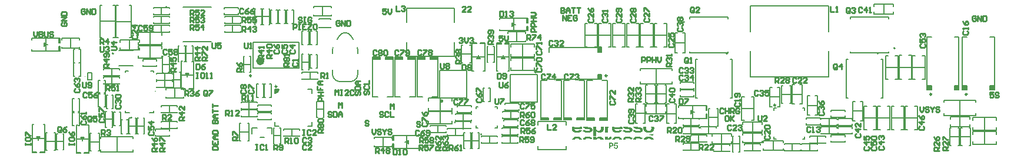
<source format=gbr>
%TF.GenerationSoftware,Altium Limited,Altium Designer,19.0.15 (446)*%
G04 Layer_Color=16777215*
%FSLAX45Y45*%
%MOMM*%
%TF.FileFunction,Legend,Top*%
%TF.Part,CustomerPanel*%
G01*
G75*
%TA.AperFunction,NonConductor*%
%ADD116C,0.20000*%
%ADD117C,0.15000*%
%ADD118C,0.12700*%
%ADD119C,0.50000*%
%ADD120C,0.25400*%
%ADD147C,0.10000*%
%ADD148C,0.60000*%
%ADD149C,0.25000*%
%ADD150R,0.67500X0.55000*%
%ADD151R,0.55000X0.67500*%
G36*
X8285620Y7274038D02*
X8175620D01*
Y7304038D01*
X8285620D01*
Y7274038D01*
D02*
G37*
G36*
X7963120D02*
X7853120D01*
Y7304038D01*
X7963120D01*
Y7274038D01*
D02*
G37*
G36*
X7640620D02*
X7530620D01*
Y7304038D01*
X7640620D01*
Y7274038D01*
D02*
G37*
G36*
X8473670Y7273526D02*
X8363670D01*
Y7303526D01*
X8473670D01*
Y7273526D01*
D02*
G37*
G36*
X8151170D02*
X8041170D01*
Y7303526D01*
X8151170D01*
Y7273526D01*
D02*
G37*
G36*
X7828670D02*
X7718670D01*
Y7303526D01*
X7828670D01*
Y7273526D01*
D02*
G37*
G36*
X6174080Y6793800D02*
X6129080Y6778800D01*
Y6838800D01*
X6189080D01*
X6174080Y6793800D01*
D02*
G37*
G36*
X10067271Y6398234D02*
X9957271D01*
Y6428234D01*
X10067271D01*
Y6398234D01*
D02*
G37*
G36*
X10395460Y6398231D02*
X10285460D01*
Y6428230D01*
X10395460D01*
Y6398231D01*
D02*
G37*
G36*
X10255320Y6397722D02*
X10145320D01*
Y6427722D01*
X10255320D01*
Y6397722D01*
D02*
G37*
G36*
X10583509Y6397718D02*
X10473509D01*
Y6427718D01*
X10583509D01*
Y6397718D01*
D02*
G37*
G36*
X10727371Y6395913D02*
X10617371D01*
Y6425912D01*
X10727371D01*
Y6395913D01*
D02*
G37*
G36*
X10915420Y6395400D02*
X10805420D01*
Y6425400D01*
X10915420D01*
Y6395400D01*
D02*
G37*
G36*
X11126535Y6299979D02*
Y6297577D01*
Y6295174D01*
Y6292772D01*
Y6290369D01*
X11128937D01*
Y6287967D01*
Y6285565D01*
Y6283162D01*
Y6280760D01*
Y6278358D01*
Y6275955D01*
Y6273553D01*
Y6271150D01*
Y6268747D01*
X11016022D01*
Y6266345D01*
X11018425D01*
Y6263943D01*
Y6261540D01*
Y6259138D01*
X11020827D01*
Y6256735D01*
Y6254333D01*
X11023230D01*
Y6251930D01*
Y6249528D01*
X11025632D01*
Y6247126D01*
X11030437D01*
Y6244723D01*
X11032840D01*
Y6242321D01*
X11040047D01*
Y6239918D01*
X11073681D01*
Y6242321D01*
X11078486D01*
Y6244723D01*
X11083291D01*
Y6247126D01*
X11085693D01*
Y6249528D01*
X11090498D01*
Y6251930D01*
X11092901D01*
Y6254333D01*
Y6256735D01*
X11097706D01*
Y6254333D01*
X11102510D01*
Y6251930D01*
X11107315D01*
Y6249528D01*
X11114523D01*
Y6247126D01*
X11119328D01*
Y6244723D01*
X11124132D01*
Y6242321D01*
Y6239918D01*
X11121730D01*
Y6237516D01*
X11119328D01*
Y6235114D01*
X11116925D01*
Y6232711D01*
X11114523D01*
Y6230308D01*
X11112120D01*
Y6227906D01*
X11109718D01*
Y6225504D01*
X11104913D01*
Y6223101D01*
X11100108D01*
Y6220699D01*
X11097706D01*
Y6218296D01*
X11090498D01*
Y6215894D01*
X11083291D01*
Y6213491D01*
X11071279D01*
Y6211089D01*
X11037644D01*
Y6213491D01*
X11028035D01*
Y6215894D01*
X11018425D01*
Y6218296D01*
X11013620D01*
Y6220699D01*
X11008815D01*
Y6223101D01*
X11004010D01*
Y6225504D01*
X11001608D01*
Y6227906D01*
X10999205D01*
Y6230308D01*
X10994400D01*
Y6232711D01*
X10991998D01*
Y6235114D01*
Y6237516D01*
X10989595D01*
Y6239918D01*
X10987193D01*
Y6242321D01*
X10984791D01*
Y6244723D01*
Y6247126D01*
X10982388D01*
Y6249528D01*
Y6251930D01*
Y6254333D01*
X10979986D01*
Y6256735D01*
Y6259138D01*
Y6261540D01*
X10977583D01*
Y6263943D01*
Y6266345D01*
Y6268747D01*
Y6271150D01*
Y6273553D01*
Y6275955D01*
Y6278358D01*
Y6280760D01*
Y6283162D01*
Y6285565D01*
Y6287967D01*
Y6290369D01*
Y6292772D01*
X10979986D01*
Y6295174D01*
Y6297577D01*
Y6299979D01*
X10982388D01*
Y6302382D01*
X11018425D01*
Y6299979D01*
Y6297577D01*
Y6295174D01*
X11016022D01*
Y6292772D01*
Y6290369D01*
X11088096D01*
Y6292772D01*
Y6295174D01*
Y6297577D01*
Y6299979D01*
X11085693D01*
Y6302382D01*
X11126535D01*
Y6299979D01*
D02*
G37*
G36*
X10547546D02*
X10549948D01*
Y6297577D01*
Y6295174D01*
Y6292772D01*
Y6290369D01*
X10552350D01*
Y6287967D01*
Y6285565D01*
Y6283162D01*
Y6280760D01*
Y6278358D01*
Y6275955D01*
Y6273553D01*
Y6271150D01*
Y6268747D01*
X10439435D01*
Y6266345D01*
X10441838D01*
Y6263943D01*
Y6261540D01*
Y6259138D01*
Y6256735D01*
X10444240D01*
Y6254333D01*
X10446643D01*
Y6251930D01*
Y6249528D01*
X10449045D01*
Y6247126D01*
X10453850D01*
Y6244723D01*
X10456253D01*
Y6242321D01*
X10463460D01*
Y6239918D01*
X10497094D01*
Y6242321D01*
X10501899D01*
Y6244723D01*
X10506704D01*
Y6247126D01*
X10509106D01*
Y6249528D01*
X10513911D01*
Y6251930D01*
X10516314D01*
Y6254333D01*
Y6256735D01*
X10521119D01*
Y6254333D01*
X10525924D01*
Y6251930D01*
X10530728D01*
Y6249528D01*
X10535533D01*
Y6247126D01*
X10542740D01*
Y6244723D01*
X10547546D01*
Y6242321D01*
Y6239918D01*
X10545143D01*
Y6237516D01*
X10542740D01*
Y6235114D01*
X10540338D01*
Y6232711D01*
X10537936D01*
Y6230308D01*
X10535533D01*
Y6227906D01*
X10533131D01*
Y6225504D01*
X10528326D01*
Y6223101D01*
X10523521D01*
Y6220699D01*
X10521119D01*
Y6218296D01*
X10513911D01*
Y6215894D01*
X10506704D01*
Y6213491D01*
X10494692D01*
Y6211089D01*
X10461057D01*
Y6213491D01*
X10449045D01*
Y6215894D01*
X10441838D01*
Y6218296D01*
X10437033D01*
Y6220699D01*
X10432228D01*
Y6223101D01*
X10427423D01*
Y6225504D01*
X10425021D01*
Y6227906D01*
X10422618D01*
Y6230308D01*
X10417814D01*
Y6232711D01*
X10415411D01*
Y6235114D01*
Y6237516D01*
X10413009D01*
Y6239918D01*
X10410606D01*
Y6242321D01*
X10408204D01*
Y6244723D01*
Y6247126D01*
X10405801D01*
Y6249528D01*
Y6251930D01*
Y6254333D01*
X10403399D01*
Y6256735D01*
Y6259138D01*
Y6261540D01*
Y6263943D01*
Y6266345D01*
Y6268747D01*
Y6271150D01*
Y6273553D01*
Y6275955D01*
Y6278358D01*
Y6280760D01*
Y6283162D01*
Y6285565D01*
Y6287967D01*
Y6290369D01*
Y6292772D01*
Y6295174D01*
Y6297577D01*
Y6299979D01*
Y6302382D01*
X10441838D01*
Y6299979D01*
Y6297577D01*
Y6295174D01*
X10439435D01*
Y6292772D01*
Y6290369D01*
X10511509D01*
Y6292772D01*
Y6295174D01*
Y6297577D01*
Y6299979D01*
X10509106D01*
Y6302382D01*
X10547546D01*
Y6299979D01*
D02*
G37*
G36*
X11582999D02*
X11585402D01*
Y6297577D01*
Y6295174D01*
Y6292772D01*
Y6290369D01*
Y6287967D01*
X11587804D01*
Y6285565D01*
Y6283162D01*
Y6280760D01*
Y6278358D01*
Y6275955D01*
Y6273553D01*
Y6271150D01*
Y6268747D01*
X11585402D01*
Y6266345D01*
Y6263943D01*
Y6261540D01*
Y6259138D01*
Y6256735D01*
X11582999D01*
Y6254333D01*
Y6251930D01*
X11580597D01*
Y6249528D01*
Y6247126D01*
X11578195D01*
Y6244723D01*
Y6242321D01*
X11575792D01*
Y6239918D01*
X11573390D01*
Y6237516D01*
Y6235114D01*
X11570987D01*
Y6232711D01*
X11568585D01*
Y6230308D01*
X11566182D01*
Y6227906D01*
X11561377D01*
Y6225504D01*
X11558975D01*
Y6223101D01*
X11554170D01*
Y6220699D01*
X11549365D01*
Y6218296D01*
X11544560D01*
Y6215894D01*
X11537353D01*
Y6213491D01*
X11525341D01*
Y6211089D01*
X11491707D01*
Y6213491D01*
X11482097D01*
Y6215894D01*
X11472487D01*
Y6218296D01*
X11467682D01*
Y6220699D01*
X11462877D01*
Y6223101D01*
X11458072D01*
Y6225504D01*
X11455670D01*
Y6227906D01*
X11450865D01*
Y6230308D01*
X11448462D01*
Y6232711D01*
X11446060D01*
Y6235114D01*
X11443658D01*
Y6237516D01*
Y6239918D01*
X11441255D01*
Y6242321D01*
X11438853D01*
Y6244723D01*
Y6247126D01*
X11436450D01*
Y6249528D01*
Y6251930D01*
X11434048D01*
Y6254333D01*
Y6256735D01*
X11431645D01*
Y6259138D01*
Y6261540D01*
Y6263943D01*
Y6266345D01*
Y6268747D01*
X11429243D01*
Y6271150D01*
Y6273553D01*
Y6275955D01*
Y6278358D01*
Y6280760D01*
Y6283162D01*
Y6285565D01*
Y6287967D01*
X11431645D01*
Y6290369D01*
Y6292772D01*
Y6295174D01*
Y6297577D01*
X11434048D01*
Y6299979D01*
Y6302382D01*
X11477292D01*
Y6299979D01*
X11474889D01*
Y6297577D01*
Y6295174D01*
Y6292772D01*
Y6290369D01*
X11472487D01*
Y6287967D01*
Y6285565D01*
Y6283162D01*
Y6280760D01*
Y6278358D01*
Y6275955D01*
Y6273553D01*
Y6271150D01*
Y6268747D01*
Y6266345D01*
X11474889D01*
Y6263943D01*
Y6261540D01*
Y6259138D01*
Y6256735D01*
X11477292D01*
Y6254333D01*
X11479694D01*
Y6251930D01*
Y6249528D01*
X11482097D01*
Y6247126D01*
X11484499D01*
Y6244723D01*
X11489304D01*
Y6242321D01*
X11491707D01*
Y6239918D01*
X11503719D01*
Y6237516D01*
X11513329D01*
Y6239918D01*
X11525341D01*
Y6242321D01*
X11530146D01*
Y6244723D01*
X11532548D01*
Y6247126D01*
X11534950D01*
Y6249528D01*
X11537353D01*
Y6251930D01*
X11539755D01*
Y6254333D01*
Y6256735D01*
X11542158D01*
Y6259138D01*
Y6261540D01*
Y6263943D01*
Y6266345D01*
X11544560D01*
Y6268747D01*
Y6271150D01*
Y6273553D01*
Y6275955D01*
Y6278358D01*
Y6280760D01*
Y6283162D01*
Y6285565D01*
Y6287967D01*
Y6290369D01*
X11542158D01*
Y6292772D01*
Y6295174D01*
Y6297577D01*
Y6299979D01*
X11539755D01*
Y6302382D01*
X11582999D01*
Y6299979D01*
D02*
G37*
G36*
X11325938D02*
X11328340D01*
Y6297577D01*
X11335548D01*
Y6295174D01*
X11354767D01*
Y6292772D01*
X11376389D01*
Y6290369D01*
X11390804D01*
Y6287967D01*
X11398011D01*
Y6285565D01*
X11402816D01*
Y6283162D01*
X11407621D01*
Y6280760D01*
X11410023D01*
Y6278358D01*
X11412426D01*
Y6275955D01*
X11414828D01*
Y6273553D01*
X11417231D01*
Y6271150D01*
Y6268747D01*
X11419633D01*
Y6266345D01*
Y6263943D01*
Y6261540D01*
X11422036D01*
Y6259138D01*
Y6256735D01*
Y6254333D01*
Y6251930D01*
Y6249528D01*
Y6247126D01*
X11419633D01*
Y6244723D01*
Y6242321D01*
Y6239918D01*
X11417231D01*
Y6237516D01*
Y6235114D01*
X11414828D01*
Y6232711D01*
Y6230308D01*
X11412426D01*
Y6227906D01*
X11410023D01*
Y6225504D01*
X11407621D01*
Y6223101D01*
X11402816D01*
Y6220699D01*
X11398011D01*
Y6218296D01*
X11393206D01*
Y6215894D01*
X11385999D01*
Y6213491D01*
X11373987D01*
Y6211089D01*
X11337950D01*
Y6213491D01*
X11323535D01*
Y6215894D01*
X11313926D01*
Y6218296D01*
X11309121D01*
Y6220699D01*
X11301913D01*
Y6223101D01*
X11297108D01*
Y6225504D01*
X11294706D01*
Y6227906D01*
X11289901D01*
Y6230308D01*
X11287499D01*
Y6232711D01*
X11285096D01*
Y6235114D01*
X11282694D01*
Y6237516D01*
X11280291D01*
Y6239918D01*
X11282694D01*
Y6242321D01*
X11285096D01*
Y6244723D01*
X11287499D01*
Y6247126D01*
X11289901D01*
Y6249528D01*
X11292304D01*
Y6251930D01*
X11297108D01*
Y6254333D01*
X11299511D01*
Y6256735D01*
X11301913D01*
Y6254333D01*
X11304316D01*
Y6251930D01*
X11309121D01*
Y6249528D01*
X11311523D01*
Y6247126D01*
X11316328D01*
Y6244723D01*
X11321133D01*
Y6242321D01*
X11328340D01*
Y6239918D01*
X11337950D01*
Y6237516D01*
X11373987D01*
Y6239918D01*
X11378792D01*
Y6242321D01*
X11383596D01*
Y6244723D01*
Y6247126D01*
Y6249528D01*
Y6251930D01*
Y6254333D01*
Y6256735D01*
X11381194D01*
Y6259138D01*
X11376389D01*
Y6261540D01*
X11364377D01*
Y6263943D01*
X11345157D01*
Y6266345D01*
X11325938D01*
Y6268747D01*
X11316328D01*
Y6271150D01*
X11309121D01*
Y6273553D01*
X11304316D01*
Y6275955D01*
X11299511D01*
Y6278358D01*
X11297108D01*
Y6280760D01*
X11294706D01*
Y6283162D01*
X11292304D01*
Y6285565D01*
X11289901D01*
Y6287967D01*
Y6290369D01*
X11287499D01*
Y6292772D01*
Y6295174D01*
Y6297577D01*
Y6299979D01*
Y6302382D01*
X11325938D01*
Y6299979D01*
D02*
G37*
G36*
X11179389D02*
X11181791D01*
Y6297577D01*
X11188998D01*
Y6295174D01*
X11208218D01*
Y6292772D01*
X11229840D01*
Y6290369D01*
X11244255D01*
Y6287967D01*
X11251462D01*
Y6285565D01*
X11256267D01*
Y6283162D01*
X11261072D01*
Y6280760D01*
X11263474D01*
Y6278358D01*
X11265877D01*
Y6275955D01*
X11268279D01*
Y6273553D01*
X11270682D01*
Y6271150D01*
Y6268747D01*
X11273084D01*
Y6266345D01*
Y6263943D01*
Y6261540D01*
Y6259138D01*
X11275486D01*
Y6256735D01*
Y6254333D01*
Y6251930D01*
Y6249528D01*
X11273084D01*
Y6247126D01*
Y6244723D01*
Y6242321D01*
Y6239918D01*
X11270682D01*
Y6237516D01*
Y6235114D01*
X11268279D01*
Y6232711D01*
Y6230308D01*
X11265877D01*
Y6227906D01*
X11263474D01*
Y6225504D01*
X11258669D01*
Y6223101D01*
X11256267D01*
Y6220699D01*
X11251462D01*
Y6218296D01*
X11246657D01*
Y6215894D01*
X11239450D01*
Y6213491D01*
X11227438D01*
Y6211089D01*
X11191401D01*
Y6213491D01*
X11176986D01*
Y6215894D01*
X11167376D01*
Y6218296D01*
X11160169D01*
Y6220699D01*
X11155364D01*
Y6223101D01*
X11150559D01*
Y6225504D01*
X11148157D01*
Y6227906D01*
X11143352D01*
Y6230308D01*
X11140950D01*
Y6232711D01*
X11138547D01*
Y6235114D01*
X11136145D01*
Y6237516D01*
X11133742D01*
Y6239918D01*
X11136145D01*
Y6242321D01*
X11138547D01*
Y6244723D01*
X11140950D01*
Y6247126D01*
X11143352D01*
Y6249528D01*
X11145754D01*
Y6251930D01*
X11150559D01*
Y6254333D01*
X11152962D01*
Y6256735D01*
X11155364D01*
Y6254333D01*
X11157767D01*
Y6251930D01*
X11160169D01*
Y6249528D01*
X11164974D01*
Y6247126D01*
X11169779D01*
Y6244723D01*
X11174584D01*
Y6242321D01*
X11181791D01*
Y6239918D01*
X11191401D01*
Y6237516D01*
X11225035D01*
Y6239918D01*
X11232242D01*
Y6242321D01*
X11234645D01*
Y6244723D01*
X11237047D01*
Y6247126D01*
Y6249528D01*
Y6251930D01*
Y6254333D01*
Y6256735D01*
X11234645D01*
Y6259138D01*
X11229840D01*
Y6261540D01*
X11217828D01*
Y6263943D01*
X11198608D01*
Y6266345D01*
X11179389D01*
Y6268747D01*
X11169779D01*
Y6271150D01*
X11162572D01*
Y6273553D01*
X11157767D01*
Y6275955D01*
X11152962D01*
Y6278358D01*
X11150559D01*
Y6280760D01*
X11148157D01*
Y6283162D01*
X11145754D01*
Y6285565D01*
X11143352D01*
Y6287967D01*
Y6290369D01*
X11140950D01*
Y6292772D01*
Y6295174D01*
Y6297577D01*
Y6299979D01*
X11138547D01*
Y6302382D01*
X11179389D01*
Y6299979D01*
D02*
G37*
G36*
X10862266D02*
Y6297577D01*
Y6295174D01*
Y6292772D01*
X10864668D01*
Y6290369D01*
Y6287967D01*
Y6285565D01*
Y6283162D01*
Y6280760D01*
Y6278358D01*
Y6275955D01*
Y6273553D01*
Y6271150D01*
Y6268747D01*
Y6266345D01*
Y6263943D01*
X10862266D01*
Y6261540D01*
Y6259138D01*
Y6256735D01*
Y6254333D01*
X10859863D01*
Y6251930D01*
Y6249528D01*
Y6247126D01*
X10857461D01*
Y6244723D01*
Y6242321D01*
X10855059D01*
Y6239918D01*
X10852656D01*
Y6237516D01*
Y6235114D01*
X10850254D01*
Y6232711D01*
X10847851D01*
Y6230308D01*
X10845449D01*
Y6227906D01*
X10843046D01*
Y6225504D01*
X10840644D01*
Y6223101D01*
X10838241D01*
Y6220699D01*
X10833437D01*
Y6218296D01*
X10828632D01*
Y6215894D01*
X10821424D01*
Y6213491D01*
X10814217D01*
Y6211089D01*
X10787790D01*
Y6213491D01*
X10778180D01*
Y6215894D01*
X10773375D01*
Y6218296D01*
X10768571D01*
Y6220699D01*
X10763766D01*
Y6223101D01*
X10761363D01*
Y6225504D01*
X10758961D01*
Y6227906D01*
X10756558D01*
Y6230308D01*
X10754156D01*
Y6232711D01*
X10751753D01*
Y6230308D01*
Y6227906D01*
Y6225504D01*
Y6223101D01*
Y6220699D01*
Y6218296D01*
Y6215894D01*
Y6213491D01*
Y6211089D01*
Y6208686D01*
Y6206284D01*
Y6203882D01*
Y6201479D01*
Y6199077D01*
Y6196674D01*
Y6194272D01*
Y6191869D01*
Y6189467D01*
Y6187065D01*
Y6184662D01*
Y6182260D01*
Y6179857D01*
Y6177455D01*
Y6175052D01*
Y6172650D01*
Y6170247D01*
Y6167845D01*
Y6165442D01*
X10708509D01*
Y6167845D01*
Y6170247D01*
Y6172650D01*
Y6175052D01*
Y6177455D01*
Y6179857D01*
Y6182260D01*
Y6184662D01*
Y6187065D01*
Y6189467D01*
Y6191869D01*
Y6194272D01*
Y6196674D01*
Y6199077D01*
Y6201479D01*
Y6203882D01*
Y6206284D01*
Y6208686D01*
Y6211089D01*
Y6213491D01*
Y6215894D01*
Y6218296D01*
Y6220699D01*
Y6223101D01*
Y6225504D01*
Y6227906D01*
Y6230308D01*
Y6232711D01*
Y6235114D01*
Y6237516D01*
Y6239918D01*
Y6242321D01*
Y6244723D01*
Y6247126D01*
Y6249528D01*
Y6251930D01*
Y6254333D01*
Y6256735D01*
Y6259138D01*
Y6261540D01*
Y6263943D01*
Y6266345D01*
Y6268747D01*
Y6271150D01*
Y6273553D01*
Y6275955D01*
Y6278358D01*
Y6280760D01*
Y6283162D01*
Y6285565D01*
Y6287967D01*
Y6290369D01*
Y6292772D01*
Y6295174D01*
Y6297577D01*
Y6299979D01*
Y6302382D01*
X10754156D01*
Y6299979D01*
Y6297577D01*
X10751753D01*
Y6295174D01*
Y6292772D01*
Y6290369D01*
X10749351D01*
Y6287967D01*
Y6285565D01*
Y6283162D01*
Y6280760D01*
Y6278358D01*
Y6275955D01*
Y6273553D01*
Y6271150D01*
Y6268747D01*
Y6266345D01*
X10751753D01*
Y6263943D01*
Y6261540D01*
Y6259138D01*
X10754156D01*
Y6256735D01*
Y6254333D01*
X10756558D01*
Y6251930D01*
Y6249528D01*
X10758961D01*
Y6247126D01*
X10761363D01*
Y6244723D01*
X10766168D01*
Y6242321D01*
X10770973D01*
Y6239918D01*
X10782985D01*
Y6237516D01*
X10787790D01*
Y6239918D01*
X10799802D01*
Y6242321D01*
X10804607D01*
Y6244723D01*
X10809412D01*
Y6247126D01*
X10811814D01*
Y6249528D01*
X10814217D01*
Y6251930D01*
Y6254333D01*
X10816619D01*
Y6256735D01*
Y6259138D01*
X10819022D01*
Y6261540D01*
Y6263943D01*
Y6266345D01*
X10821424D01*
Y6268747D01*
Y6271150D01*
Y6273553D01*
Y6275955D01*
Y6278358D01*
Y6280760D01*
Y6283162D01*
Y6285565D01*
Y6287967D01*
Y6290369D01*
X10819022D01*
Y6292772D01*
Y6295174D01*
Y6297577D01*
X10816619D01*
Y6299979D01*
Y6302382D01*
X10862266D01*
Y6299979D01*
D02*
G37*
G36*
X10602802D02*
X10605204D01*
Y6297577D01*
X10614814D01*
Y6295174D01*
X10634034D01*
Y6292772D01*
X10655656D01*
Y6290369D01*
X10667668D01*
Y6287967D01*
X10674875D01*
Y6285565D01*
X10679680D01*
Y6283162D01*
X10684485D01*
Y6280760D01*
X10689290D01*
Y6278358D01*
X10691692D01*
Y6275955D01*
Y6273553D01*
X10694095D01*
Y6271150D01*
X10696497D01*
Y6268747D01*
Y6266345D01*
Y6263943D01*
X10698900D01*
Y6261540D01*
Y6259138D01*
Y6256735D01*
Y6254333D01*
Y6251930D01*
Y6249528D01*
Y6247126D01*
Y6244723D01*
Y6242321D01*
X10696497D01*
Y6239918D01*
Y6237516D01*
X10694095D01*
Y6235114D01*
Y6232711D01*
X10691692D01*
Y6230308D01*
X10689290D01*
Y6227906D01*
X10686887D01*
Y6225504D01*
X10684485D01*
Y6223101D01*
X10679680D01*
Y6220699D01*
X10677277D01*
Y6218296D01*
X10670070D01*
Y6215894D01*
X10662863D01*
Y6213491D01*
X10650851D01*
Y6211089D01*
X10614814D01*
Y6213491D01*
X10600399D01*
Y6215894D01*
X10593192D01*
Y6218296D01*
X10585985D01*
Y6220699D01*
X10581180D01*
Y6223101D01*
X10576375D01*
Y6225504D01*
X10571570D01*
Y6227906D01*
X10569168D01*
Y6230308D01*
X10566765D01*
Y6232711D01*
X10561960D01*
Y6235114D01*
X10559558D01*
Y6237516D01*
X10557155D01*
Y6239918D01*
X10559558D01*
Y6242321D01*
X10561960D01*
Y6244723D01*
X10564363D01*
Y6247126D01*
X10569168D01*
Y6249528D01*
X10571570D01*
Y6251930D01*
X10573972D01*
Y6254333D01*
X10576375D01*
Y6256735D01*
X10581180D01*
Y6254333D01*
X10583582D01*
Y6251930D01*
X10585985D01*
Y6249528D01*
X10588387D01*
Y6247126D01*
X10593192D01*
Y6244723D01*
X10597997D01*
Y6242321D01*
X10605204D01*
Y6239918D01*
X10617217D01*
Y6237516D01*
X10650851D01*
Y6239918D01*
X10658058D01*
Y6242321D01*
X10660461D01*
Y6244723D01*
X10662863D01*
Y6247126D01*
Y6249528D01*
Y6251930D01*
Y6254333D01*
Y6256735D01*
X10660461D01*
Y6259138D01*
X10655656D01*
Y6261540D01*
X10643643D01*
Y6263943D01*
X10622021D01*
Y6266345D01*
X10605204D01*
Y6268747D01*
X10593192D01*
Y6271150D01*
X10588387D01*
Y6273553D01*
X10581180D01*
Y6275955D01*
X10578777D01*
Y6278358D01*
X10573972D01*
Y6280760D01*
X10571570D01*
Y6283162D01*
Y6285565D01*
X10569168D01*
Y6287967D01*
X10566765D01*
Y6290369D01*
Y6292772D01*
Y6295174D01*
X10564363D01*
Y6297577D01*
Y6299979D01*
Y6302382D01*
X10602802D01*
Y6299979D01*
D02*
G37*
G36*
X10939144D02*
X10936742D01*
Y6297577D01*
X10931937D01*
Y6295174D01*
Y6292772D01*
X10929534D01*
Y6290369D01*
X10927132D01*
Y6287967D01*
Y6285565D01*
X10924729D01*
Y6283162D01*
Y6280760D01*
Y6278358D01*
Y6275955D01*
X10922327D01*
Y6273553D01*
Y6271150D01*
Y6268747D01*
Y6266345D01*
Y6263943D01*
Y6261540D01*
Y6259138D01*
Y6256735D01*
Y6254333D01*
Y6251930D01*
Y6249528D01*
Y6247126D01*
Y6244723D01*
Y6242321D01*
Y6239918D01*
Y6237516D01*
Y6235114D01*
Y6232711D01*
Y6230308D01*
Y6227906D01*
Y6225504D01*
Y6223101D01*
Y6220699D01*
Y6218296D01*
Y6215894D01*
X10881485D01*
Y6218296D01*
Y6220699D01*
Y6223101D01*
Y6225504D01*
Y6227906D01*
Y6230308D01*
Y6232711D01*
Y6235114D01*
Y6237516D01*
Y6239918D01*
Y6242321D01*
Y6244723D01*
Y6247126D01*
Y6249528D01*
Y6251930D01*
Y6254333D01*
Y6256735D01*
Y6259138D01*
Y6261540D01*
Y6263943D01*
Y6266345D01*
Y6268747D01*
Y6271150D01*
Y6273553D01*
Y6275955D01*
Y6278358D01*
Y6280760D01*
Y6283162D01*
Y6285565D01*
Y6287967D01*
Y6290369D01*
Y6292772D01*
Y6295174D01*
Y6297577D01*
Y6299979D01*
Y6302382D01*
X10939144D01*
Y6299979D01*
D02*
G37*
G36*
X10811814Y6153430D02*
X10823827D01*
Y6151028D01*
X10828632D01*
Y6148625D01*
X10833437D01*
Y6146223D01*
X10838241D01*
Y6143821D01*
X10840644D01*
Y6141418D01*
X10843046D01*
Y6139016D01*
X10845449D01*
Y6136613D01*
X10847851D01*
Y6134210D01*
X10850254D01*
Y6131808D01*
X10852656D01*
Y6129406D01*
X10855059D01*
Y6127003D01*
Y6124601D01*
X10857461D01*
Y6122198D01*
Y6119796D01*
X10859863D01*
Y6117394D01*
Y6114991D01*
Y6112589D01*
X10814217D01*
Y6114991D01*
Y6117394D01*
X10811814D01*
Y6119796D01*
X10809412D01*
Y6122198D01*
X10804607D01*
Y6124601D01*
X10799802D01*
Y6127003D01*
X10770973D01*
Y6124601D01*
X10766168D01*
Y6122198D01*
X10761363D01*
Y6119796D01*
X10758961D01*
Y6117394D01*
X10756558D01*
Y6114991D01*
Y6112589D01*
X10708509D01*
Y6114991D01*
Y6117394D01*
Y6119796D01*
Y6122198D01*
Y6124601D01*
Y6127003D01*
Y6129406D01*
Y6131808D01*
Y6134210D01*
Y6136613D01*
Y6139016D01*
Y6141418D01*
Y6143821D01*
Y6146223D01*
Y6148625D01*
Y6151028D01*
X10749351D01*
Y6148625D01*
Y6146223D01*
Y6143821D01*
Y6141418D01*
Y6139016D01*
Y6136613D01*
Y6134210D01*
Y6131808D01*
Y6129406D01*
X10751753D01*
Y6131808D01*
X10754156D01*
Y6134210D01*
X10756558D01*
Y6136613D01*
Y6139016D01*
X10758961D01*
Y6141418D01*
X10763766D01*
Y6143821D01*
X10766168D01*
Y6146223D01*
X10770973D01*
Y6148625D01*
X10775778D01*
Y6151028D01*
X10780583D01*
Y6153430D01*
X10792595D01*
Y6155832D01*
X10811814D01*
Y6153430D01*
D02*
G37*
G36*
X10975181D02*
Y6151028D01*
Y6148625D01*
Y6146223D01*
Y6143821D01*
Y6141418D01*
Y6139016D01*
Y6136613D01*
Y6134210D01*
Y6131808D01*
Y6129406D01*
Y6127003D01*
Y6124601D01*
Y6122198D01*
Y6119796D01*
Y6117394D01*
X10951156D01*
Y6114991D01*
X10943949D01*
Y6112589D01*
X10881485D01*
Y6114991D01*
Y6117394D01*
Y6119796D01*
Y6122198D01*
Y6124601D01*
Y6127003D01*
Y6129406D01*
Y6131808D01*
Y6134210D01*
Y6136613D01*
Y6139016D01*
Y6141418D01*
Y6143821D01*
Y6146223D01*
Y6148625D01*
Y6151028D01*
X10917522D01*
Y6148625D01*
Y6146223D01*
Y6143821D01*
Y6141418D01*
Y6139016D01*
Y6136613D01*
Y6134210D01*
Y6131808D01*
Y6129406D01*
Y6127003D01*
Y6124601D01*
Y6122198D01*
Y6119796D01*
Y6117394D01*
X10922327D01*
Y6119796D01*
Y6122198D01*
Y6124601D01*
X10924729D01*
Y6127003D01*
Y6129406D01*
X10927132D01*
Y6131808D01*
Y6134210D01*
X10929534D01*
Y6136613D01*
X10931937D01*
Y6139016D01*
X10934339D01*
Y6141418D01*
X10936742D01*
Y6143821D01*
X10939144D01*
Y6146223D01*
X10941547D01*
Y6148625D01*
X10946351D01*
Y6151028D01*
X10953559D01*
Y6153430D01*
X10965571D01*
Y6155832D01*
X10975181D01*
Y6153430D01*
D02*
G37*
G36*
X11366779D02*
X11381194D01*
Y6151028D01*
X11390804D01*
Y6148625D01*
X11398011D01*
Y6146223D01*
X11402816D01*
Y6143821D01*
X11407621D01*
Y6141418D01*
X11412426D01*
Y6139016D01*
X11414828D01*
Y6136613D01*
X11417231D01*
Y6134210D01*
X11419633D01*
Y6131808D01*
X11417231D01*
Y6129406D01*
X11414828D01*
Y6127003D01*
X11412426D01*
Y6124601D01*
X11410023D01*
Y6122198D01*
X11407621D01*
Y6119796D01*
X11405218D01*
Y6117394D01*
X11402816D01*
Y6114991D01*
X11400414D01*
Y6117394D01*
X11395609D01*
Y6119796D01*
X11390804D01*
Y6122198D01*
X11385999D01*
Y6124601D01*
X11378792D01*
Y6127003D01*
X11369182D01*
Y6129406D01*
X11333145D01*
Y6127003D01*
X11325938D01*
Y6124601D01*
X11323535D01*
Y6122198D01*
Y6119796D01*
Y6117394D01*
Y6114991D01*
Y6112589D01*
X11285096D01*
Y6114991D01*
Y6117394D01*
X11287499D01*
Y6119796D01*
Y6122198D01*
Y6124601D01*
Y6127003D01*
X11289901D01*
Y6129406D01*
Y6131808D01*
X11292304D01*
Y6134210D01*
Y6136613D01*
X11294706D01*
Y6139016D01*
X11297108D01*
Y6141418D01*
X11299511D01*
Y6143821D01*
X11304316D01*
Y6146223D01*
X11309121D01*
Y6148625D01*
X11313926D01*
Y6151028D01*
X11323535D01*
Y6153430D01*
X11337950D01*
Y6155832D01*
X11366779D01*
Y6153430D01*
D02*
G37*
G36*
X11220230D02*
X11234645D01*
Y6151028D01*
X11244255D01*
Y6148625D01*
X11251462D01*
Y6146223D01*
X11256267D01*
Y6143821D01*
X11261072D01*
Y6141418D01*
X11263474D01*
Y6139016D01*
X11268279D01*
Y6136613D01*
X11270682D01*
Y6134210D01*
X11273084D01*
Y6131808D01*
X11270682D01*
Y6129406D01*
X11268279D01*
Y6127003D01*
X11265877D01*
Y6124601D01*
X11263474D01*
Y6122198D01*
X11261072D01*
Y6119796D01*
X11258669D01*
Y6117394D01*
X11256267D01*
Y6114991D01*
X11251462D01*
Y6117394D01*
X11249060D01*
Y6119796D01*
X11244255D01*
Y6122198D01*
X11239450D01*
Y6124601D01*
X11232242D01*
Y6127003D01*
X11222633D01*
Y6129406D01*
X11186596D01*
Y6127003D01*
X11179389D01*
Y6124601D01*
X11176986D01*
Y6122198D01*
Y6119796D01*
Y6117394D01*
Y6114991D01*
Y6112589D01*
X11138547D01*
Y6114991D01*
Y6117394D01*
Y6119796D01*
X11140950D01*
Y6122198D01*
Y6124601D01*
Y6127003D01*
Y6129406D01*
X11143352D01*
Y6131808D01*
X11145754D01*
Y6134210D01*
Y6136613D01*
X11148157D01*
Y6139016D01*
X11150559D01*
Y6141418D01*
X11152962D01*
Y6143821D01*
X11157767D01*
Y6146223D01*
X11162572D01*
Y6148625D01*
X11167376D01*
Y6151028D01*
X11176986D01*
Y6153430D01*
X11188998D01*
Y6155832D01*
X11220230D01*
Y6153430D01*
D02*
G37*
G36*
X10643643D02*
X10660461D01*
Y6151028D01*
X10670070D01*
Y6148625D01*
X10674875D01*
Y6146223D01*
X10679680D01*
Y6143821D01*
X10684485D01*
Y6141418D01*
X10689290D01*
Y6139016D01*
X10691692D01*
Y6136613D01*
X10696497D01*
Y6134210D01*
Y6131808D01*
X10694095D01*
Y6129406D01*
X10691692D01*
Y6127003D01*
X10689290D01*
Y6124601D01*
X10686887D01*
Y6122198D01*
X10684485D01*
Y6119796D01*
X10682083D01*
Y6117394D01*
X10679680D01*
Y6114991D01*
X10677277D01*
Y6117394D01*
X10672473D01*
Y6119796D01*
X10670070D01*
Y6122198D01*
X10665265D01*
Y6124601D01*
X10658058D01*
Y6127003D01*
X10646046D01*
Y6129406D01*
X10610009D01*
Y6127003D01*
X10605204D01*
Y6124601D01*
X10602802D01*
Y6122198D01*
X10600399D01*
Y6119796D01*
Y6117394D01*
Y6114991D01*
X10602802D01*
Y6112589D01*
X10564363D01*
Y6114991D01*
Y6117394D01*
Y6119796D01*
Y6122198D01*
Y6124601D01*
X10566765D01*
Y6127003D01*
Y6129406D01*
Y6131808D01*
X10569168D01*
Y6134210D01*
X10571570D01*
Y6136613D01*
X10573972D01*
Y6139016D01*
X10576375D01*
Y6141418D01*
X10578777D01*
Y6143821D01*
X10581180D01*
Y6146223D01*
X10585985D01*
Y6148625D01*
X10593192D01*
Y6151028D01*
X10600399D01*
Y6153430D01*
X10614814D01*
Y6155832D01*
X10643643D01*
Y6153430D01*
D02*
G37*
G36*
X11522938D02*
X11534950D01*
Y6151028D01*
X11542158D01*
Y6148625D01*
X11549365D01*
Y6146223D01*
X11554170D01*
Y6143821D01*
X11558975D01*
Y6141418D01*
X11561377D01*
Y6139016D01*
X11566182D01*
Y6136613D01*
X11568585D01*
Y6134210D01*
X11570987D01*
Y6131808D01*
X11573390D01*
Y6129406D01*
Y6127003D01*
X11575792D01*
Y6124601D01*
X11578195D01*
Y6122198D01*
Y6119796D01*
X11580597D01*
Y6117394D01*
Y6114991D01*
X11582999D01*
Y6112589D01*
X11539755D01*
Y6114991D01*
X11537353D01*
Y6117394D01*
X11534950D01*
Y6119796D01*
X11532548D01*
Y6122198D01*
X11527743D01*
Y6124601D01*
X11522938D01*
Y6127003D01*
X11494109D01*
Y6124601D01*
X11489304D01*
Y6122198D01*
X11484499D01*
Y6119796D01*
X11482097D01*
Y6117394D01*
X11479694D01*
Y6114991D01*
Y6112589D01*
X11434048D01*
Y6114991D01*
X11436450D01*
Y6117394D01*
Y6119796D01*
X11438853D01*
Y6122198D01*
Y6124601D01*
X11441255D01*
Y6127003D01*
X11443658D01*
Y6129406D01*
Y6131808D01*
X11446060D01*
Y6134210D01*
X11448462D01*
Y6136613D01*
X11453267D01*
Y6139016D01*
X11455670D01*
Y6141418D01*
X11458072D01*
Y6143821D01*
X11462877D01*
Y6146223D01*
X11467682D01*
Y6148625D01*
X11474889D01*
Y6151028D01*
X11482097D01*
Y6153430D01*
X11494109D01*
Y6155832D01*
X11522938D01*
Y6153430D01*
D02*
G37*
G36*
X11066474D02*
X11080888D01*
Y6151028D01*
X11088096D01*
Y6148625D01*
X11092901D01*
Y6146223D01*
X11097706D01*
Y6143821D01*
X11102510D01*
Y6141418D01*
X11104913D01*
Y6139016D01*
X11109718D01*
Y6136613D01*
X11112120D01*
Y6134210D01*
X11114523D01*
Y6131808D01*
Y6129406D01*
X11116925D01*
Y6127003D01*
X11119328D01*
Y6124601D01*
Y6122198D01*
X11121730D01*
Y6119796D01*
Y6117394D01*
X11124132D01*
Y6114991D01*
Y6112589D01*
X11085693D01*
Y6114991D01*
Y6117394D01*
X11083291D01*
Y6119796D01*
Y6122198D01*
X11080888D01*
Y6124601D01*
X11078486D01*
Y6127003D01*
X11073681D01*
Y6129406D01*
X11066474D01*
Y6131808D01*
X11037644D01*
Y6129406D01*
X11032840D01*
Y6127003D01*
X11028035D01*
Y6124601D01*
X11025632D01*
Y6122198D01*
X11023230D01*
Y6119796D01*
X11020827D01*
Y6117394D01*
Y6114991D01*
X11018425D01*
Y6112589D01*
X10982388D01*
Y6114991D01*
Y6117394D01*
X10984791D01*
Y6119796D01*
Y6122198D01*
X10987193D01*
Y6124601D01*
Y6127003D01*
X10989595D01*
Y6129406D01*
X10991998D01*
Y6131808D01*
X10994400D01*
Y6134210D01*
X10996803D01*
Y6136613D01*
X10999205D01*
Y6139016D01*
X11001608D01*
Y6141418D01*
X11004010D01*
Y6143821D01*
X11008815D01*
Y6146223D01*
X11013620D01*
Y6148625D01*
X11018425D01*
Y6151028D01*
X11028035D01*
Y6153430D01*
X11040047D01*
Y6155832D01*
X11066474D01*
Y6153430D01*
D02*
G37*
G36*
X10489887D02*
X10504301D01*
Y6151028D01*
X10511509D01*
Y6148625D01*
X10516314D01*
Y6146223D01*
X10521119D01*
Y6143821D01*
X10525924D01*
Y6141418D01*
X10528326D01*
Y6139016D01*
X10530728D01*
Y6136613D01*
X10535533D01*
Y6134210D01*
Y6131808D01*
X10537936D01*
Y6129406D01*
X10540338D01*
Y6127003D01*
X10542740D01*
Y6124601D01*
Y6122198D01*
X10545143D01*
Y6119796D01*
Y6117394D01*
X10547546D01*
Y6114991D01*
Y6112589D01*
X10509106D01*
Y6114991D01*
Y6117394D01*
X10506704D01*
Y6119796D01*
Y6122198D01*
X10504301D01*
Y6124601D01*
X10499496D01*
Y6127003D01*
X10497094D01*
Y6129406D01*
X10489887D01*
Y6131808D01*
X10461057D01*
Y6129406D01*
X10456253D01*
Y6127003D01*
X10451448D01*
Y6124601D01*
X10449045D01*
Y6122198D01*
X10446643D01*
Y6119796D01*
X10444240D01*
Y6117394D01*
Y6114991D01*
X10441838D01*
Y6112589D01*
X10405801D01*
Y6114991D01*
Y6117394D01*
X10408204D01*
Y6119796D01*
Y6122198D01*
X10410606D01*
Y6124601D01*
Y6127003D01*
X10413009D01*
Y6129406D01*
X10415411D01*
Y6131808D01*
X10417814D01*
Y6134210D01*
X10420216D01*
Y6136613D01*
X10422618D01*
Y6139016D01*
X10425021D01*
Y6141418D01*
X10427423D01*
Y6143821D01*
X10432228D01*
Y6146223D01*
X10437033D01*
Y6148625D01*
X10441838D01*
Y6151028D01*
X10451448D01*
Y6153430D01*
X10463460D01*
Y6155832D01*
X10489887D01*
Y6153430D01*
D02*
G37*
G36*
X11062622Y6052610D02*
X11024701D01*
X11022186Y6031508D01*
X11022305Y6031746D01*
X11022587Y6032169D01*
X11023009Y6032874D01*
X11023432Y6033579D01*
X11024137Y6034284D01*
X11024842Y6035129D01*
X11025829Y6036116D01*
X11026816Y6036962D01*
X11028084Y6037808D01*
X11029635Y6038513D01*
X11031186Y6039359D01*
X11033018Y6039922D01*
X11035133Y6040345D01*
X11037247Y6040627D01*
X11039785Y6040768D01*
X11041054D01*
X11041899Y6040627D01*
X11042886Y6040486D01*
X11044155Y6040345D01*
X11046974Y6039781D01*
X11050076Y6038795D01*
X11051767Y6038231D01*
X11053459Y6037385D01*
X11055010Y6036398D01*
X11056560Y6035411D01*
X11058111Y6034143D01*
X11059521Y6032733D01*
X11059662Y6032592D01*
X11059803Y6032310D01*
X11060226Y6031887D01*
X11060648Y6031323D01*
X11061212Y6030477D01*
X11061776Y6029491D01*
X11062481Y6028363D01*
X11063186Y6027094D01*
X11063750Y6025543D01*
X11064455Y6023993D01*
X11065019Y6022160D01*
X11065582Y6020187D01*
X11066005Y6018213D01*
X11066428Y6015957D01*
X11066569Y6013702D01*
X11066710Y6011165D01*
Y6011024D01*
Y6010742D01*
Y6010319D01*
Y6009614D01*
X11066569Y6008768D01*
Y6007922D01*
X11066287Y6005667D01*
X11065723Y6003129D01*
X11065019Y6000310D01*
X11064032Y5997490D01*
X11062763Y5994812D01*
Y5994671D01*
X11062622Y5994530D01*
X11062058Y5993684D01*
X11061212Y5992415D01*
X11059944Y5990865D01*
X11058393Y5989173D01*
X11056560Y5987341D01*
X11054446Y5985649D01*
X11051908Y5984098D01*
X11051767D01*
X11051626Y5983957D01*
X11051203Y5983816D01*
X11050640Y5983534D01*
X11049230Y5982971D01*
X11047256Y5982266D01*
X11044719Y5981561D01*
X11041899Y5980997D01*
X11038798Y5980574D01*
X11035274Y5980433D01*
X11034146D01*
X11033300Y5980574D01*
X11032173D01*
X11031045Y5980715D01*
X11029635Y5980997D01*
X11028225Y5981279D01*
X11024983Y5981984D01*
X11021600Y5983111D01*
X11018076Y5984662D01*
X11016384Y5985508D01*
X11014833Y5986636D01*
X11014692Y5986777D01*
X11014551Y5986918D01*
X11014128Y5987341D01*
X11013564Y5987763D01*
X11012860Y5988468D01*
X11012155Y5989314D01*
X11011309Y5990160D01*
X11010604Y5991288D01*
X11008771Y5993966D01*
X11007221Y5997068D01*
X11005811Y6000733D01*
X11005388Y6002847D01*
X11004965Y6004962D01*
X11021882Y6007217D01*
Y6006935D01*
X11022164Y6006231D01*
X11022446Y6004962D01*
X11023009Y6003552D01*
X11023573Y6002001D01*
X11024419Y6000451D01*
X11025406Y5998900D01*
X11026534Y5997631D01*
X11026675Y5997490D01*
X11027239Y5997208D01*
X11027943Y5996645D01*
X11028930Y5996081D01*
X11030340Y5995517D01*
X11031891Y5994953D01*
X11033582Y5994671D01*
X11035556Y5994530D01*
X11036684D01*
X11037811Y5994812D01*
X11039362Y5995094D01*
X11041054Y5995517D01*
X11042745Y5996222D01*
X11044296Y5997208D01*
X11045847Y5998618D01*
X11045988Y5998759D01*
X11046410Y5999464D01*
X11047115Y6000310D01*
X11047820Y6001720D01*
X11048384Y6003411D01*
X11049089Y6005385D01*
X11049512Y6007781D01*
X11049653Y6010460D01*
Y6010601D01*
Y6010742D01*
Y6011165D01*
Y6011728D01*
X11049512Y6013138D01*
X11049230Y6014971D01*
X11048807Y6016944D01*
X11048102Y6018918D01*
X11047256Y6020891D01*
X11045988Y6022724D01*
X11045847Y6022865D01*
X11045283Y6023429D01*
X11044578Y6024134D01*
X11043450Y6024980D01*
X11042040Y6025825D01*
X11040349Y6026530D01*
X11038234Y6027094D01*
X11035979Y6027235D01*
X11035133D01*
X11034146Y6027094D01*
X11032877Y6026953D01*
X11031468Y6026530D01*
X11030058Y6026107D01*
X11028648Y6025402D01*
X11027239Y6024416D01*
X11027098Y6024275D01*
X11026675Y6023852D01*
X11026111Y6023147D01*
X11025406Y6022160D01*
X11024560Y6020891D01*
X11023714Y6019341D01*
X11022868Y6017508D01*
X11022164Y6015253D01*
X11006516Y6016662D01*
X11011591Y6066989D01*
X11062622D01*
Y6052610D01*
D02*
G37*
G36*
X10971273Y6068539D02*
X10972119D01*
X10974375Y6068257D01*
X10976771Y6067834D01*
X10979591Y6067271D01*
X10982269Y6066566D01*
X10984948Y6065438D01*
X10985089D01*
X10985229Y6065297D01*
X10986075Y6064874D01*
X10987344Y6064028D01*
X10988895Y6063041D01*
X10990727Y6061773D01*
X10992560Y6060081D01*
X10994252Y6058248D01*
X10995802Y6055993D01*
X10995943Y6055711D01*
X10996366Y6054865D01*
X10997071Y6053596D01*
X10997776Y6051905D01*
X10998340Y6049931D01*
X10999045Y6047535D01*
X10999467Y6044856D01*
X10999608Y6041896D01*
Y6041755D01*
Y6041332D01*
Y6040627D01*
X10999467Y6039781D01*
X10999326Y6038795D01*
X10999186Y6037526D01*
X10998622Y6034706D01*
X10997635Y6031464D01*
X10996930Y6029914D01*
X10996084Y6028222D01*
X10995097Y6026530D01*
X10994111Y6024980D01*
X10992701Y6023429D01*
X10991291Y6022019D01*
X10991150Y6021878D01*
X10990868Y6021737D01*
X10990445Y6021314D01*
X10989741Y6020891D01*
X10988895Y6020328D01*
X10987908Y6019764D01*
X10986780Y6019059D01*
X10985370Y6018354D01*
X10983820Y6017649D01*
X10982128Y6016944D01*
X10980296Y6016380D01*
X10978322Y6015817D01*
X10976066Y6015394D01*
X10973811Y6014971D01*
X10971273Y6014830D01*
X10968736Y6014689D01*
X10952102D01*
Y5982125D01*
X10934339D01*
Y6068680D01*
X10970428D01*
X10971273Y6068539D01*
D02*
G37*
G36*
X11569569Y6170247D02*
X11564160D01*
Y6190444D01*
X11557642Y6170247D01*
X11552557D01*
X11545993Y6190442D01*
Y6170247D01*
X11540769D01*
Y6198631D01*
X11548489D01*
X11554868Y6178938D01*
Y6178892D01*
X11554915Y6178846D01*
X11555007Y6178568D01*
X11555146Y6178106D01*
X11555200Y6177906D01*
X11555331Y6178383D01*
X11555516Y6178938D01*
X11561803Y6198631D01*
X11569569D01*
Y6170247D01*
D02*
G37*
G36*
X11537579Y6193777D02*
X11529212D01*
Y6170247D01*
X11523341D01*
Y6193777D01*
X11514974D01*
Y6198631D01*
X11537579D01*
Y6193777D01*
D02*
G37*
%LPC*%
G36*
X10966058Y6054583D02*
X10952102D01*
Y6028786D01*
X10967185D01*
X10968454Y6028927D01*
X10970005Y6029209D01*
X10971696Y6029632D01*
X10973529Y6030195D01*
X10975362Y6031041D01*
X10976912Y6032169D01*
X10977053Y6032310D01*
X10977617Y6032874D01*
X10978181Y6033579D01*
X10979027Y6034706D01*
X10979732Y6036116D01*
X10980437Y6037667D01*
X10980859Y6039640D01*
X10981000Y6041755D01*
Y6042037D01*
Y6042742D01*
X10980859Y6043870D01*
X10980437Y6045138D01*
X10980014Y6046689D01*
X10979309Y6048240D01*
X10978322Y6049649D01*
X10976912Y6051059D01*
X10976771Y6051200D01*
X10976207Y6051623D01*
X10975362Y6052187D01*
X10974093Y6052892D01*
X10972542Y6053456D01*
X10970710Y6054019D01*
X10968454Y6054442D01*
X10966058Y6054583D01*
D02*
G37*
%LPD*%
D116*
X6656680Y7795220D02*
G03*
X6656680Y7795220I-10000J0D01*
G01*
X14813620Y7354984D02*
G03*
X14813620Y7354984I-10000J0D01*
G01*
X15053619Y7431984D02*
G03*
X15053619Y7431984I-10000J0D01*
G01*
X12023620Y7812120D02*
G03*
X12023620Y7812120I-10000J0D01*
G01*
X12645120Y7354120D02*
G03*
X12645120Y7354120I-10000J0D01*
G01*
X4071100Y6430060D02*
G03*
X4071100Y6430060I-10000J0D01*
G01*
X3807120Y7354621D02*
G03*
X3807120Y7354621I-10000J0D01*
G01*
X4576120Y8027620D02*
G03*
X4576120Y8027620I-10000J0D01*
G01*
X9105620Y6187621D02*
G03*
X9105620Y6187621I-10000J0D01*
G01*
X6964837Y7440595D02*
G03*
X6960620Y7411860I95783J-28735D01*
G01*
Y7051860D02*
G03*
X7060620Y6951860I100000J0D01*
G01*
X7222224Y7612974D02*
G03*
X7058992Y7612991I-81622J-56692D01*
G01*
X7320620Y7411860D02*
G03*
X7316403Y7440595I-100000J0D01*
G01*
X7220620Y6951860D02*
G03*
X7320620Y7051860I0J100000D01*
G01*
X6129080Y6778800D02*
G03*
X6189080Y6838800I0J60000D01*
G01*
X6479600Y7145756D02*
Y7515756D01*
X5819600Y7145756D02*
Y7515756D01*
X6479600D01*
X5819600Y7145756D02*
X6479600D01*
X10617371Y6395913D02*
Y6425912D01*
Y6395913D02*
X10727371D01*
Y6425912D01*
X10617371D02*
X10727371D01*
X10617371D02*
Y6965912D01*
X10697371D01*
X10915420Y6395400D02*
Y6425400D01*
X10805420Y6395400D02*
X10915420D01*
X10805420D02*
Y6425400D01*
X10915420D01*
Y6965400D01*
X10835420D02*
X10915420D01*
X10285460Y6398231D02*
Y6428230D01*
Y6398231D02*
X10395460D01*
Y6428230D01*
X10285460D02*
X10395460D01*
X10285460D02*
Y6968230D01*
X10365460D01*
X10583509Y6397718D02*
Y6427718D01*
X10473509Y6397718D02*
X10583509D01*
X10473509D02*
Y6427718D01*
X10583509D01*
Y6967718D01*
X10503510D02*
X10583509D01*
X9957271Y6398234D02*
Y6428234D01*
Y6398234D02*
X10067271D01*
Y6428234D01*
X9957271D02*
X10067271D01*
X9957271D02*
Y6968234D01*
X10037271D01*
X10255320Y6397722D02*
Y6427722D01*
X10145320Y6397722D02*
X10255320D01*
X10145320D02*
Y6427722D01*
X10255320D01*
Y6967722D01*
X10175320D02*
X10255320D01*
X9518121Y6655536D02*
X9903121D01*
Y7050536D01*
X9518121D02*
X9903121D01*
X9518121Y6655536D02*
Y7050536D01*
X8502901Y7109620D02*
X8887901D01*
X8502901Y6714620D02*
Y7109620D01*
Y6714620D02*
X8887901D01*
Y7109620D01*
X8473670Y7273526D02*
Y7303526D01*
X8363670D02*
X8473670D01*
X8363670Y7273526D02*
Y7303526D01*
Y7273526D02*
X8473670D01*
Y6733526D02*
Y7273526D01*
X8393670Y6733526D02*
X8473670D01*
X8175620Y7274038D02*
Y7304038D01*
X8285620D01*
Y7274038D02*
Y7304038D01*
X8175620Y7274038D02*
X8285620D01*
X8175620Y6734038D02*
Y7274038D01*
Y6734038D02*
X8255620D01*
X8151170Y7273526D02*
Y7303526D01*
X8041170D02*
X8151170D01*
X8041170Y7273526D02*
Y7303526D01*
Y7273526D02*
X8151170D01*
Y6733526D02*
Y7273526D01*
X8071170Y6733526D02*
X8151170D01*
X7853120Y7274038D02*
Y7304038D01*
X7963120D01*
Y7274038D02*
Y7304038D01*
X7853120Y7274038D02*
X7963120D01*
X7853120Y6734038D02*
Y7274038D01*
Y6734038D02*
X7933120D01*
X7828670Y7273526D02*
Y7303526D01*
X7718670D02*
X7828670D01*
X7718670Y7273526D02*
Y7303526D01*
Y7273526D02*
X7828670D01*
Y6733526D02*
Y7273526D01*
X7748670Y6733526D02*
X7828670D01*
X7530620Y7274038D02*
Y7304038D01*
X7640620D01*
Y7274038D02*
Y7304038D01*
X7530620Y7274038D02*
X7640620D01*
X7530620Y6734038D02*
Y7274038D01*
Y6734038D02*
X7610620D01*
X3845831Y7818080D02*
X4065831D01*
X4035831Y7588080D02*
X4065831D01*
Y8048080D01*
X4035831D02*
X4065831D01*
X3845831D02*
X3875831D01*
X3845831Y7588080D02*
Y8048080D01*
Y7588080D02*
X3875831D01*
X3613781Y7819477D02*
X3833782D01*
X3803782Y7589477D02*
X3833782D01*
Y8049477D01*
X3803782D02*
X3833782D01*
X3613781D02*
X3643781D01*
X3613781Y7589477D02*
Y8049477D01*
Y7589477D02*
X3643781D01*
X3857120Y5937120D02*
Y6157121D01*
X3627119Y5937120D02*
Y5967120D01*
Y5937120D02*
X4087120D01*
Y5967120D01*
Y6127121D02*
Y6157121D01*
X3627119D02*
X4087120D01*
X3627119Y6127121D02*
Y6157121D01*
X6960620Y7355860D02*
Y7411860D01*
Y7051860D02*
X6960620Y7121861D01*
X7320620D02*
X7320620Y7051860D01*
Y7355860D02*
Y7411860D01*
X7038217Y7575946D02*
X7059016Y7612974D01*
X7027817Y7557431D02*
X7038217Y7575946D01*
X7243023D02*
X7253423Y7557431D01*
X7222224Y7612974D02*
X7243023Y7575946D01*
X7060620Y6951860D02*
X7220620D01*
X13308121Y6537121D02*
Y6569621D01*
X13340620D01*
X13720621D02*
X13753120D01*
Y6537121D02*
Y6569621D01*
Y6124621D02*
Y6157121D01*
X13720621Y6124621D02*
X13753120D01*
X13308121D02*
Y6157121D01*
Y6124621D02*
X13340620D01*
X15511580Y6832118D02*
Y7592118D01*
X15971581Y6832118D02*
Y7592118D01*
X15511580Y6832118D02*
X15579080D01*
X15511580Y7592118D02*
X15579080D01*
X15904080Y6832118D02*
X15971581D01*
X15904080Y7592118D02*
X15971581D01*
X15904080Y6832118D02*
Y6887118D01*
X15971581D01*
X15511580D02*
X15579080D01*
Y6832118D02*
Y6887118D01*
X15756860Y6652121D02*
Y6682121D01*
X16216859D01*
Y6652121D02*
Y6682121D01*
Y6462121D02*
Y6492121D01*
X15756860Y6462121D02*
X16216859D01*
X15756860D02*
Y6492121D01*
X15986861Y6462121D02*
Y6682121D01*
X16022121Y6832110D02*
Y7592110D01*
X16482120Y6832110D02*
Y7592110D01*
X16022121Y6832110D02*
X16089619D01*
X16022121Y7592110D02*
X16089619D01*
X16414619Y6832110D02*
X16482120D01*
X16414619Y7592110D02*
X16482120D01*
X16414619Y6832110D02*
Y6887110D01*
X16482120D01*
X16022121D02*
X16089619D01*
Y6832110D02*
Y6887110D01*
X10070760Y6983022D02*
X10830760D01*
X10070760Y7443022D02*
X10830760D01*
Y6983022D02*
Y7050522D01*
X10070760Y6983022D02*
Y7050522D01*
X10830760Y7375522D02*
Y7443022D01*
X10070760Y7375522D02*
Y7443022D01*
X10775760Y7375522D02*
X10830760D01*
X10775760D02*
Y7443022D01*
Y6983022D02*
Y7050522D01*
X10830760D01*
X11383120Y7108903D02*
Y7138903D01*
X11843120D01*
Y7108903D02*
Y7138903D01*
Y6918903D02*
Y6948903D01*
X11383120Y6918903D02*
X11843120D01*
X11383120D02*
Y6948903D01*
X11613120Y6918903D02*
Y7138903D01*
X5915900Y6143120D02*
X5975900D01*
X6018400Y6283120D02*
X6090900D01*
Y6193120D02*
Y6283120D01*
X5800900D02*
X5873400D01*
X5800900Y6193120D02*
Y6283120D01*
X6129080Y6778800D02*
Y6838800D01*
X6189080D01*
X6599080D02*
X6659080D01*
Y6778800D02*
Y6838800D01*
Y6308800D02*
Y6368800D01*
X6599080Y6308800D02*
X6659080D01*
X6129080D02*
Y6368800D01*
Y6308800D02*
X6189080D01*
D117*
X6607740Y7119580D02*
X6620440D01*
Y7348180D01*
X6607740D02*
X6620440D01*
X6518840D02*
X6531540D01*
X6518840Y7119580D02*
Y7348180D01*
Y7119580D02*
X6531540D01*
X6518840Y7233880D02*
X6620440D01*
X6821100Y6434500D02*
X6833800D01*
Y6663100D01*
X6821100D02*
X6833800D01*
X6732200D02*
X6744900D01*
X6732200Y6434500D02*
Y6663100D01*
Y6434500D02*
X6744900D01*
X6732200Y6548800D02*
X6833800D01*
X6813480Y7898357D02*
Y8038357D01*
X6940480Y7898357D02*
Y7917557D01*
X6686480Y7898357D02*
X6940480D01*
X6686480D02*
Y7917557D01*
Y8019157D02*
Y8038357D01*
X6940480D01*
Y8019157D02*
Y8038357D01*
X6718480Y7482120D02*
X6738480D01*
Y7682120D01*
X6718480D02*
X6738480D01*
X6638480D02*
X6658480D01*
X6638480Y7482120D02*
Y7682120D01*
Y7482120D02*
X6658480D01*
X6599640Y7481860D02*
X6619640D01*
Y7681860D01*
X6599640D02*
X6619640D01*
X6519640D02*
X6539640D01*
X6519640Y7481860D02*
Y7681860D01*
Y7481860D02*
X6539640D01*
X3704968Y6759293D02*
X3724968D01*
X3704968Y6559293D02*
Y6759293D01*
Y6559293D02*
X3724968D01*
X3784968D02*
X3804968D01*
Y6759293D01*
X3784968D02*
X3804968D01*
X7686440Y6008184D02*
Y6148184D01*
X7559440Y6128984D02*
Y6148184D01*
X7813440D01*
Y6128984D02*
Y6148184D01*
Y6008184D02*
Y6027384D01*
X7559440Y6008184D02*
X7813440D01*
X7559440D02*
Y6027384D01*
X7826140Y6052780D02*
X7838840D01*
X7826140Y5988180D02*
Y6052780D01*
Y5988180D02*
X7838840D01*
X7826140Y6168180D02*
X7838840D01*
X7826140Y6103580D02*
Y6168180D01*
Y6103580D02*
X7838840D01*
X8232540Y5988180D02*
Y6008180D01*
X7838840Y5988180D02*
X8232540D01*
X7838840D02*
Y6052780D01*
X8232540Y6148180D02*
Y6168180D01*
X7838840D02*
X8232540D01*
X7838840Y6103580D02*
Y6168180D01*
X8029340Y5988180D02*
Y6168180D01*
X8003940Y6078180D02*
X8029340D01*
X8054740Y6052780D02*
Y6103580D01*
X8029340Y6078180D02*
X8054740Y6052780D01*
X8029340Y6078180D02*
X8054740Y6103580D01*
X3899800Y7407920D02*
Y7437921D01*
Y7407920D02*
X4179800D01*
Y7437921D01*
Y7517920D02*
Y7547921D01*
X3899800D02*
X4179800D01*
X3899800Y7517920D02*
Y7547921D01*
X4039800Y7407920D02*
Y7547921D01*
X9605320Y7527100D02*
Y7667100D01*
X9478320Y7647900D02*
Y7667100D01*
X9732320D01*
Y7647900D02*
Y7667100D01*
Y7527100D02*
Y7546300D01*
X9478320Y7527100D02*
X9732320D01*
X9478320D02*
Y7546300D01*
X9756643Y7800700D02*
X9769343D01*
Y7865300D01*
X9756643D02*
X9769343D01*
X9756643Y7685300D02*
X9769343D01*
Y7749900D01*
X9756643D02*
X9769343D01*
X9362943Y7845301D02*
Y7865300D01*
X9756643D01*
Y7800700D02*
Y7865300D01*
X9362943Y7685300D02*
Y7705300D01*
Y7685300D02*
X9756643D01*
Y7749900D01*
X9566143Y7685300D02*
Y7865300D01*
Y7775300D02*
X9591543D01*
X9540743Y7749900D02*
Y7800700D01*
X9566143Y7775300D01*
X9540743Y7749900D02*
X9566143Y7775300D01*
X3023520Y7508825D02*
X3036220D01*
Y7573425D01*
X3023520D02*
X3036220D01*
X3023520Y7393425D02*
X3036220D01*
Y7458025D01*
X3023520D02*
X3036220D01*
X2629820Y7553425D02*
Y7573425D01*
X3023520D01*
Y7508825D02*
Y7573425D01*
X2629820Y7393425D02*
Y7413425D01*
Y7393425D02*
X3023520D01*
Y7458025D01*
X2833020Y7393425D02*
Y7573425D01*
Y7483425D02*
X2858420D01*
X2807620Y7458025D02*
Y7508825D01*
X2833020Y7483425D01*
X2807620Y7458025D02*
X2833020Y7483425D01*
X3193980Y7433449D02*
Y7573449D01*
X3320980Y7433449D02*
Y7452649D01*
X3066980Y7433449D02*
X3320980D01*
X3066980D02*
Y7452649D01*
Y7554249D02*
Y7573449D01*
X3320980D01*
Y7554249D02*
Y7573449D01*
X12365920Y6194269D02*
Y6295869D01*
X12480220Y6194269D02*
Y6206969D01*
X12251620Y6194269D02*
X12480220D01*
X12251620D02*
Y6206969D01*
Y6283169D02*
Y6295869D01*
X12480220D01*
Y6283169D02*
Y6295869D01*
X11961120Y6732742D02*
Y6752742D01*
Y6732742D02*
X12161120D01*
Y6752742D01*
Y6812742D02*
Y6832742D01*
X11961120D02*
X12161120D01*
X11961120Y6812742D02*
Y6832742D01*
X8474640Y6217880D02*
Y6319480D01*
X8360340Y6306780D02*
Y6319480D01*
X8588940D01*
Y6306780D02*
Y6319480D01*
Y6217880D02*
Y6230580D01*
X8360340Y6217880D02*
X8588940D01*
X8360340D02*
Y6230580D01*
X8726100Y6172160D02*
Y6273760D01*
X8611800Y6261060D02*
Y6273760D01*
X8840400D01*
Y6261060D02*
Y6273760D01*
Y6172160D02*
Y6184860D01*
X8611800Y6172160D02*
X8840400D01*
X8611800D02*
Y6184860D01*
X4850060Y7470100D02*
X4862760D01*
X4850060Y7241500D02*
Y7470100D01*
Y7241500D02*
X4862760D01*
X4938960D02*
X4951660D01*
Y7470100D01*
X4938960D02*
X4951660D01*
X4850060Y7355800D02*
X4951660D01*
X4545268Y6865580D02*
Y6967180D01*
X4659568Y6865580D02*
Y6878280D01*
X4430968Y6865580D02*
X4659568D01*
X4430968D02*
Y6878280D01*
Y6954480D02*
Y6967180D01*
X4659568D01*
Y6954480D02*
Y6967180D01*
X4545260Y6969720D02*
Y7071320D01*
X4659560Y6969720D02*
Y6982420D01*
X4430960Y6969720D02*
X4659560D01*
X4430960D02*
Y6982420D01*
Y7058620D02*
Y7071320D01*
X4659560D01*
Y7058620D02*
Y7071320D01*
X9273720Y7227820D02*
X9286420D01*
Y7456420D01*
X9273720D02*
X9286420D01*
X9184820D02*
X9197520D01*
X9184820Y7227820D02*
Y7456420D01*
Y7227820D02*
X9197520D01*
X9184820Y7342120D02*
X9286420D01*
X4669720Y7086420D02*
X4682420D01*
X4669720Y6857820D02*
Y7086420D01*
Y6857820D02*
X4682420D01*
X4758620D02*
X4771320D01*
Y7086420D01*
X4758620D02*
X4771320D01*
X4669720Y6972120D02*
X4771320D01*
X3783260Y6290881D02*
X3795960D01*
Y6519481D01*
X3783260D02*
X3795960D01*
X3694360D02*
X3707060D01*
X3694360Y6290881D02*
Y6519481D01*
Y6290881D02*
X3707060D01*
X3694360Y6405181D02*
X3795960D01*
X3079680Y5971688D02*
X3092380D01*
Y6200288D01*
X3079680D02*
X3092380D01*
X2990780D02*
X3003480D01*
X2990780Y5971688D02*
Y6200288D01*
Y5971688D02*
X3003480D01*
X2990780Y6085988D02*
X3092380D01*
X3782840Y7031320D02*
Y7132920D01*
X3897140Y7031320D02*
Y7044020D01*
X3668540Y7031320D02*
X3897140D01*
X3668540D02*
Y7044020D01*
Y7120220D02*
Y7132920D01*
X3897140D01*
Y7120220D02*
Y7132920D01*
X3782840Y6916281D02*
Y7017881D01*
X3897140Y6916281D02*
Y6928981D01*
X3668540Y6916281D02*
X3897140D01*
X3668540D02*
Y6928981D01*
Y7005181D02*
Y7017881D01*
X3897140D01*
Y7005181D02*
Y7017881D01*
X4149820Y6309320D02*
X4251420D01*
X4149820Y6195020D02*
X4162520D01*
X4149820D02*
Y6423620D01*
X4162520D01*
X4238720D02*
X4251420D01*
Y6195020D02*
Y6423620D01*
X4238720Y6195020D02*
X4251420D01*
X4029640Y6309320D02*
X4131240D01*
X4029640Y6195020D02*
X4042340D01*
X4029640D02*
Y6423620D01*
X4042340D01*
X4118540D02*
X4131240D01*
Y6195020D02*
Y6423620D01*
X4118540Y6195020D02*
X4131240D01*
X3467120Y6204120D02*
X3486320D01*
X3467120Y5950120D02*
Y6204120D01*
Y5950120D02*
X3486320D01*
X3587920D02*
X3607120D01*
Y6204120D01*
X3587920D02*
X3607120D01*
X3467120Y6077120D02*
X3607120D01*
X3918680Y6200880D02*
X3938680D01*
X3918680D02*
Y6400881D01*
X3938680D01*
X3998680D02*
X4018680D01*
Y6200880D02*
Y6400881D01*
X3998680Y6200880D02*
X4018680D01*
X3892000Y6513460D02*
X3912000D01*
Y6313460D02*
Y6513460D01*
X3892000Y6313460D02*
X3912000D01*
X3812000D02*
X3832000D01*
X3812000D02*
Y6513460D01*
X3832000D01*
X4498120Y7788820D02*
Y7890420D01*
X4612420Y7788820D02*
Y7801520D01*
X4383820Y7788820D02*
X4612420D01*
X4383820D02*
Y7801520D01*
Y7877720D02*
Y7890420D01*
X4612420D01*
Y7877720D02*
Y7890420D01*
X4498120Y7916820D02*
Y8018420D01*
X4612420Y7916820D02*
Y7929520D01*
X4383820Y7916820D02*
X4612420D01*
X4383820D02*
Y7929520D01*
Y8005720D02*
Y8018420D01*
X4612420D01*
Y8005720D02*
Y8018420D01*
X4498120Y7663820D02*
Y7765420D01*
X4612420Y7663820D02*
Y7676520D01*
X4383820Y7663820D02*
X4612420D01*
X4383820D02*
Y7676520D01*
Y7752720D02*
Y7765420D01*
X4612420D01*
Y7752720D02*
Y7765420D01*
X4738300Y7355800D02*
X4839900D01*
X4738300Y7241500D02*
X4751000D01*
X4738300D02*
Y7470100D01*
X4751000D01*
X4827200D02*
X4839900D01*
Y7241500D02*
Y7470100D01*
X4827200Y7241500D02*
X4839900D01*
X5520620Y7663320D02*
Y7764920D01*
X5406320Y7752220D02*
Y7764920D01*
X5634920D01*
Y7752220D02*
Y7764920D01*
Y7663320D02*
Y7676020D01*
X5406320Y7663320D02*
X5634920D01*
X5406320D02*
Y7676020D01*
X5520620Y7788820D02*
Y7890420D01*
X5406320Y7877720D02*
Y7890420D01*
X5634920D01*
Y7877720D02*
Y7890420D01*
Y7788820D02*
Y7801520D01*
X5406320Y7788820D02*
X5634920D01*
X5406320D02*
Y7801520D01*
X5603120Y7917121D02*
Y7937121D01*
X5403120Y7917121D02*
X5603120D01*
X5403120D02*
Y7937121D01*
Y7997120D02*
Y8017120D01*
X5603120D01*
Y7997120D02*
Y8017120D01*
X4160964Y7620120D02*
Y7660120D01*
X4500964D01*
Y7620120D02*
Y7660120D01*
Y7480120D02*
Y7520120D01*
X4160964Y7480120D02*
X4500964D01*
X4160964D02*
Y7520120D01*
X4330964Y7480120D02*
Y7660120D01*
X4160963Y7425120D02*
Y7465120D01*
X4500963D01*
Y7425120D02*
Y7465120D01*
Y7285120D02*
Y7325120D01*
X4160963Y7285120D02*
X4500963D01*
X4160963D02*
Y7325120D01*
X4330963Y7285120D02*
Y7465120D01*
X4230620Y7250120D02*
Y7270120D01*
X4430620D01*
Y7250120D02*
Y7270120D01*
Y7170120D02*
Y7190120D01*
X4230620Y7170120D02*
X4430620D01*
X4230620D02*
Y7190120D01*
X4507860Y7199240D02*
X4609460D01*
X4507860Y7084940D02*
X4520560D01*
X4507860D02*
Y7313540D01*
X4520560D01*
X4596760D02*
X4609460D01*
Y7084940D02*
Y7313540D01*
X4596760Y7084940D02*
X4609460D01*
X4611340Y6497720D02*
Y6599320D01*
X4497040Y6586620D02*
Y6599320D01*
X4725640D01*
Y6586620D02*
Y6599320D01*
Y6497720D02*
Y6510420D01*
X4497040Y6497720D02*
X4725640D01*
X4497040D02*
Y6510420D01*
X4560500Y6714621D02*
Y6733821D01*
Y6714621D02*
X4814500D01*
Y6733821D01*
Y6835421D02*
Y6854621D01*
X4560500D02*
X4814500D01*
X4560500Y6835421D02*
Y6854621D01*
X4687500Y6714621D02*
Y6854621D01*
X4844980Y7066240D02*
X4870380Y7040840D01*
X4895780Y7066240D01*
X4844980D02*
X4895780D01*
X4870380Y7015440D02*
Y7040840D01*
X4780380D02*
X4960380D01*
X4780380Y6850340D02*
X4844980D01*
X4780380D02*
Y7244040D01*
X4800380D01*
X4895780Y6850340D02*
X4960380D01*
Y7244040D01*
X4940380D02*
X4960380D01*
X4844980Y6837640D02*
Y6850340D01*
X4780380Y6837640D02*
X4844980D01*
X4780380D02*
Y6850340D01*
X4960380Y6837640D02*
Y6850340D01*
X4895780Y6837640D02*
X4960380D01*
X4895780D02*
Y6850340D01*
X4609700Y6162121D02*
Y6182120D01*
X4409700Y6162121D02*
X4609700D01*
X4409700D02*
Y6182120D01*
Y6242120D02*
Y6262120D01*
X4609700D01*
Y6242120D02*
Y6262120D01*
X3593120Y6769620D02*
X3613120D01*
X3593120D02*
Y6969621D01*
X3613120D01*
X3673120D02*
X3693120D01*
Y6769620D02*
Y6969621D01*
X3673120Y6769620D02*
X3693120D01*
X3673120Y6787445D02*
X3693120D01*
Y6587445D02*
Y6787445D01*
X3673120Y6587445D02*
X3693120D01*
X3593120D02*
X3613120D01*
X3593120D02*
Y6787445D01*
X3613120D01*
X12117996Y6484348D02*
X12143396Y6509748D01*
X12117996Y6535148D02*
X12143396Y6509748D01*
X12117996Y6484348D02*
Y6535148D01*
X12143396Y6509748D02*
X12168796D01*
X12143396Y6419748D02*
Y6599748D01*
X12333896Y6419748D02*
Y6484348D01*
X11940196Y6419748D02*
X12333896D01*
X11940196D02*
Y6439748D01*
X12333896Y6535148D02*
Y6599748D01*
X11940196D02*
X12333896D01*
X11940196Y6579748D02*
Y6599748D01*
X12333896Y6484348D02*
X12346596D01*
Y6419748D02*
Y6484348D01*
X12333896Y6419748D02*
X12346596D01*
X12333896Y6599748D02*
X12346596D01*
Y6535148D02*
Y6599748D01*
X12333896Y6535148D02*
X12346596D01*
X12488920Y6310120D02*
X12508120D01*
Y6564120D01*
X12488920D02*
X12508120D01*
X12368120D02*
X12387320D01*
X12368120Y6310120D02*
Y6564120D01*
Y6310120D02*
X12387320D01*
X12368120Y6437120D02*
X12508120D01*
X9411787Y7301983D02*
X9437187Y7276583D01*
X9386387D02*
X9411787Y7301983D01*
X9386387Y7276583D02*
X9437187D01*
X9411787Y7301983D02*
Y7327383D01*
X9321787Y7301983D02*
X9501787D01*
X9437187Y7492483D02*
X9501787D01*
Y7098783D02*
Y7492483D01*
X9481787Y7098783D02*
X9501787D01*
X9321787Y7492483D02*
X9386387D01*
X9321787Y7098783D02*
Y7492483D01*
Y7098783D02*
X9341787D01*
X9437187Y7492483D02*
Y7505183D01*
X9501787D01*
Y7492483D02*
Y7505183D01*
X9321787Y7492483D02*
Y7505183D01*
X9386387D01*
Y7492483D02*
Y7505183D01*
X8933920Y7220120D02*
X8953120D01*
Y7474120D01*
X8933920D02*
X8953120D01*
X8813120D02*
X8832320D01*
X8813120Y7220120D02*
Y7474120D01*
Y7220120D02*
X8832320D01*
X8813120Y7347120D02*
X8953120D01*
X5952320Y7887121D02*
X6053920D01*
X5952320Y7772821D02*
X5965020D01*
X5952320D02*
Y8001421D01*
X5965020D01*
X6041220D02*
X6053920D01*
Y7772821D02*
Y8001421D01*
X6041220Y7772821D02*
X6053920D01*
X5839820Y7887121D02*
X5941420D01*
X5839820Y7772821D02*
X5852520D01*
X5839820D02*
Y8001421D01*
X5852520D01*
X5928720D02*
X5941420D01*
Y7772821D02*
Y8001421D01*
X5928720Y7772821D02*
X5941420D01*
X3232880Y7024660D02*
X3252880D01*
X3232880D02*
Y7224660D01*
X3252880D01*
X3312880D02*
X3332880D01*
Y7024660D02*
Y7224660D01*
X3312880Y7024660D02*
X3332880D01*
X3312880Y7417700D02*
X3332880D01*
Y7217700D02*
Y7417700D01*
X3312880Y7217700D02*
X3332880D01*
X3232880D02*
X3252880D01*
X3232880D02*
Y7417700D01*
X3252880D01*
X3300180Y6705060D02*
X3320180D01*
Y6505060D02*
Y6705060D01*
X3300180Y6505060D02*
X3320180D01*
X3220180D02*
X3240180D01*
X3220180D02*
Y6705060D01*
X3240180D01*
X3220588Y6316000D02*
X3240588D01*
X3220588D02*
Y6516000D01*
X3240588D01*
X3300588D02*
X3320588D01*
Y6316000D02*
Y6516000D01*
X3300588Y6316000D02*
X3320588D01*
X5678100Y7312620D02*
X5690800D01*
X5678100Y7084020D02*
Y7312620D01*
Y7084020D02*
X5690800D01*
X5767000D02*
X5779700D01*
Y7312620D01*
X5767000D02*
X5779700D01*
X5678100Y7198320D02*
X5779700D01*
X4497000Y6273760D02*
Y6286460D01*
Y6273760D02*
X4725600D01*
Y6286460D01*
Y6362660D02*
Y6375360D01*
X4497000D02*
X4725600D01*
X4497000Y6362660D02*
Y6375360D01*
X4611300Y6273760D02*
Y6375360D01*
X6747440Y7073277D02*
Y7085977D01*
X6518840D02*
X6747440D01*
X6518840Y7073277D02*
Y7085977D01*
Y6984377D02*
Y6997077D01*
Y6984377D02*
X6747440D01*
Y6997077D01*
X6633140Y6984377D02*
Y7085977D01*
X9695620Y7112120D02*
Y7292121D01*
X9865620Y7252120D02*
Y7292121D01*
X9525620D02*
X9865620D01*
X9525620Y7252120D02*
Y7292121D01*
Y7112120D02*
Y7152121D01*
Y7112120D02*
X9865620D01*
Y7152121D01*
X9409360Y6418100D02*
Y6430800D01*
Y6418100D02*
X9637960D01*
Y6430800D01*
Y6507000D02*
Y6519700D01*
X9409360D02*
X9637960D01*
X9409360Y6507000D02*
Y6519700D01*
X9523660Y6418100D02*
Y6519700D01*
X9440170Y6536630D02*
Y6556630D01*
Y6536630D02*
X9640170D01*
Y6556630D01*
Y6616630D02*
Y6636630D01*
X9440170D02*
X9640170D01*
X9440170Y6616630D02*
Y6636630D01*
X9696870Y7309620D02*
Y7489621D01*
X9866870Y7449620D02*
Y7489621D01*
X9526870D02*
X9866870D01*
X9526870Y7449620D02*
Y7489621D01*
Y7309620D02*
Y7349621D01*
Y7309620D02*
X9866870D01*
Y7349621D01*
X8850780Y6213740D02*
X8863480D01*
X8850780Y5985140D02*
Y6213740D01*
Y5985140D02*
X8863480D01*
X8939680D02*
X8952380D01*
Y6213740D01*
X8939680D02*
X8952380D01*
X8850780Y6099440D02*
X8952380D01*
X8965080Y6213708D02*
X8977780D01*
X8965080Y5985108D02*
Y6213708D01*
Y5985108D02*
X8977780D01*
X9053980D02*
X9066680D01*
Y6213708D01*
X9053980D02*
X9066680D01*
X8965080Y6099408D02*
X9066680D01*
X9400440Y6063487D02*
Y6076187D01*
Y6063487D02*
X9629040D01*
Y6076187D01*
Y6152387D02*
Y6165087D01*
X9400440D02*
X9629040D01*
X9400440Y6152387D02*
Y6165087D01*
X9514740Y6063487D02*
Y6165087D01*
X8510822Y6342120D02*
Y6522120D01*
X8680822Y6482120D02*
Y6522120D01*
X8340822D02*
X8680822D01*
X8340822Y6482120D02*
Y6522120D01*
Y6342120D02*
Y6382120D01*
Y6342120D02*
X8680822D01*
Y6382120D01*
X8510822Y6529620D02*
Y6709620D01*
X8680822Y6669620D02*
Y6709620D01*
X8340822D02*
X8680822D01*
X8340822Y6669620D02*
Y6709620D01*
Y6529620D02*
Y6569620D01*
Y6529620D02*
X8680822D01*
Y6569620D01*
X9329920Y6152387D02*
Y6165087D01*
X9101320D02*
X9329920D01*
X9101320Y6152387D02*
Y6165087D01*
Y6063487D02*
Y6076187D01*
Y6063487D02*
X9329920D01*
Y6076187D01*
X9215620Y6063487D02*
Y6165087D01*
X9125621Y6860777D02*
X9145621D01*
X9125621Y6660777D02*
Y6860777D01*
Y6660777D02*
X9145621D01*
X9205621D02*
X9225621D01*
Y6860777D01*
X9205621D02*
X9225621D01*
X9626869Y6382060D02*
Y6402060D01*
X9426869D02*
X9626869D01*
X9426869Y6382060D02*
Y6402060D01*
Y6302060D02*
Y6322060D01*
Y6302060D02*
X9626869D01*
Y6322060D01*
X8723560Y6272000D02*
Y6284700D01*
Y6272000D02*
X8952160D01*
Y6284700D01*
Y6360900D02*
Y6373600D01*
X8723560D02*
X8952160D01*
X8723560Y6360900D02*
Y6373600D01*
X8837860Y6272000D02*
Y6373600D01*
X9628470Y6271913D02*
Y6284613D01*
X9399870D02*
X9628470D01*
X9399870Y6271913D02*
Y6284613D01*
Y6183013D02*
Y6195713D01*
Y6183013D02*
X9628470D01*
Y6195713D01*
X9514170Y6183013D02*
Y6284613D01*
X8952920Y6474120D02*
Y6486820D01*
X8724320D02*
X8952920D01*
X8724320Y6474120D02*
Y6486820D01*
Y6385220D02*
Y6397920D01*
Y6385220D02*
X8952920D01*
Y6397920D01*
X8838620Y6385220D02*
Y6486820D01*
X8952900Y6585536D02*
Y6605536D01*
X8752900D02*
X8952900D01*
X8752900Y6585536D02*
Y6605536D01*
Y6505536D02*
Y6525536D01*
Y6505536D02*
X8952900D01*
Y6525536D01*
X3387520Y5916420D02*
Y5929120D01*
Y5916420D02*
X3452120D01*
Y5929120D01*
X3272120Y5916420D02*
Y5929120D01*
Y5916420D02*
X3336720D01*
Y5929120D01*
X3432120Y6322820D02*
X3452120D01*
Y5929120D02*
Y6322820D01*
X3387520Y5929120D02*
X3452120D01*
X3272120Y6322820D02*
X3292120D01*
X3272120Y5929120D02*
Y6322820D01*
Y5929120D02*
X3336720D01*
X3272120Y6119620D02*
X3452120D01*
X3362120Y6094220D02*
Y6119620D01*
X3336720Y6145020D02*
X3387520D01*
X3362120Y6119620D02*
X3387520Y6145020D01*
X3336720D02*
X3362120Y6119620D01*
X2753420Y5922780D02*
Y5935480D01*
Y5922780D02*
X2818020D01*
Y5935480D01*
X2638020Y5922780D02*
Y5935480D01*
Y5922780D02*
X2702620D01*
Y5935480D01*
X2798020Y6329180D02*
X2818020D01*
Y5935480D02*
Y6329180D01*
X2753420Y5935480D02*
X2818020D01*
X2638020Y6329180D02*
X2658020D01*
X2638020Y5935480D02*
Y6329180D01*
Y5935480D02*
X2702620D01*
X2638020Y6125980D02*
X2818020D01*
X2728020Y6100580D02*
Y6125980D01*
X2702620Y6151380D02*
X2753420D01*
X2728020Y6125980D02*
X2753420Y6151380D01*
X2702620D02*
X2728020Y6125980D01*
X2833020Y6085980D02*
X2973020D01*
X2953820Y6212980D02*
X2973020D01*
Y5958980D02*
Y6212980D01*
X2953820Y5958980D02*
X2973020D01*
X2833020D02*
X2852220D01*
X2833020D02*
Y6212980D01*
X2852220D01*
X9032720Y7497620D02*
Y7510320D01*
X8968120D02*
X9032720D01*
X8968120Y7497620D02*
Y7510320D01*
X9148120Y7497620D02*
Y7510320D01*
X9083520D02*
X9148120D01*
X9083520Y7497620D02*
Y7510320D01*
X8968120Y7103920D02*
X8988120D01*
X8968120D02*
Y7497620D01*
X9032720D01*
X9128120Y7103920D02*
X9148120D01*
Y7497620D01*
X9083520D02*
X9148120D01*
X8968120Y7307120D02*
X9148120D01*
X9058120D02*
Y7332520D01*
X9032720Y7281720D02*
X9083520D01*
X9032720D02*
X9058120Y7307120D01*
X9083520Y7281720D01*
X6110100Y6285247D02*
X6122800D01*
X6110100Y6056647D02*
Y6285247D01*
Y6056647D02*
X6122800D01*
X6199000D02*
X6211700D01*
Y6285247D01*
X6199000D02*
X6211700D01*
X6110100Y6170947D02*
X6211700D01*
X13775620Y6327280D02*
Y6347280D01*
Y6327280D02*
X13975620D01*
Y6347280D01*
Y6407280D02*
Y6427280D01*
X13775620D02*
X13975620D01*
X13775620Y6407280D02*
Y6427280D01*
X12343529Y6165220D02*
Y6177920D01*
X12114929D02*
X12343529D01*
X12114929Y6165220D02*
Y6177920D01*
Y6076320D02*
Y6089020D01*
Y6076320D02*
X12343529D01*
Y6089020D01*
X12229229Y6076320D02*
Y6177920D01*
X11888120Y7649620D02*
X11918120D01*
X11888120Y7369621D02*
Y7649620D01*
Y7369621D02*
X11918120D01*
X11998120D02*
X12028120D01*
Y7649620D01*
X11998120D02*
X12028120D01*
X11888120Y7509620D02*
X12028120D01*
X12229920Y6045220D02*
Y6057920D01*
X12001320D02*
X12229920D01*
X12001320Y6045220D02*
Y6057920D01*
Y5956320D02*
Y5969020D01*
Y5956320D02*
X12229920D01*
Y5969020D01*
X12115620Y5956320D02*
Y6057920D01*
X12229920Y6285220D02*
Y6297920D01*
X12001320D02*
X12229920D01*
X12001320Y6285220D02*
Y6297920D01*
Y6196320D02*
Y6209020D01*
Y6196320D02*
X12229920D01*
Y6209020D01*
X12115620Y6196320D02*
Y6297920D01*
X12229920Y6405220D02*
Y6417920D01*
X12001320D02*
X12229920D01*
X12001320Y6405220D02*
Y6417920D01*
Y6316320D02*
Y6329020D01*
Y6316320D02*
X12229920D01*
Y6329020D01*
X12115620Y6316320D02*
Y6417920D01*
X12887801Y5951520D02*
Y5964220D01*
Y5951520D02*
X13116400D01*
Y5964220D01*
Y6040420D02*
Y6053120D01*
X12887801D02*
X13116400D01*
X12887801Y6040420D02*
Y6053120D01*
X13002100Y5951520D02*
Y6053120D01*
X12801221Y5935320D02*
X12813921D01*
Y6163920D01*
X12801221D02*
X12813921D01*
X12712320D02*
X12725020D01*
X12712320Y5935320D02*
Y6163920D01*
Y5935320D02*
X12725020D01*
X12712320Y6049620D02*
X12813921D01*
X12843120Y6560780D02*
X13023120D01*
X12843120Y6730780D02*
X12883121D01*
X12843120Y6390780D02*
Y6730780D01*
Y6390780D02*
X12883121D01*
X12983121D02*
X13023120D01*
Y6730780D01*
X12983121D02*
X13023120D01*
X13708820Y5953820D02*
Y5966520D01*
Y5953820D02*
X13937421D01*
Y5966520D01*
Y6042720D02*
Y6055420D01*
X13708820D02*
X13937421D01*
X13708820Y6042720D02*
Y6055420D01*
X13823120Y5953820D02*
Y6055420D01*
X14052420Y6150180D02*
Y6162880D01*
X13823820D02*
X14052420D01*
X13823820Y6150180D02*
Y6162880D01*
Y6061280D02*
Y6073980D01*
Y6061280D02*
X14052420D01*
Y6073980D01*
X13938120Y6061280D02*
Y6162880D01*
X12444040Y5942159D02*
Y5954859D01*
Y5942159D02*
X12672640D01*
Y5954859D01*
Y6031059D02*
Y6043759D01*
X12444040D02*
X12672640D01*
X12444040Y6031059D02*
Y6043759D01*
X12558340Y5942159D02*
Y6043759D01*
X13458820Y5953820D02*
Y5966520D01*
Y5953820D02*
X13687421D01*
Y5966520D01*
Y6042720D02*
Y6055420D01*
X13458820D02*
X13687421D01*
X13458820Y6042720D02*
Y6055420D01*
X13573120Y5953820D02*
Y6055420D01*
X5620800Y6225500D02*
X5760800D01*
X5741600Y6352500D02*
X5760800D01*
Y6098500D02*
Y6352500D01*
X5741600Y6098500D02*
X5760800D01*
X5620800D02*
X5640000D01*
X5620800D02*
Y6352500D01*
X5640000D01*
X15333272Y6594416D02*
X15373273D01*
Y6254416D02*
Y6594416D01*
X15333272Y6254416D02*
X15373273D01*
X15193272D02*
X15233272D01*
X15193272D02*
Y6594416D01*
X15233272D01*
X15193272Y6424416D02*
X15373273D01*
X5758120Y6443020D02*
Y6544620D01*
X5643820Y6531920D02*
Y6544620D01*
X5872420D01*
Y6531920D02*
Y6544620D01*
Y6443020D02*
Y6455720D01*
X5643820Y6443020D02*
X5872420D01*
X5643820D02*
Y6455720D01*
X12860620Y6067425D02*
Y6097425D01*
Y6067425D02*
X13140620D01*
Y6097425D01*
Y6177425D02*
Y6207425D01*
X12860620D02*
X13140620D01*
X12860620Y6177425D02*
Y6207425D01*
X13000620Y6067425D02*
Y6207425D01*
X14218919Y6284180D02*
Y6296880D01*
X13990320D02*
X14218919D01*
X13990320Y6284180D02*
Y6296880D01*
Y6195280D02*
Y6207980D01*
Y6195280D02*
X14218919D01*
Y6207980D01*
X14104620Y6195280D02*
Y6296880D01*
X14434100Y6276080D02*
Y6296080D01*
X14234100D02*
X14434100D01*
X14234100Y6276080D02*
Y6296080D01*
Y6196080D02*
Y6216080D01*
Y6196080D02*
X14434100D01*
Y6216080D01*
X14329620Y6515940D02*
Y6535940D01*
X14129620D02*
X14329620D01*
X14129620Y6515940D02*
Y6535940D01*
Y6435941D02*
Y6455941D01*
Y6435941D02*
X14329620D01*
Y6455941D01*
X11960540Y6841642D02*
Y6861642D01*
Y6841642D02*
X12160540D01*
Y6861642D01*
Y6921642D02*
Y6941642D01*
X11960540D02*
X12160540D01*
X11960540Y6921642D02*
Y6941642D01*
X14556801Y6385220D02*
X14586801D01*
Y6665220D01*
X14556801D02*
X14586801D01*
X14446802D02*
X14476801D01*
X14446802Y6385220D02*
Y6665220D01*
Y6385220D02*
X14476801D01*
X14446802Y6525220D02*
X14586801D01*
X12860620Y6224080D02*
Y6254080D01*
Y6224080D02*
X13140620D01*
Y6254080D01*
Y6334080D02*
Y6364080D01*
X12860620D02*
X13140620D01*
X12860620Y6334080D02*
Y6364080D01*
X13000620Y6224080D02*
Y6364080D01*
X13160620Y5956117D02*
Y5986118D01*
Y5956117D02*
X13440620D01*
Y5986118D01*
Y6066117D02*
Y6096118D01*
X13160620D02*
X13440620D01*
X13160620Y6066117D02*
Y6096118D01*
X13300620Y5956117D02*
Y6096118D01*
X13418260Y6763554D02*
X13558260D01*
X13418260Y6636554D02*
X13437460D01*
X13418260D02*
Y6890554D01*
X13437460D01*
X13539059D02*
X13558260D01*
Y6636554D02*
Y6890554D01*
X13539059Y6636554D02*
X13558260D01*
X13574666Y6908297D02*
X13604666D01*
X13574666Y6628297D02*
Y6908297D01*
Y6628297D02*
X13604666D01*
X13684666D02*
X13714667D01*
Y6908297D01*
X13684666D02*
X13714667D01*
X13574666Y6768297D02*
X13714667D01*
X14218419Y6406541D02*
Y6419241D01*
X13989819D02*
X14218419D01*
X13989819Y6406541D02*
Y6419241D01*
Y6317641D02*
Y6330341D01*
Y6317641D02*
X14218419D01*
Y6330341D01*
X14104118Y6317641D02*
Y6419241D01*
X14434119Y6398441D02*
Y6418441D01*
X14234119D02*
X14434119D01*
X14234119Y6398441D02*
Y6418441D01*
Y6318441D02*
Y6338441D01*
Y6318441D02*
X14434119D01*
Y6338441D01*
X14329620Y6158580D02*
Y6178580D01*
X14129620D02*
X14329620D01*
X14129620Y6158580D02*
Y6178580D01*
Y6078580D02*
Y6098580D01*
Y6078580D02*
X14329620D01*
Y6098580D01*
X15836861Y6157121D02*
X15976860D01*
X15836861Y6030121D02*
X15856059D01*
X15836861D02*
Y6284121D01*
X15856059D01*
X15957660D02*
X15976860D01*
Y6030121D02*
Y6284121D01*
X15957660Y6030121D02*
X15976860D01*
X15996860Y6157121D02*
X16136861D01*
X15996860Y6030121D02*
X16016060D01*
X15996860D02*
Y6284121D01*
X16016060D01*
X16117661D02*
X16136861D01*
Y6030121D02*
Y6284121D01*
X16117661Y6030121D02*
X16136861D01*
X11753120Y6596479D02*
Y6626479D01*
X11473120D02*
X11753120D01*
X11473120Y6596479D02*
Y6626479D01*
Y6486479D02*
Y6516479D01*
Y6486479D02*
X11753120D01*
Y6516479D01*
X11613120Y6486479D02*
Y6626479D01*
X11877600Y6348454D02*
X11907600D01*
Y6628454D01*
X11877600D02*
X11907600D01*
X11767600D02*
X11797600D01*
X11767600Y6348454D02*
Y6628454D01*
Y6348454D02*
X11797600D01*
X11767600Y6488454D02*
X11907600D01*
X11427280Y6350721D02*
X11457280D01*
Y6630721D01*
X11427280D02*
X11457280D01*
X11317280D02*
X11347280D01*
X11317280Y6350721D02*
Y6630721D01*
Y6350721D02*
X11347280D01*
X11317280Y6490721D02*
X11457280D01*
X11465620Y6771403D02*
X11605620D01*
X11465620Y6644403D02*
X11484820D01*
X11465620D02*
Y6898403D01*
X11484820D01*
X11586420D02*
X11605620D01*
Y6644403D02*
Y6898403D01*
X11586420Y6644403D02*
X11605620D01*
X11620620Y6771403D02*
X11760620D01*
X11620620Y6644403D02*
X11639820D01*
X11620620D02*
Y6898403D01*
X11639820D01*
X11741420D02*
X11760620D01*
Y6644403D02*
Y6898403D01*
X11741420Y6644403D02*
X11760620D01*
X14750620Y7924620D02*
Y7954620D01*
Y7924620D02*
X15030620D01*
Y7954620D01*
Y8034620D02*
Y8064620D01*
X14750620D02*
X15030620D01*
X14750620Y8034620D02*
Y8064620D01*
X14890620Y7924620D02*
Y8064620D01*
X12417572Y6057120D02*
Y6087120D01*
Y6057120D02*
X12697572D01*
Y6087120D01*
Y6167120D02*
Y6197120D01*
X12417572D02*
X12697572D01*
X12417572Y6167120D02*
Y6197120D01*
X12557572Y6057120D02*
Y6197120D01*
X13253500Y6868420D02*
X13283501D01*
X13253500Y6588420D02*
Y6868420D01*
Y6588420D02*
X13283501D01*
X13363499D02*
X13393500D01*
Y6868420D01*
X13363499D02*
X13393500D01*
X13253500Y6728420D02*
X13393500D01*
X13791980Y6743960D02*
X13821980D01*
X13791980Y6463960D02*
Y6743960D01*
Y6463960D02*
X13821980D01*
X13901981D02*
X13931979D01*
Y6743960D01*
X13901981D02*
X13931979D01*
X13791980Y6603960D02*
X13931979D01*
X15846860Y6302120D02*
Y6332121D01*
Y6302120D02*
X16126860D01*
Y6332121D01*
Y6412121D02*
Y6442121D01*
X15846860D02*
X16126860D01*
X15846860Y6412121D02*
Y6442121D01*
X15986861Y6302120D02*
Y6442121D01*
X16339272Y6048256D02*
Y6228256D01*
X16169272Y6048256D02*
Y6088256D01*
Y6048256D02*
X16509271D01*
Y6088256D01*
Y6188256D02*
Y6228256D01*
X16169272D02*
X16509271D01*
X16169272Y6188256D02*
Y6228256D01*
X16339272Y6250756D02*
Y6430756D01*
X16169272Y6250756D02*
Y6290756D01*
Y6250756D02*
X16509271D01*
Y6290756D01*
Y6390756D02*
Y6430756D01*
X16169272D02*
X16509271D01*
X16169272Y6390756D02*
Y6430756D01*
X14603271Y6423201D02*
X14783272D01*
X14603271Y6593200D02*
X14643272D01*
X14603271Y6253201D02*
Y6593200D01*
Y6253201D02*
X14643272D01*
X14743272D02*
X14783272D01*
Y6593200D01*
X14743272D02*
X14783272D01*
X14998273Y6424416D02*
X15178271D01*
X14998273Y6594416D02*
X15038272D01*
X14998273Y6254416D02*
Y6594416D01*
Y6254416D02*
X15038272D01*
X15138271D02*
X15178271D01*
Y6594416D01*
X15138271D02*
X15178271D01*
X15300620Y7157120D02*
X15480620D01*
X15440620Y6987120D02*
X15480620D01*
Y7327120D01*
X15440620D02*
X15480620D01*
X15300620D02*
X15340620D01*
X15300620Y6987120D02*
Y7327120D01*
Y6987120D02*
X15340620D01*
X14915620Y7157120D02*
X15095621D01*
X15055620Y6987120D02*
X15095621D01*
Y7327120D01*
X15055620D02*
X15095621D01*
X14915620D02*
X14955620D01*
X14915620Y6987120D02*
Y7327120D01*
Y6987120D02*
X14955620D01*
X14800772Y6423201D02*
X14980772D01*
X14800772Y6593200D02*
X14840771D01*
X14800772Y6253201D02*
Y6593200D01*
Y6253201D02*
X14840771D01*
X14940771D02*
X14980772D01*
Y6593200D01*
X14940771D02*
X14980772D01*
X15108121Y7157984D02*
X15288120D01*
X15248120Y6987984D02*
X15288120D01*
Y7327984D01*
X15248120D02*
X15288120D01*
X15108121D02*
X15148120D01*
X15108121Y6987984D02*
Y7327984D01*
Y6987984D02*
X15148120D01*
X10786692Y7617984D02*
X10966692D01*
X10926692Y7447984D02*
X10966692D01*
Y7787984D01*
X10926692D02*
X10966692D01*
X10786692D02*
X10826692D01*
X10786692Y7447984D02*
Y7787984D01*
Y7447984D02*
X10826692D01*
X10987763Y7617984D02*
X11167763D01*
X11127763Y7447984D02*
X11167763D01*
Y7787984D01*
X11127763D02*
X11167763D01*
X10987763D02*
X11027763D01*
X10987763Y7447984D02*
Y7787984D01*
Y7447984D02*
X11027763D01*
X11188834Y7617984D02*
X11368834D01*
X11328834Y7447984D02*
X11368834D01*
Y7787984D01*
X11328834D02*
X11368834D01*
X11188834D02*
X11228834D01*
X11188834Y7447984D02*
Y7787984D01*
Y7447984D02*
X11228834D01*
X11389905Y7617984D02*
X11569905D01*
X11529905Y7447984D02*
X11569905D01*
Y7787984D01*
X11529905D02*
X11569905D01*
X11389905D02*
X11429906D01*
X11389905Y7447984D02*
Y7787984D01*
Y7447984D02*
X11429906D01*
X10588650Y7620867D02*
X10768651D01*
X10728650Y7450867D02*
X10768651D01*
Y7790867D01*
X10728650D02*
X10768651D01*
X10588650D02*
X10628651D01*
X10588650Y7450867D02*
Y7790867D01*
Y7450867D02*
X10628651D01*
X11588134Y7616841D02*
X11768134D01*
X11728134Y7446841D02*
X11768134D01*
Y7786841D01*
X11728134D02*
X11768134D01*
X11588134D02*
X11628134D01*
X11588134Y7446841D02*
Y7786841D01*
Y7446841D02*
X11628134D01*
X6638464Y7142723D02*
X6658464D01*
X6638464D02*
Y7342723D01*
X6658464D01*
X6718464D02*
X6738464D01*
Y7142723D02*
Y7342723D01*
X6718464Y7142723D02*
X6738464D01*
X5975504Y6718660D02*
X5995504D01*
X5975504D02*
Y6918660D01*
X5995504D01*
X6055504D02*
X6075504D01*
Y6718660D02*
Y6918660D01*
X6055504Y6718660D02*
X6075504D01*
X5868776D02*
X5888776D01*
X5868776D02*
Y6918660D01*
X5888776D01*
X5948776D02*
X5968776D01*
Y6718660D02*
Y6918660D01*
X5948776Y6718660D02*
X5968776D01*
X6377599Y7985352D02*
X6397599D01*
Y7785352D02*
Y7985352D01*
X6377599Y7785352D02*
X6397599D01*
X6297599D02*
X6317599D01*
X6297599D02*
Y7985352D01*
X6317599D01*
X6263299D02*
X6283299D01*
Y7785352D02*
Y7985352D01*
X6263299Y7785352D02*
X6283299D01*
X6183299D02*
X6203299D01*
X6183299D02*
Y7985352D01*
X6203299D01*
X6148999D02*
X6168999D01*
Y7785352D02*
Y7985352D01*
X6148999Y7785352D02*
X6168999D01*
X6068999D02*
X6088999D01*
X6068999D02*
Y7985352D01*
X6088999D01*
X5881504Y6595259D02*
Y6615259D01*
X6081504D01*
Y6595259D02*
Y6615259D01*
Y6515259D02*
Y6535259D01*
X5881504Y6515259D02*
X6081504D01*
X5881504D02*
Y6535259D01*
Y6480959D02*
Y6500959D01*
X6081504D01*
Y6480959D02*
Y6500959D01*
Y6400959D02*
Y6420959D01*
X5881504Y6400959D02*
X6081504D01*
X5881504D02*
Y6420959D01*
X6373760Y6162320D02*
Y6263920D01*
X6488060Y6162320D02*
Y6175020D01*
X6259460Y6162320D02*
X6488060D01*
X6259460D02*
Y6175020D01*
Y6251220D02*
Y6263920D01*
X6488060D01*
Y6251220D02*
Y6263920D01*
X5643820Y6553020D02*
Y6565720D01*
Y6553020D02*
X5872420D01*
Y6565720D01*
Y6641920D02*
Y6654620D01*
X5643820D02*
X5872420D01*
X5643820Y6641920D02*
Y6654620D01*
X5758120Y6553020D02*
Y6654620D01*
D118*
X3495760Y6976081D02*
Y7076080D01*
X3435760Y6976081D02*
Y7076080D01*
X3495760D01*
X3435760Y6976081D02*
X3495760D01*
X6766580Y7857720D02*
X6936580D01*
X6766580Y7732720D02*
X6936580D01*
X6766580Y7852220D02*
Y7857720D01*
Y7732720D02*
Y7738220D01*
X6936580Y7852220D02*
Y7857720D01*
Y7732720D02*
Y7738220D01*
X12966780Y7673060D02*
Y8041060D01*
X14099280D01*
Y7673060D02*
Y8041060D01*
X12966780Y7021060D02*
Y7389060D01*
Y7021060D02*
X14096780D01*
Y7389060D01*
X14849620Y6717484D02*
X14873621D01*
Y7272484D01*
X14849620D02*
X14873621D01*
X14353619D02*
X14377620D01*
X14353619Y6717484D02*
Y7272484D01*
Y6717484D02*
X14377620D01*
X14406120Y7361984D02*
Y7385984D01*
Y7361984D02*
X14961121D01*
Y7385984D01*
Y7857984D02*
Y7881984D01*
X14406120D02*
X14961121D01*
X14406120Y7857984D02*
Y7881984D01*
X12651120Y7858120D02*
Y7882120D01*
X12096120D02*
X12651120D01*
X12096120Y7858120D02*
Y7882120D01*
Y7362120D02*
Y7386120D01*
Y7362120D02*
X12651120D01*
Y7386120D01*
X12681120Y6716620D02*
X12705120D01*
Y7271620D01*
X12681120D02*
X12705120D01*
X12185120D02*
X12209120D01*
X12185120Y6716620D02*
Y7271620D01*
Y6716620D02*
X12209120D01*
X4323100Y6505060D02*
X4381100D01*
X3981100D02*
X4039100D01*
X4381100Y7087060D02*
Y7105060D01*
Y6505060D02*
Y6523060D01*
X4343400Y7105060D02*
X4381100D01*
X3981100D02*
X4018800D01*
X3981100Y7087060D02*
Y7105060D01*
Y6505060D02*
Y6523060D01*
X3888120Y7176621D02*
X4088120D01*
X3888120Y7402621D02*
X4088120D01*
X4810620Y7524620D02*
X5210620D01*
X4810620Y8029620D02*
X5210620D01*
X8715621Y7315537D02*
Y7518537D01*
X8025620Y7315537D02*
X8715621D01*
X8025620D02*
Y7518537D01*
X8715621Y7802537D02*
Y8005537D01*
X8025620D02*
X8715621D01*
X8025620Y7802537D02*
Y8005537D01*
X9325620Y6557621D02*
Y6584621D01*
X9025620Y6557621D02*
Y6584621D01*
X9325620Y6284621D02*
Y6311621D01*
X9025620Y6284621D02*
Y6311621D01*
X9298620Y6584621D02*
X9325620D01*
X9025620D02*
X9052620D01*
X9298620Y6284621D02*
X9325620D01*
X9025620D02*
X9052620D01*
X9909940Y6372620D02*
X10315940D01*
X9909940Y5966620D02*
X10315940D01*
X9909940Y6321620D02*
Y6372620D01*
Y5966620D02*
Y6017620D01*
X10315940Y6321620D02*
Y6372620D01*
Y5966620D02*
Y6017620D01*
D119*
X9883121Y7095536D02*
G03*
X9883121Y7095536I-2500J0D01*
G01*
X8527901Y6669620D02*
G03*
X8527901Y6669620I-2500J0D01*
G01*
D120*
X7686804Y6502758D02*
X7674108Y6515454D01*
X7648716D01*
X7636020Y6502758D01*
Y6490062D01*
X7648716Y6477367D01*
X7674108D01*
X7686804Y6464671D01*
Y6451975D01*
X7674108Y6439279D01*
X7648716D01*
X7636020Y6451975D01*
X7762979Y6502758D02*
X7750283Y6515454D01*
X7724892D01*
X7712196Y6502758D01*
Y6451975D01*
X7724892Y6439279D01*
X7750283D01*
X7762979Y6451975D01*
X7788371Y6515454D02*
Y6439279D01*
X7839155D01*
X6823640Y6670521D02*
X6747465D01*
Y6708608D01*
X6760160Y6721304D01*
X6785552D01*
X6798248Y6708608D01*
Y6670521D01*
X6747465Y6746696D02*
X6823640D01*
X6785552D01*
Y6797479D01*
X6747465D01*
X6823640D01*
X6994622Y6752210D02*
Y6828385D01*
X7020013Y6802994D01*
X7045405Y6828385D01*
Y6752210D01*
X7070797Y6828385D02*
X7096189D01*
X7083493D01*
Y6752210D01*
X7070797D01*
X7096189D01*
X7185060D02*
X7134276D01*
X7185060Y6802994D01*
Y6815689D01*
X7172364Y6828385D01*
X7146972D01*
X7134276Y6815689D01*
X7261235D02*
X7248539Y6828385D01*
X7223148D01*
X7210452Y6815689D01*
Y6764906D01*
X7223148Y6752210D01*
X7248539D01*
X7261235Y6764906D01*
X6742385Y6884984D02*
Y6834200D01*
X6780472D01*
Y6859592D01*
Y6834200D01*
X6818560D01*
Y6910376D02*
X6767776D01*
X6742385Y6935767D01*
X6767776Y6961159D01*
X6818560D01*
X6780472D01*
Y6910376D01*
X7044620Y6567907D02*
Y6644082D01*
X7070012Y6618690D01*
X7095403Y6644082D01*
Y6567907D01*
X7421741Y6819221D02*
X7409045Y6806526D01*
Y6781134D01*
X7421741Y6768438D01*
X7434437D01*
X7447133Y6781134D01*
Y6806526D01*
X7459829Y6819221D01*
X7472525D01*
X7485220Y6806526D01*
Y6781134D01*
X7472525Y6768438D01*
X7421741Y6895397D02*
X7409045Y6882701D01*
Y6857309D01*
X7421741Y6844613D01*
X7472525D01*
X7485220Y6857309D01*
Y6882701D01*
X7472525Y6895397D01*
X7409045Y6920789D02*
X7485220D01*
Y6971572D01*
X7475983Y6377242D02*
X7463288Y6389938D01*
X7437896D01*
X7425200Y6377242D01*
Y6364546D01*
X7437896Y6351851D01*
X7463288D01*
X7475983Y6339155D01*
Y6326459D01*
X7463288Y6313763D01*
X7437896D01*
X7425200Y6326459D01*
X6945543Y6504550D02*
X6932848Y6517246D01*
X6907456D01*
X6894760Y6504550D01*
Y6491854D01*
X6907456Y6479159D01*
X6932848D01*
X6945543Y6466463D01*
Y6453767D01*
X6932848Y6441071D01*
X6907456D01*
X6894760Y6453767D01*
X6970935Y6517246D02*
Y6441071D01*
X7009023D01*
X7021719Y6453767D01*
Y6504550D01*
X7009023Y6517246D01*
X6970935D01*
X7047111Y6441071D02*
Y6491854D01*
X7072502Y6517246D01*
X7097894Y6491854D01*
Y6441071D01*
Y6479159D01*
X7047111D01*
X7786300Y6556903D02*
Y6633078D01*
X7811692Y6607686D01*
X7837083Y6633078D01*
Y6556903D01*
X8217663Y6366238D02*
X8204968Y6378934D01*
X8179576D01*
X8166880Y6366238D01*
Y6353542D01*
X8179576Y6340846D01*
X8204968D01*
X8217663Y6328150D01*
Y6315454D01*
X8204968Y6302759D01*
X8179576D01*
X8166880Y6315454D01*
X7296100Y6809684D02*
X7283405Y6796988D01*
Y6771596D01*
X7296100Y6758900D01*
X7308796D01*
X7321492Y6771596D01*
Y6796988D01*
X7334188Y6809684D01*
X7346884D01*
X7359580Y6796988D01*
Y6771596D01*
X7346884Y6758900D01*
X7283405Y6835076D02*
X7359580D01*
Y6873164D01*
X7346884Y6885859D01*
X7296100D01*
X7283405Y6873164D01*
Y6835076D01*
X7359580Y6911251D02*
X7308796D01*
X7283405Y6936643D01*
X7308796Y6962035D01*
X7359580D01*
X7321492D01*
Y6911251D01*
X6335960Y7171740D02*
X6259785D01*
Y7209828D01*
X6272480Y7222524D01*
X6297872D01*
X6310568Y7209828D01*
Y7171740D01*
Y7197132D02*
X6335960Y7222524D01*
X6272480Y7247916D02*
X6259785Y7260612D01*
Y7286003D01*
X6272480Y7298699D01*
X6285176D01*
X6297872Y7286003D01*
X6310568Y7298699D01*
X6323264D01*
X6335960Y7286003D01*
Y7260612D01*
X6323264Y7247916D01*
X6310568D01*
X6297872Y7260612D01*
X6285176Y7247916D01*
X6272480D01*
X6297872Y7260612D02*
Y7286003D01*
X6335960Y7324091D02*
Y7349483D01*
Y7336787D01*
X6259785D01*
X6272480Y7324091D01*
X6823640Y6212104D02*
X6747465D01*
Y6250192D01*
X6760160Y6262888D01*
X6785552D01*
X6798248Y6250192D01*
Y6212104D01*
Y6237496D02*
X6823640Y6262888D01*
X6760160Y6288280D02*
X6747465Y6300975D01*
Y6326367D01*
X6760160Y6339063D01*
X6772856D01*
X6785552Y6326367D01*
X6798248Y6339063D01*
X6810944D01*
X6823640Y6326367D01*
Y6300975D01*
X6810944Y6288280D01*
X6798248D01*
X6785552Y6300975D01*
X6772856Y6288280D01*
X6760160D01*
X6785552Y6300975D02*
Y6326367D01*
X6760160Y6364455D02*
X6747465Y6377151D01*
Y6402543D01*
X6760160Y6415238D01*
X6810944D01*
X6823640Y6402543D01*
Y6377151D01*
X6810944Y6364455D01*
X6760160D01*
X16216544Y7886432D02*
X16203848Y7899127D01*
X16178456D01*
X16165759Y7886432D01*
Y7835648D01*
X16178456Y7822952D01*
X16203848D01*
X16216544Y7835648D01*
Y7861040D01*
X16191151D01*
X16241936Y7822952D02*
Y7899127D01*
X16292719Y7822952D01*
Y7899127D01*
X16318111D02*
Y7822952D01*
X16356198D01*
X16368893Y7835648D01*
Y7886432D01*
X16356198Y7899127D01*
X16318111D01*
X3069540Y7805364D02*
X3056845Y7792668D01*
Y7767276D01*
X3069540Y7754580D01*
X3120324D01*
X3133020Y7767276D01*
Y7792668D01*
X3120324Y7805364D01*
X3094932D01*
Y7779972D01*
X3133020Y7830756D02*
X3056845D01*
X3133020Y7881539D01*
X3056845D01*
Y7906931D02*
X3133020D01*
Y7945019D01*
X3120324Y7957715D01*
X3069540D01*
X3056845Y7945019D01*
Y7906931D01*
X7529760Y6267136D02*
Y6216352D01*
X7555152Y6190960D01*
X7580543Y6216352D01*
Y6267136D01*
X7656719Y6254440D02*
X7644023Y6267136D01*
X7618631D01*
X7605935Y6254440D01*
Y6241744D01*
X7618631Y6229048D01*
X7644023D01*
X7656719Y6216352D01*
Y6203656D01*
X7644023Y6190960D01*
X7618631D01*
X7605935Y6203656D01*
X7682111Y6267136D02*
Y6254440D01*
X7707502Y6229048D01*
X7732894Y6254440D01*
Y6267136D01*
X7707502Y6229048D02*
Y6190960D01*
X7809069Y6254440D02*
X7796374Y6267136D01*
X7770982D01*
X7758286Y6254440D01*
Y6241744D01*
X7770982Y6229048D01*
X7796374D01*
X7809069Y6216352D01*
Y6203656D01*
X7796374Y6190960D01*
X7770982D01*
X7758286Y6203656D01*
X9885454Y7668586D02*
X9809279D01*
Y7706673D01*
X9821975Y7719369D01*
X9847366D01*
X9860062Y7706673D01*
Y7668586D01*
X9885454Y7744761D02*
X9809279D01*
Y7782849D01*
X9821975Y7795544D01*
X9847366D01*
X9860062Y7782849D01*
Y7744761D01*
X9809279Y7820936D02*
X9885454D01*
X9847366D01*
Y7871720D01*
X9809279D01*
X9885454D01*
X9809279Y7897112D02*
X9860062D01*
X9885454Y7922504D01*
X9860062Y7947895D01*
X9809279D01*
X2658040Y7670736D02*
Y7619952D01*
X2683432Y7594560D01*
X2708823Y7619952D01*
Y7670736D01*
X2734215D02*
Y7594560D01*
X2772303D01*
X2784999Y7607256D01*
Y7619952D01*
X2772303Y7632648D01*
X2734215D01*
X2772303D01*
X2784999Y7645344D01*
Y7658040D01*
X2772303Y7670736D01*
X2734215D01*
X2810391D02*
Y7607256D01*
X2823087Y7594560D01*
X2848478D01*
X2861174Y7607256D01*
Y7670736D01*
X2937349Y7658040D02*
X2924654Y7670736D01*
X2899262D01*
X2886566Y7658040D01*
Y7645344D01*
X2899262Y7632648D01*
X2924654D01*
X2937349Y7619952D01*
Y7607256D01*
X2924654Y7594560D01*
X2899262D01*
X2886566Y7607256D01*
X12640228Y6458936D02*
X12614836D01*
X12602140Y6446240D01*
Y6395456D01*
X12614836Y6382760D01*
X12640228D01*
X12652923Y6395456D01*
Y6446240D01*
X12640228Y6458936D01*
X12678315D02*
Y6382760D01*
Y6408152D01*
X12729099Y6458936D01*
X12691011Y6420848D01*
X12729099Y6382760D01*
X3397163Y7990780D02*
X3384468Y8003476D01*
X3359076D01*
X3346380Y7990780D01*
Y7939996D01*
X3359076Y7927300D01*
X3384468D01*
X3397163Y7939996D01*
Y7965388D01*
X3371772D01*
X3422555Y7927300D02*
Y8003476D01*
X3473339Y7927300D01*
Y8003476D01*
X3498731D02*
Y7927300D01*
X3536818D01*
X3549514Y7939996D01*
Y7990780D01*
X3536818Y8003476D01*
X3498731D01*
X8775763Y7569700D02*
X8788459Y7582396D01*
X8813851D01*
X8826546Y7569700D01*
Y7557004D01*
X8813851Y7544309D01*
X8801155D01*
X8813851D01*
X8826546Y7531613D01*
Y7518917D01*
X8813851Y7506221D01*
X8788459D01*
X8775763Y7518917D01*
X8851938Y7582396D02*
Y7531613D01*
X8877330Y7506221D01*
X8902722Y7531613D01*
Y7582396D01*
X8928113Y7569700D02*
X8940809Y7582396D01*
X8966201D01*
X8978897Y7569700D01*
Y7557004D01*
X8966201Y7544309D01*
X8953505D01*
X8966201D01*
X8978897Y7531613D01*
Y7518917D01*
X8966201Y7506221D01*
X8940809D01*
X8928113Y7518917D01*
X9404263Y7611796D02*
X9353480D01*
Y7573708D01*
X9378872Y7586404D01*
X9391568D01*
X9404263Y7573708D01*
Y7548316D01*
X9391568Y7535620D01*
X9366176D01*
X9353480Y7548316D01*
X9429655Y7611796D02*
Y7561012D01*
X9455047Y7535620D01*
X9480439Y7561012D01*
Y7611796D01*
X5231085Y5966420D02*
X5307260D01*
Y6004508D01*
X5294564Y6017204D01*
X5243780D01*
X5231085Y6004508D01*
Y5966420D01*
Y6093379D02*
Y6042596D01*
X5307260D01*
Y6093379D01*
X5269172Y6042596D02*
Y6067988D01*
X5307260Y6118771D02*
X5256476D01*
X5231085Y6144163D01*
X5256476Y6169555D01*
X5307260D01*
X5269172D01*
Y6118771D01*
X5231085Y6194946D02*
X5307260D01*
Y6233034D01*
X5294564Y6245730D01*
X5243780D01*
X5231085Y6233034D01*
Y6194946D01*
Y6347297D02*
X5307260D01*
Y6385385D01*
X5294564Y6398081D01*
X5281868D01*
X5269172Y6385385D01*
Y6347297D01*
Y6385385D01*
X5256476Y6398081D01*
X5243780D01*
X5231085Y6385385D01*
Y6347297D01*
X5307260Y6423473D02*
X5256476D01*
X5231085Y6448864D01*
X5256476Y6474256D01*
X5307260D01*
X5269172D01*
Y6423473D01*
X5231085Y6499648D02*
Y6550431D01*
Y6525040D01*
X5307260D01*
X5231085Y6575823D02*
Y6626607D01*
Y6601215D01*
X5307260D01*
X15411380Y6587553D02*
Y6536770D01*
X15436772Y6511378D01*
X15462163Y6536770D01*
Y6587553D01*
X15538339Y6574858D02*
X15525642Y6587553D01*
X15500250D01*
X15487555Y6574858D01*
Y6562162D01*
X15500250Y6549466D01*
X15525642D01*
X15538339Y6536770D01*
Y6524074D01*
X15525642Y6511378D01*
X15500250D01*
X15487555Y6524074D01*
X15563731Y6587553D02*
Y6574858D01*
X15589122Y6549466D01*
X15614514Y6574858D01*
Y6587553D01*
X15589122Y6549466D02*
Y6511378D01*
X15690689Y6574858D02*
X15677994Y6587553D01*
X15652602D01*
X15639906Y6574858D01*
Y6562162D01*
X15652602Y6549466D01*
X15677994D01*
X15690689Y6536770D01*
Y6524074D01*
X15677994Y6511378D01*
X15652602D01*
X15639906Y6524074D01*
X12584343Y6554217D02*
X12571648Y6566913D01*
X12546256D01*
X12533560Y6554217D01*
Y6503434D01*
X12546256Y6490738D01*
X12571648D01*
X12584343Y6503434D01*
X12609735Y6566913D02*
Y6490738D01*
Y6528825D01*
X12660519D01*
Y6566913D01*
Y6490738D01*
X12685911D02*
Y6566913D01*
X12723998D01*
X12736694Y6554217D01*
Y6528825D01*
X12723998Y6516129D01*
X12685911D01*
X12711302D02*
X12736694Y6490738D01*
X12812869Y6554217D02*
X12800174Y6566913D01*
X12774782D01*
X12762086Y6554217D01*
Y6503434D01*
X12774782Y6490738D01*
X12800174D01*
X12812869Y6503434D01*
Y6528825D01*
X12787478D01*
X4998771Y7080644D02*
X5024163D01*
X5011467D01*
Y7004468D01*
X4998771D01*
X5024163D01*
X5100339Y7080644D02*
X5074947D01*
X5062251Y7067948D01*
Y7017164D01*
X5074947Y7004468D01*
X5100339D01*
X5113034Y7017164D01*
Y7067948D01*
X5100339Y7080644D01*
X5138426Y7004468D02*
X5163818D01*
X5151122D01*
Y7080644D01*
X5138426Y7067948D01*
X5201906Y7004468D02*
X5227297D01*
X5214601D01*
Y7080644D01*
X5201906Y7067948D01*
X2538685Y6035985D02*
Y6061377D01*
Y6048681D01*
X2614860D01*
Y6035985D01*
Y6061377D01*
X2538685Y6137552D02*
Y6112160D01*
X2551380Y6099464D01*
X2602164D01*
X2614860Y6112160D01*
Y6137552D01*
X2602164Y6150248D01*
X2551380D01*
X2538685Y6137552D01*
Y6175640D02*
Y6226423D01*
X2551380D01*
X2602164Y6175640D01*
X2614860D01*
X3169664Y6032460D02*
Y6057852D01*
Y6045156D01*
X3245840D01*
Y6032460D01*
Y6057852D01*
X3169664Y6134028D02*
Y6108636D01*
X3182360Y6095940D01*
X3233144D01*
X3245840Y6108636D01*
Y6134028D01*
X3233144Y6146723D01*
X3182360D01*
X3169664Y6134028D01*
Y6222899D02*
X3182360Y6197507D01*
X3207752Y6172115D01*
X3233144D01*
X3245840Y6184811D01*
Y6210203D01*
X3233144Y6222899D01*
X3220448D01*
X3207752Y6210203D01*
Y6172115D01*
X10272483Y7832433D02*
Y7908609D01*
X10323266Y7832433D01*
Y7908609D01*
X10399442D02*
X10348658D01*
Y7832433D01*
X10399442D01*
X10348658Y7870521D02*
X10374050D01*
X10475617Y7895913D02*
X10462921Y7908609D01*
X10437530D01*
X10424834Y7895913D01*
Y7845129D01*
X10437530Y7832433D01*
X10462921D01*
X10475617Y7845129D01*
Y7870521D01*
X10450225D01*
X7725323Y8000936D02*
X7674540D01*
Y7962848D01*
X7699932Y7975544D01*
X7712628D01*
X7725323Y7962848D01*
Y7937456D01*
X7712628Y7924760D01*
X7687236D01*
X7674540Y7937456D01*
X7750715Y8000936D02*
Y7950152D01*
X7776107Y7924760D01*
X7801499Y7950152D01*
Y8000936D01*
X11405298Y7226260D02*
Y7302436D01*
X11443386D01*
X11456082Y7289740D01*
Y7264348D01*
X11443386Y7251652D01*
X11405298D01*
X11481474Y7226260D02*
Y7302436D01*
X11519562D01*
X11532257Y7289740D01*
Y7264348D01*
X11519562Y7251652D01*
X11481474D01*
X11557649Y7302436D02*
Y7226260D01*
Y7264348D01*
X11608433D01*
Y7302436D01*
Y7226260D01*
X11633825Y7302436D02*
Y7251652D01*
X11659216Y7226260D01*
X11684608Y7251652D01*
Y7302436D01*
X16465401Y6798016D02*
X16414616D01*
Y6759929D01*
X16440009Y6772624D01*
X16452704D01*
X16465401Y6759929D01*
Y6734537D01*
X16452704Y6721841D01*
X16427312D01*
X16414616Y6734537D01*
X16541576Y6785320D02*
X16528879Y6798016D01*
X16503487D01*
X16490791Y6785320D01*
Y6772624D01*
X16503487Y6759929D01*
X16528879D01*
X16541576Y6747233D01*
Y6734537D01*
X16528879Y6721841D01*
X16503487D01*
X16490791Y6734537D01*
X8873403Y7960320D02*
X8822620D01*
X8873403Y8011104D01*
Y8023800D01*
X8860708Y8036496D01*
X8835316D01*
X8822620Y8023800D01*
X8949579Y7960320D02*
X8898795D01*
X8949579Y8011104D01*
Y8023800D01*
X8936883Y8036496D01*
X8911491D01*
X8898795Y8023800D01*
X10242480Y8016176D02*
Y7940000D01*
X10280568D01*
X10293263Y7952696D01*
Y7965392D01*
X10280568Y7978088D01*
X10242480D01*
X10280568D01*
X10293263Y7990784D01*
Y8003480D01*
X10280568Y8016176D01*
X10242480D01*
X10318655Y7940000D02*
Y7990784D01*
X10344047Y8016176D01*
X10369439Y7990784D01*
Y7940000D01*
Y7978088D01*
X10318655D01*
X10394831Y8016176D02*
X10445614D01*
X10420222D01*
Y7940000D01*
X10471006Y8016176D02*
X10521789D01*
X10496398D01*
Y7940000D01*
X6390834Y7706414D02*
Y7782589D01*
X6428922D01*
X6441618Y7769893D01*
Y7744501D01*
X6428922Y7731805D01*
X6390834D01*
X6467009Y7782589D02*
X6492401D01*
X6479705D01*
Y7706414D01*
X6467009D01*
X6492401D01*
X6581272Y7782589D02*
X6530489D01*
Y7706414D01*
X6581272D01*
X6530489Y7744501D02*
X6555881D01*
X6606664Y7782589D02*
X6657448D01*
Y7769893D01*
X6606664Y7719110D01*
Y7706414D01*
X6657448D01*
X6720927Y7782589D02*
X6695536D01*
X6682840Y7769893D01*
Y7719110D01*
X6695536Y7706414D01*
X6720927D01*
X6733623Y7719110D01*
Y7769893D01*
X6720927Y7782589D01*
X7064011Y7820195D02*
X7051316Y7832891D01*
X7025924D01*
X7013228Y7820195D01*
Y7769412D01*
X7025924Y7756716D01*
X7051316D01*
X7064011Y7769412D01*
Y7794804D01*
X7038620D01*
X7089403Y7756716D02*
Y7832891D01*
X7140187Y7756716D01*
Y7832891D01*
X7165579D02*
Y7756716D01*
X7203666D01*
X7216362Y7769412D01*
Y7820195D01*
X7203666Y7832891D01*
X7165579D01*
X6516283Y7869112D02*
X6503588Y7881808D01*
X6478196D01*
X6465500Y7869112D01*
Y7856416D01*
X6478196Y7843721D01*
X6503588D01*
X6516283Y7831025D01*
Y7818329D01*
X6503588Y7805633D01*
X6478196D01*
X6465500Y7818329D01*
X6541675Y7881808D02*
X6567067D01*
X6554371D01*
Y7805633D01*
X6541675D01*
X6567067D01*
X6655938Y7869112D02*
X6643242Y7881808D01*
X6617851D01*
X6605155Y7869112D01*
Y7818329D01*
X6617851Y7805633D01*
X6643242D01*
X6655938Y7818329D01*
Y7843721D01*
X6630547D01*
X7572940Y5921340D02*
Y5997516D01*
X7611028D01*
X7623723Y5984820D01*
Y5959428D01*
X7611028Y5946732D01*
X7572940D01*
X7598332D02*
X7623723Y5921340D01*
X7687203D02*
Y5997516D01*
X7649115Y5959428D01*
X7699899D01*
X7725291Y5984820D02*
X7737987Y5997516D01*
X7763378D01*
X7776074Y5984820D01*
Y5972124D01*
X7763378Y5959428D01*
X7776074Y5946732D01*
Y5934036D01*
X7763378Y5921340D01*
X7737987D01*
X7725291Y5934036D01*
Y5946732D01*
X7737987Y5959428D01*
X7725291Y5972124D01*
Y5984820D01*
X7737987Y5959428D02*
X7763378D01*
X7834560Y5976556D02*
Y5900380D01*
X7872648D01*
X7885343Y5913076D01*
Y5963860D01*
X7872648Y5976556D01*
X7834560D01*
X7910735Y5900380D02*
X7936127D01*
X7923431D01*
Y5976556D01*
X7910735Y5963860D01*
X7974215D02*
X7986911Y5976556D01*
X8012302D01*
X8024998Y5963860D01*
Y5913076D01*
X8012302Y5900380D01*
X7986911D01*
X7974215Y5913076D01*
Y5963860D01*
X3845075Y6616059D02*
X3832379Y6603363D01*
Y6577971D01*
X3845075Y6565275D01*
X3895858D01*
X3908554Y6577971D01*
Y6603363D01*
X3895858Y6616059D01*
X3845075Y6641451D02*
X3832379Y6654146D01*
Y6679538D01*
X3845075Y6692234D01*
X3857771D01*
X3870466Y6679538D01*
Y6666842D01*
Y6679538D01*
X3883162Y6692234D01*
X3895858D01*
X3908554Y6679538D01*
Y6654146D01*
X3895858Y6641451D01*
X3845075Y6717626D02*
X3832379Y6730322D01*
Y6755714D01*
X3845075Y6768409D01*
X3895858D01*
X3908554Y6755714D01*
Y6730322D01*
X3895858Y6717626D01*
X3845075D01*
X3364160Y6941756D02*
Y6878276D01*
X3376856Y6865580D01*
X3402248D01*
X3414943Y6878276D01*
Y6941756D01*
X3440335Y6878276D02*
X3453031Y6865580D01*
X3478423D01*
X3491119Y6878276D01*
Y6929060D01*
X3478423Y6941756D01*
X3453031D01*
X3440335Y6929060D01*
Y6916364D01*
X3453031Y6903668D01*
X3491119D01*
X9754800Y7551380D02*
Y7627556D01*
X9792888D01*
X9805583Y7614860D01*
Y7589468D01*
X9792888Y7576772D01*
X9754800D01*
X9780192D02*
X9805583Y7551380D01*
X9830975Y7627556D02*
X9881759D01*
Y7614860D01*
X9830975Y7564076D01*
Y7551380D01*
X9945238D02*
Y7627556D01*
X9907151Y7589468D01*
X9957934D01*
X9364363Y7969587D02*
Y7893412D01*
X9402451D01*
X9415147Y7906108D01*
Y7956891D01*
X9402451Y7969587D01*
X9364363D01*
X9440539Y7893412D02*
X9465931D01*
X9453235D01*
Y7969587D01*
X9440539Y7956891D01*
X9504018D02*
X9516714Y7969587D01*
X9542106D01*
X9554802Y7956891D01*
Y7944195D01*
X9542106Y7931500D01*
X9529410D01*
X9542106D01*
X9554802Y7918804D01*
Y7906108D01*
X9542106Y7893412D01*
X9516714D01*
X9504018Y7906108D01*
X4086340Y7619944D02*
X4073644Y7607248D01*
Y7581856D01*
X4086340Y7569160D01*
X4137124D01*
X4149820Y7581856D01*
Y7607248D01*
X4137124Y7619944D01*
X4149820Y7696119D02*
Y7645336D01*
X4099036Y7696119D01*
X4086340D01*
X4073644Y7683424D01*
Y7658032D01*
X4086340Y7645336D01*
X4149820Y7759599D02*
X4073644D01*
X4111732Y7721511D01*
Y7772295D01*
X14217563Y7144976D02*
Y7195760D01*
X14204868Y7208456D01*
X14179475D01*
X14166780Y7195760D01*
Y7144976D01*
X14179475Y7132280D01*
X14204868D01*
X14192172Y7157672D02*
X14217563Y7132280D01*
X14204868D02*
X14217563Y7144976D01*
X14281042Y7132280D02*
Y7208456D01*
X14242955Y7170368D01*
X14293739D01*
X14400443Y7955236D02*
Y8006020D01*
X14387749Y8018716D01*
X14362357D01*
X14349660Y8006020D01*
Y7955236D01*
X14362357Y7942540D01*
X14387749D01*
X14375052Y7967932D02*
X14400443Y7942540D01*
X14387749D02*
X14400443Y7955236D01*
X14425835Y8006020D02*
X14438531Y8018716D01*
X14463924D01*
X14476619Y8006020D01*
Y7993324D01*
X14463924Y7980628D01*
X14451227D01*
X14463924D01*
X14476619Y7967932D01*
Y7955236D01*
X14463924Y7942540D01*
X14438531D01*
X14425835Y7955236D01*
X12157623Y7960316D02*
Y8011100D01*
X12144928Y8023796D01*
X12119536D01*
X12106840Y8011100D01*
Y7960316D01*
X12119536Y7947620D01*
X12144928D01*
X12132232Y7973012D02*
X12157623Y7947620D01*
X12144928D02*
X12157623Y7960316D01*
X12233799Y7947620D02*
X12183015D01*
X12233799Y7998404D01*
Y8011100D01*
X12221103Y8023796D01*
X12195711D01*
X12183015Y8011100D01*
X12076343Y7230615D02*
Y7281399D01*
X12063648Y7294095D01*
X12038256D01*
X12025560Y7281399D01*
Y7230615D01*
X12038256Y7217919D01*
X12063648D01*
X12050952Y7243311D02*
X12076343Y7217919D01*
X12063648D02*
X12076343Y7230615D01*
X12101735Y7217919D02*
X12127127D01*
X12114431D01*
Y7294095D01*
X12101735Y7281399D01*
X5157400Y7252890D02*
X5081225D01*
Y7290978D01*
X5093920Y7303674D01*
X5119312D01*
X5132008Y7290978D01*
Y7252890D01*
Y7278282D02*
X5157400Y7303674D01*
X5081225Y7329066D02*
Y7379849D01*
X5093920D01*
X5144704Y7329066D01*
X5157400D01*
Y7456024D02*
Y7405241D01*
X5106616Y7456024D01*
X5093920D01*
X5081225Y7443329D01*
Y7417937D01*
X5093920Y7405241D01*
X3610540Y7456931D02*
Y7393452D01*
X3623236Y7380756D01*
X3648628D01*
X3661323Y7393452D01*
Y7456931D01*
X3686715Y7444236D02*
X3699411Y7456931D01*
X3724803D01*
X3737499Y7444236D01*
Y7431540D01*
X3724803Y7418844D01*
X3712107D01*
X3724803D01*
X3737499Y7406148D01*
Y7393452D01*
X3724803Y7380756D01*
X3699411D01*
X3686715Y7393452D01*
X5690800Y7505796D02*
Y7442316D01*
X5703496Y7429620D01*
X5728888D01*
X5741583Y7442316D01*
Y7505796D01*
X5766975Y7429620D02*
X5792367D01*
X5779671D01*
Y7505796D01*
X5766975Y7493100D01*
X8510400Y7214879D02*
Y7151400D01*
X8523096Y7138704D01*
X8548488D01*
X8561184Y7151400D01*
Y7214879D01*
X8586576Y7202183D02*
X8599272Y7214879D01*
X8624663D01*
X8637359Y7202183D01*
Y7189487D01*
X8624663Y7176792D01*
X8637359Y7164096D01*
Y7151400D01*
X8624663Y7138704D01*
X8599272D01*
X8586576Y7151400D01*
Y7164096D01*
X8599272Y7176792D01*
X8586576Y7189487D01*
Y7202183D01*
X8599272Y7176792D02*
X8624663D01*
X9358200Y6939216D02*
Y6875736D01*
X9370896Y6863040D01*
X9396288D01*
X9408984Y6875736D01*
Y6939216D01*
X9485159D02*
X9459767Y6926520D01*
X9434376Y6901128D01*
Y6875736D01*
X9447072Y6863040D01*
X9472463D01*
X9485159Y6875736D01*
Y6888432D01*
X9472463Y6901128D01*
X9434376D01*
X9325900Y7072975D02*
Y6996799D01*
X9363987D01*
X9376683Y7009495D01*
Y7060279D01*
X9363987Y7072975D01*
X9325900D01*
X9402075Y7009495D02*
X9414771Y6996799D01*
X9440163D01*
X9452858Y7009495D01*
Y7060279D01*
X9440163Y7072975D01*
X9414771D01*
X9402075Y7060279D01*
Y7047583D01*
X9414771Y7034887D01*
X9452858D01*
X9292520Y6708076D02*
Y6644596D01*
X9305216Y6631900D01*
X9330608D01*
X9343303Y6644596D01*
Y6708076D01*
X9368695D02*
X9419479D01*
Y6695380D01*
X9368695Y6644596D01*
Y6631900D01*
X5223440Y7507656D02*
Y7444176D01*
X5236136Y7431480D01*
X5261528D01*
X5274223Y7444176D01*
Y7507656D01*
X5350399D02*
X5299615D01*
Y7469568D01*
X5325007Y7482264D01*
X5337703D01*
X5350399Y7469568D01*
Y7444176D01*
X5337703Y7431480D01*
X5312311D01*
X5299615Y7444176D01*
X3774448Y7407449D02*
X3837927D01*
X3850623Y7420145D01*
Y7445537D01*
X3837927Y7458233D01*
X3774448D01*
X3850623Y7521712D02*
X3774448D01*
X3812535Y7483625D01*
Y7534408D01*
X8614340Y5962260D02*
X8538165D01*
Y6000348D01*
X8550860Y6013044D01*
X8576252D01*
X8588948Y6000348D01*
Y5962260D01*
Y5987652D02*
X8614340Y6013044D01*
X8538165Y6089219D02*
X8550860Y6063828D01*
X8576252Y6038436D01*
X8601644D01*
X8614340Y6051132D01*
Y6076524D01*
X8601644Y6089219D01*
X8588948D01*
X8576252Y6076524D01*
Y6038436D01*
X8550860Y6114611D02*
X8538165Y6127307D01*
Y6152699D01*
X8550860Y6165395D01*
X8563556D01*
X8576252Y6152699D01*
Y6140003D01*
Y6152699D01*
X8588948Y6165395D01*
X8601644D01*
X8614340Y6152699D01*
Y6127307D01*
X8601644Y6114611D01*
X8512740Y5961340D02*
X8436565D01*
Y5999428D01*
X8449260Y6012124D01*
X8474652D01*
X8487348Y5999428D01*
Y5961340D01*
Y5986732D02*
X8512740Y6012124D01*
X8436565Y6088299D02*
X8449260Y6062908D01*
X8474652Y6037516D01*
X8500044D01*
X8512740Y6050212D01*
Y6075604D01*
X8500044Y6088299D01*
X8487348D01*
X8474652Y6075604D01*
Y6037516D01*
X8512740Y6164475D02*
Y6113691D01*
X8461956Y6164475D01*
X8449260D01*
X8436565Y6151779D01*
Y6126387D01*
X8449260Y6113691D01*
X8637901Y5958800D02*
Y6034976D01*
X8675989D01*
X8688684Y6022280D01*
Y5996888D01*
X8675989Y5984192D01*
X8637901D01*
X8663293D02*
X8688684Y5958800D01*
X8764860Y6034976D02*
X8739468Y6022280D01*
X8714076Y5996888D01*
Y5971496D01*
X8726772Y5958800D01*
X8752164D01*
X8764860Y5971496D01*
Y5984192D01*
X8752164Y5996888D01*
X8714076D01*
X8790252Y5958800D02*
X8815644D01*
X8802948D01*
Y6034976D01*
X8790252Y6022280D01*
X9662607Y6434600D02*
Y6510776D01*
X9700695D01*
X9713390Y6498080D01*
Y6472688D01*
X9700695Y6459992D01*
X9662607D01*
X9687999D02*
X9713390Y6434600D01*
X9789566Y6510776D02*
X9764174Y6498080D01*
X9738782Y6472688D01*
Y6447296D01*
X9751478Y6434600D01*
X9776870D01*
X9789566Y6447296D01*
Y6459992D01*
X9776870Y6472688D01*
X9738782D01*
X9814958Y6498080D02*
X9827653Y6510776D01*
X9853045D01*
X9865741Y6498080D01*
Y6447296D01*
X9853045Y6434600D01*
X9827653D01*
X9814958Y6447296D01*
Y6498080D01*
X9650660Y6076320D02*
Y6152496D01*
X9688748D01*
X9701443Y6139800D01*
Y6114408D01*
X9688748Y6101712D01*
X9650660D01*
X9676052D02*
X9701443Y6076320D01*
X9777619Y6152496D02*
X9726835D01*
Y6114408D01*
X9752227Y6127104D01*
X9764923D01*
X9777619Y6114408D01*
Y6089016D01*
X9764923Y6076320D01*
X9739531D01*
X9726835Y6089016D01*
X9803011D02*
X9815707Y6076320D01*
X9841098D01*
X9853794Y6089016D01*
Y6139800D01*
X9841098Y6152496D01*
X9815707D01*
X9803011Y6139800D01*
Y6127104D01*
X9815707Y6114408D01*
X9853794D01*
X8207741Y6066400D02*
Y6142576D01*
X8245829D01*
X8258525Y6129880D01*
Y6104488D01*
X8245829Y6091792D01*
X8207741D01*
X8233133D02*
X8258525Y6066400D01*
X8334700Y6142576D02*
X8283917D01*
Y6104488D01*
X8309309Y6117184D01*
X8322004D01*
X8334700Y6104488D01*
Y6079096D01*
X8322004Y6066400D01*
X8296613D01*
X8283917Y6079096D01*
X8360092Y6129880D02*
X8372788Y6142576D01*
X8398180D01*
X8410875Y6129880D01*
Y6117184D01*
X8398180Y6104488D01*
X8410875Y6091792D01*
Y6079096D01*
X8398180Y6066400D01*
X8372788D01*
X8360092Y6079096D01*
Y6091792D01*
X8372788Y6104488D01*
X8360092Y6117184D01*
Y6129880D01*
X8372788Y6104488D02*
X8398180D01*
X8205440Y5962260D02*
Y6038436D01*
X8243528D01*
X8256224Y6025740D01*
Y6000348D01*
X8243528Y5987652D01*
X8205440D01*
X8230832D02*
X8256224Y5962260D01*
X8332399Y6038436D02*
X8281616D01*
Y6000348D01*
X8307008Y6013044D01*
X8319703D01*
X8332399Y6000348D01*
Y5974956D01*
X8319703Y5962260D01*
X8294312D01*
X8281616Y5974956D01*
X8357791Y6038436D02*
X8408574D01*
Y6025740D01*
X8357791Y5974956D01*
Y5962260D01*
X9668440Y6204378D02*
Y6280554D01*
X9706528D01*
X9719223Y6267858D01*
Y6242466D01*
X9706528Y6229770D01*
X9668440D01*
X9693832D02*
X9719223Y6204378D01*
X9795399Y6280554D02*
X9744615D01*
Y6242466D01*
X9770007Y6255162D01*
X9782703D01*
X9795399Y6242466D01*
Y6217074D01*
X9782703Y6204378D01*
X9757311D01*
X9744615Y6217074D01*
X9871574Y6280554D02*
X9846182Y6267858D01*
X9820791Y6242466D01*
Y6217074D01*
X9833487Y6204378D01*
X9858878D01*
X9871574Y6217074D01*
Y6229770D01*
X9858878Y6242466D01*
X9820791D01*
X5655982Y7801860D02*
Y7878036D01*
X5694069D01*
X5706765Y7865340D01*
Y7839948D01*
X5694069Y7827252D01*
X5655982D01*
X5681373D02*
X5706765Y7801860D01*
X5782940Y7878036D02*
X5732157D01*
Y7839948D01*
X5757549Y7852644D01*
X5770245D01*
X5782940Y7839948D01*
Y7814556D01*
X5770245Y7801860D01*
X5744853D01*
X5732157Y7814556D01*
X5859116Y7878036D02*
X5808332D01*
Y7839948D01*
X5833724Y7852644D01*
X5846420D01*
X5859116Y7839948D01*
Y7814556D01*
X5846420Y7801860D01*
X5821028D01*
X5808332Y7814556D01*
X4905779Y7698110D02*
Y7774285D01*
X4943867D01*
X4956563Y7761590D01*
Y7736198D01*
X4943867Y7723502D01*
X4905779D01*
X4931171D02*
X4956563Y7698110D01*
X5032738Y7774285D02*
X4981954D01*
Y7736198D01*
X5007346Y7748894D01*
X5020042D01*
X5032738Y7736198D01*
Y7710806D01*
X5020042Y7698110D01*
X4994650D01*
X4981954Y7710806D01*
X5096218Y7698110D02*
Y7774285D01*
X5058130Y7736198D01*
X5108913D01*
X4907199Y7804790D02*
Y7880965D01*
X4945287D01*
X4957983Y7868270D01*
Y7842878D01*
X4945287Y7830182D01*
X4907199D01*
X4932591D02*
X4957983Y7804790D01*
X5034158Y7880965D02*
X4983375D01*
Y7842878D01*
X5008766Y7855574D01*
X5021462D01*
X5034158Y7842878D01*
Y7817486D01*
X5021462Y7804790D01*
X4996071D01*
X4983375Y7817486D01*
X5059550Y7868270D02*
X5072246Y7880965D01*
X5097638D01*
X5110333Y7868270D01*
Y7855574D01*
X5097638Y7842878D01*
X5084942D01*
X5097638D01*
X5110333Y7830182D01*
Y7817486D01*
X5097638Y7804790D01*
X5072246D01*
X5059550Y7817486D01*
X4907199Y7911470D02*
Y7987645D01*
X4945287D01*
X4957983Y7974950D01*
Y7949558D01*
X4945287Y7936862D01*
X4907199D01*
X4932591D02*
X4957983Y7911470D01*
X5034158Y7987645D02*
X4983375D01*
Y7949558D01*
X5008766Y7962254D01*
X5021462D01*
X5034158Y7949558D01*
Y7924166D01*
X5021462Y7911470D01*
X4996071D01*
X4983375Y7924166D01*
X5110333Y7911470D02*
X5059550D01*
X5110333Y7962254D01*
Y7974950D01*
X5097638Y7987645D01*
X5072246D01*
X5059550Y7974950D01*
X3702101Y6821194D02*
Y6897369D01*
X3740188D01*
X3752884Y6884674D01*
Y6859282D01*
X3740188Y6846586D01*
X3702101D01*
X3727492D02*
X3752884Y6821194D01*
X3829059Y6897369D02*
X3778276D01*
Y6859282D01*
X3803668Y6871978D01*
X3816364D01*
X3829059Y6859282D01*
Y6833890D01*
X3816364Y6821194D01*
X3790972D01*
X3778276Y6833890D01*
X3854451Y6821194D02*
X3879843D01*
X3867147D01*
Y6897369D01*
X3854451Y6884674D01*
X3745160Y7155140D02*
X3668985D01*
Y7193228D01*
X3681680Y7205924D01*
X3707072D01*
X3719768Y7193228D01*
Y7155140D01*
Y7180532D02*
X3745160Y7205924D01*
Y7269404D02*
X3668985D01*
X3707072Y7231316D01*
Y7282099D01*
X3732464Y7307491D02*
X3745160Y7320187D01*
Y7345579D01*
X3732464Y7358275D01*
X3681680D01*
X3668985Y7345579D01*
Y7320187D01*
X3681680Y7307491D01*
X3694376D01*
X3707072Y7320187D01*
Y7358275D01*
X4545923Y5943168D02*
X4469748D01*
Y5981256D01*
X4482444Y5993952D01*
X4507836D01*
X4520531Y5981256D01*
Y5943168D01*
Y5968560D02*
X4545923Y5993952D01*
Y6057431D02*
X4469748D01*
X4507836Y6019344D01*
Y6070127D01*
X4469748Y6095519D02*
Y6146302D01*
X4482444D01*
X4533227Y6095519D01*
X4545923D01*
X4433500Y5938897D02*
X4357325D01*
Y5976985D01*
X4370020Y5989681D01*
X4395412D01*
X4408108Y5976985D01*
Y5938897D01*
Y5964289D02*
X4433500Y5989681D01*
Y6053160D02*
X4357325D01*
X4395412Y6015073D01*
Y6065856D01*
X4357325Y6142031D02*
X4370020Y6116640D01*
X4395412Y6091248D01*
X4420804D01*
X4433500Y6103944D01*
Y6129336D01*
X4420804Y6142031D01*
X4408108D01*
X4395412Y6129336D01*
Y6091248D01*
X4705280Y7097990D02*
X4629105D01*
Y7136078D01*
X4641800Y7148774D01*
X4667192D01*
X4679888Y7136078D01*
Y7097990D01*
Y7123382D02*
X4705280Y7148774D01*
Y7212254D02*
X4629105D01*
X4667192Y7174166D01*
Y7224949D01*
X4629105Y7301125D02*
Y7250341D01*
X4667192D01*
X4654496Y7275733D01*
Y7288429D01*
X4667192Y7301125D01*
X4692584D01*
X4705280Y7288429D01*
Y7263037D01*
X4692584Y7250341D01*
X5053260Y7252890D02*
X4977085D01*
Y7290978D01*
X4989780Y7303674D01*
X5015172D01*
X5027868Y7290978D01*
Y7252890D01*
Y7278282D02*
X5053260Y7303674D01*
Y7367153D02*
X4977085D01*
X5015172Y7329066D01*
Y7379849D01*
X5053260Y7443329D02*
X4977085D01*
X5015172Y7405241D01*
Y7456024D01*
X5655240Y7674367D02*
Y7750542D01*
X5693328D01*
X5706023Y7737846D01*
Y7712454D01*
X5693328Y7699759D01*
X5655240D01*
X5680632D02*
X5706023Y7674367D01*
X5769503D02*
Y7750542D01*
X5731415Y7712454D01*
X5782199D01*
X5807591Y7737846D02*
X5820287Y7750542D01*
X5845678D01*
X5858374Y7737846D01*
Y7725150D01*
X5845678Y7712454D01*
X5832982D01*
X5845678D01*
X5858374Y7699759D01*
Y7687063D01*
X5845678Y7674367D01*
X5820287D01*
X5807591Y7687063D01*
X4827437Y6388060D02*
X4751262D01*
Y6426148D01*
X4763958Y6438844D01*
X4789350D01*
X4802046Y6426148D01*
Y6388060D01*
Y6413452D02*
X4827437Y6438844D01*
Y6502324D02*
X4751262D01*
X4789350Y6464236D01*
Y6515019D01*
X4827437Y6591195D02*
Y6540411D01*
X4776654Y6591195D01*
X4763958D01*
X4751262Y6578499D01*
Y6553107D01*
X4763958Y6540411D01*
X5970200Y7282140D02*
X5894025D01*
Y7320228D01*
X5906720Y7332924D01*
X5932112D01*
X5944808Y7320228D01*
Y7282140D01*
Y7307532D02*
X5970200Y7332924D01*
Y7396404D02*
X5894025D01*
X5932112Y7358316D01*
Y7409099D01*
X5970200Y7434491D02*
Y7459883D01*
Y7447187D01*
X5894025D01*
X5906720Y7434491D01*
X6084500Y7285120D02*
X6008325D01*
Y7323208D01*
X6021020Y7335904D01*
X6046412D01*
X6059108Y7323208D01*
Y7285120D01*
Y7310512D02*
X6084500Y7335904D01*
Y7399383D02*
X6008325D01*
X6046412Y7361296D01*
Y7412079D01*
X6021020Y7437471D02*
X6008325Y7450167D01*
Y7475559D01*
X6021020Y7488255D01*
X6071804D01*
X6084500Y7475559D01*
Y7450167D01*
X6071804Y7437471D01*
X6021020D01*
X9270539Y7490508D02*
X9194364D01*
Y7528596D01*
X9207060Y7541291D01*
X9232451D01*
X9245147Y7528596D01*
Y7490508D01*
Y7515900D02*
X9270539Y7541291D01*
X9207060Y7566683D02*
X9194364Y7579379D01*
Y7604771D01*
X9207060Y7617467D01*
X9219755D01*
X9232451Y7604771D01*
Y7592075D01*
Y7604771D01*
X9245147Y7617467D01*
X9257843D01*
X9270539Y7604771D01*
Y7579379D01*
X9257843Y7566683D01*
Y7642858D02*
X9270539Y7655554D01*
Y7680946D01*
X9257843Y7693642D01*
X9207060D01*
X9194364Y7680946D01*
Y7655554D01*
X9207060Y7642858D01*
X9219755D01*
X9232451Y7655554D01*
Y7693642D01*
X8808120Y7212120D02*
X8731944D01*
Y7250208D01*
X8744640Y7262904D01*
X8770032D01*
X8782728Y7250208D01*
Y7212120D01*
Y7237512D02*
X8808120Y7262904D01*
X8744640Y7288296D02*
X8731944Y7300991D01*
Y7326383D01*
X8744640Y7339079D01*
X8757336D01*
X8770032Y7326383D01*
Y7313687D01*
Y7326383D01*
X8782728Y7339079D01*
X8795424D01*
X8808120Y7326383D01*
Y7300991D01*
X8795424Y7288296D01*
X8744640Y7364471D02*
X8731944Y7377167D01*
Y7402559D01*
X8744640Y7415254D01*
X8757336D01*
X8770032Y7402559D01*
X8782728Y7415254D01*
X8795424D01*
X8808120Y7402559D01*
Y7377167D01*
X8795424Y7364471D01*
X8782728D01*
X8770032Y7377167D01*
X8757336Y7364471D01*
X8744640D01*
X8770032Y7377167D02*
Y7402559D01*
X4832280Y6746380D02*
Y6822556D01*
X4870368D01*
X4883063Y6809860D01*
Y6784468D01*
X4870368Y6771772D01*
X4832280D01*
X4857672D02*
X4883063Y6746380D01*
X4908455Y6809860D02*
X4921151Y6822556D01*
X4946543D01*
X4959239Y6809860D01*
Y6797164D01*
X4946543Y6784468D01*
X4933847D01*
X4946543D01*
X4959239Y6771772D01*
Y6759076D01*
X4946543Y6746380D01*
X4921151D01*
X4908455Y6759076D01*
X5035414Y6822556D02*
X5010022Y6809860D01*
X4984631Y6784468D01*
Y6759076D01*
X4997327Y6746380D01*
X5022718D01*
X5035414Y6759076D01*
Y6771772D01*
X5022718Y6784468D01*
X4984631D01*
X5155320Y6760371D02*
Y6811154D01*
X5142624Y6823850D01*
X5117233D01*
X5104537Y6811154D01*
Y6760371D01*
X5117233Y6747675D01*
X5142624D01*
X5129929Y6773067D02*
X5155320Y6747675D01*
X5142624D02*
X5155320Y6760371D01*
X5180712Y6823850D02*
X5231496D01*
Y6811154D01*
X5180712Y6760371D01*
Y6747675D01*
X3051723Y6239314D02*
Y6290097D01*
X3039028Y6302793D01*
X3013636D01*
X3000940Y6290097D01*
Y6239314D01*
X3013636Y6226618D01*
X3039028D01*
X3026332Y6252010D02*
X3051723Y6226618D01*
X3039028D02*
X3051723Y6239314D01*
X3127899Y6302793D02*
X3102507Y6290097D01*
X3077115Y6264706D01*
Y6239314D01*
X3089811Y6226618D01*
X3115203D01*
X3127899Y6239314D01*
Y6252010D01*
X3115203Y6264706D01*
X3077115D01*
X3490906Y6388056D02*
Y6438840D01*
X3478210Y6451536D01*
X3452818D01*
X3440122Y6438840D01*
Y6388056D01*
X3452818Y6375360D01*
X3478210D01*
X3465514Y6400752D02*
X3490906Y6375360D01*
X3478210D02*
X3490906Y6388056D01*
X3567081Y6451536D02*
X3516298D01*
Y6413448D01*
X3541690Y6426144D01*
X3554386D01*
X3567081Y6413448D01*
Y6388056D01*
X3554386Y6375360D01*
X3528994D01*
X3516298Y6388056D01*
X7872660Y8044532D02*
Y7968357D01*
X7923443D01*
X7948835Y8031836D02*
X7961531Y8044532D01*
X7986923D01*
X7999619Y8031836D01*
Y8019140D01*
X7986923Y8006445D01*
X7974227D01*
X7986923D01*
X7999619Y7993749D01*
Y7981053D01*
X7986923Y7968357D01*
X7961531D01*
X7948835Y7981053D01*
X11946820Y6702655D02*
Y6626479D01*
X11984908D01*
X11997603Y6639175D01*
Y6689959D01*
X11984908Y6702655D01*
X11946820D01*
X12022995D02*
X12073779D01*
Y6689959D01*
X12022995Y6639175D01*
Y6626479D01*
X4997380Y7205916D02*
Y7129740D01*
X5035468D01*
X5048163Y7142436D01*
Y7193220D01*
X5035468Y7205916D01*
X4997380D01*
X5124339D02*
X5098947Y7193220D01*
X5073555Y7167828D01*
Y7142436D01*
X5086251Y7129740D01*
X5111643D01*
X5124339Y7142436D01*
Y7155132D01*
X5111643Y7167828D01*
X5073555D01*
X7593243Y7393880D02*
X7580548Y7406576D01*
X7555156D01*
X7542460Y7393880D01*
Y7343096D01*
X7555156Y7330400D01*
X7580548D01*
X7593243Y7343096D01*
X7618635Y7393880D02*
X7631331Y7406576D01*
X7656723D01*
X7669419Y7393880D01*
Y7381184D01*
X7656723Y7368488D01*
X7669419Y7355792D01*
Y7343096D01*
X7656723Y7330400D01*
X7631331D01*
X7618635Y7343096D01*
Y7355792D01*
X7631331Y7368488D01*
X7618635Y7381184D01*
Y7393880D01*
X7631331Y7368488D02*
X7656723D01*
X7694811Y7393880D02*
X7707507Y7406576D01*
X7732898D01*
X7745594Y7393880D01*
Y7343096D01*
X7732898Y7330400D01*
X7707507D01*
X7694811Y7343096D01*
Y7393880D01*
X7905663D02*
X7892968Y7406576D01*
X7867576D01*
X7854880Y7393880D01*
Y7343096D01*
X7867576Y7330400D01*
X7892968D01*
X7905663Y7343096D01*
X7931055Y7406576D02*
X7981839D01*
Y7393880D01*
X7931055Y7343096D01*
Y7330400D01*
X8007231Y7343096D02*
X8019927Y7330400D01*
X8045318D01*
X8058014Y7343096D01*
Y7393880D01*
X8045318Y7406576D01*
X8019927D01*
X8007231Y7393880D01*
Y7381184D01*
X8019927Y7368488D01*
X8058014D01*
X8233323Y7398960D02*
X8220628Y7411656D01*
X8195236D01*
X8182540Y7398960D01*
Y7348176D01*
X8195236Y7335480D01*
X8220628D01*
X8233323Y7348176D01*
X8258715Y7411656D02*
X8309499D01*
Y7398960D01*
X8258715Y7348176D01*
Y7335480D01*
X8334891Y7398960D02*
X8347587Y7411656D01*
X8372978D01*
X8385674Y7398960D01*
Y7386264D01*
X8372978Y7373568D01*
X8385674Y7360872D01*
Y7348176D01*
X8372978Y7335480D01*
X8347587D01*
X8334891Y7348176D01*
Y7360872D01*
X8347587Y7373568D01*
X8334891Y7386264D01*
Y7398960D01*
X8347587Y7373568D02*
X8372978D01*
X8754023Y6685220D02*
X8741328Y6697916D01*
X8715936D01*
X8703240Y6685220D01*
Y6634436D01*
X8715936Y6621740D01*
X8741328D01*
X8754023Y6634436D01*
X8779415Y6697916D02*
X8830199D01*
Y6685220D01*
X8779415Y6634436D01*
Y6621740D01*
X8855591Y6697916D02*
X8906374D01*
Y6685220D01*
X8855591Y6634436D01*
Y6621740D01*
X8256220Y6361572D02*
X8243525Y6348876D01*
Y6323484D01*
X8256220Y6310788D01*
X8307004D01*
X8319700Y6323484D01*
Y6348876D01*
X8307004Y6361572D01*
X8243525Y6386964D02*
Y6437747D01*
X8256220D01*
X8307004Y6386964D01*
X8319700D01*
X8243525Y6513922D02*
X8256220Y6488531D01*
X8281612Y6463139D01*
X8307004D01*
X8319700Y6475835D01*
Y6501227D01*
X8307004Y6513922D01*
X8294308D01*
X8281612Y6501227D01*
Y6463139D01*
X9714318Y6622530D02*
X9701622Y6635225D01*
X9676230D01*
X9663534Y6622530D01*
Y6571746D01*
X9676230Y6559050D01*
X9701622D01*
X9714318Y6571746D01*
X9739710Y6635225D02*
X9790493D01*
Y6622530D01*
X9739710Y6571746D01*
Y6559050D01*
X9866669Y6635225D02*
X9815885D01*
Y6597138D01*
X9841277Y6609834D01*
X9853973D01*
X9866669Y6597138D01*
Y6571746D01*
X9853973Y6559050D01*
X9828581D01*
X9815885Y6571746D01*
X10013603Y7047786D02*
X10000907Y7060482D01*
X9975515D01*
X9962819Y7047786D01*
Y6997002D01*
X9975515Y6984306D01*
X10000907D01*
X10013603Y6997002D01*
X10038994Y7060482D02*
X10089778D01*
Y7047786D01*
X10038994Y6997002D01*
Y6984306D01*
X10153258D02*
Y7060482D01*
X10115170Y7022394D01*
X10165953D01*
X10341792Y7047782D02*
X10329097Y7060478D01*
X10303705D01*
X10291009Y7047782D01*
Y6996999D01*
X10303705Y6984303D01*
X10329097D01*
X10341792Y6996999D01*
X10367184Y7060478D02*
X10417968D01*
Y7047782D01*
X10367184Y6996999D01*
Y6984303D01*
X10443360Y7047782D02*
X10456056Y7060478D01*
X10481447D01*
X10494143Y7047782D01*
Y7035086D01*
X10481447Y7022391D01*
X10468751D01*
X10481447D01*
X10494143Y7009695D01*
Y6996999D01*
X10481447Y6984303D01*
X10456056D01*
X10443360Y6996999D01*
X10956776Y6667428D02*
X10944080Y6654732D01*
Y6629341D01*
X10956776Y6616645D01*
X11007559D01*
X11020255Y6629341D01*
Y6654732D01*
X11007559Y6667428D01*
X10944080Y6692820D02*
Y6743603D01*
X10956776D01*
X11007559Y6692820D01*
X11020255D01*
Y6819779D02*
Y6768995D01*
X10969472Y6819779D01*
X10956776D01*
X10944080Y6807083D01*
Y6781691D01*
X10956776Y6768995D01*
X9904680Y7391668D02*
X9891985Y7378973D01*
Y7353581D01*
X9904680Y7340885D01*
X9955464D01*
X9968160Y7353581D01*
Y7378973D01*
X9955464Y7391668D01*
X9891985Y7417060D02*
Y7467844D01*
X9904680D01*
X9955464Y7417060D01*
X9968160D01*
Y7493236D02*
Y7518628D01*
Y7505932D01*
X9891985D01*
X9904680Y7493236D01*
Y7143581D02*
X9891985Y7130885D01*
Y7105493D01*
X9904680Y7092797D01*
X9955464D01*
X9968160Y7105493D01*
Y7130885D01*
X9955464Y7143581D01*
X9891985Y7168972D02*
Y7219756D01*
X9904680D01*
X9955464Y7168972D01*
X9968160D01*
X9904680Y7245148D02*
X9891985Y7257844D01*
Y7283236D01*
X9904680Y7295931D01*
X9955464D01*
X9968160Y7283236D01*
Y7257844D01*
X9955464Y7245148D01*
X9904680D01*
X8202843Y6236560D02*
X8190148Y6249256D01*
X8164756D01*
X8152060Y6236560D01*
Y6185776D01*
X8164756Y6173080D01*
X8190148D01*
X8202843Y6185776D01*
X8279019Y6249256D02*
X8253627Y6236560D01*
X8228235Y6211168D01*
Y6185776D01*
X8240931Y6173080D01*
X8266323D01*
X8279019Y6185776D01*
Y6198472D01*
X8266323Y6211168D01*
X8228235D01*
X8304411Y6185776D02*
X8317107Y6173080D01*
X8342498D01*
X8355194Y6185776D01*
Y6236560D01*
X8342498Y6249256D01*
X8317107D01*
X8304411Y6236560D01*
Y6223864D01*
X8317107Y6211168D01*
X8355194D01*
X9711603Y6384603D02*
X9698908Y6397299D01*
X9673516D01*
X9660820Y6384603D01*
Y6333820D01*
X9673516Y6321124D01*
X9698908D01*
X9711603Y6333820D01*
X9787779Y6397299D02*
X9762387Y6384603D01*
X9736995Y6359212D01*
Y6333820D01*
X9749691Y6321124D01*
X9775083D01*
X9787779Y6333820D01*
Y6346516D01*
X9775083Y6359212D01*
X9736995D01*
X9813171Y6384603D02*
X9825867Y6397299D01*
X9851258D01*
X9863954Y6384603D01*
Y6371907D01*
X9851258Y6359212D01*
X9863954Y6346516D01*
Y6333820D01*
X9851258Y6321124D01*
X9825867D01*
X9813171Y6333820D01*
Y6346516D01*
X9825867Y6359212D01*
X9813171Y6371907D01*
Y6384603D01*
X9825867Y6359212D02*
X9851258D01*
X9040390Y6708084D02*
X9027694Y6695388D01*
Y6669996D01*
X9040390Y6657300D01*
X9091174D01*
X9103870Y6669996D01*
Y6695388D01*
X9091174Y6708084D01*
X9027694Y6784259D02*
X9040390Y6758868D01*
X9065782Y6733476D01*
X9091174D01*
X9103870Y6746172D01*
Y6771564D01*
X9091174Y6784259D01*
X9078478D01*
X9065782Y6771564D01*
Y6733476D01*
X9027694Y6809651D02*
Y6860435D01*
X9040390D01*
X9091174Y6809651D01*
X9103870D01*
X5675543Y7993520D02*
X5662848Y8006216D01*
X5637456D01*
X5624760Y7993520D01*
Y7942736D01*
X5637456Y7930041D01*
X5662848D01*
X5675543Y7942736D01*
X5751719Y8006216D02*
X5726327Y7993520D01*
X5700935Y7968128D01*
Y7942736D01*
X5713631Y7930041D01*
X5739023D01*
X5751719Y7942736D01*
Y7955432D01*
X5739023Y7968128D01*
X5700935D01*
X5827894Y8006216D02*
X5802502Y7993520D01*
X5777111Y7968128D01*
Y7942736D01*
X5789807Y7930041D01*
X5815198D01*
X5827894Y7942736D01*
Y7955432D01*
X5815198Y7968128D01*
X5777111D01*
X3254960Y6845941D02*
X3242265Y6833245D01*
Y6807853D01*
X3254960Y6795157D01*
X3305744D01*
X3318440Y6807853D01*
Y6833245D01*
X3305744Y6845941D01*
X3242265Y6922116D02*
X3254960Y6896724D01*
X3280352Y6871332D01*
X3305744D01*
X3318440Y6884028D01*
Y6909420D01*
X3305744Y6922116D01*
X3293048D01*
X3280352Y6909420D01*
Y6871332D01*
X3254960Y6947508D02*
X3242265Y6960204D01*
Y6985596D01*
X3254960Y6998291D01*
X3267656D01*
X3280352Y6985596D01*
Y6972900D01*
Y6985596D01*
X3293048Y6998291D01*
X3305744D01*
X3318440Y6985596D01*
Y6960204D01*
X3305744Y6947508D01*
X3348940Y6382904D02*
X3336245Y6370208D01*
Y6344816D01*
X3348940Y6332120D01*
X3399724D01*
X3412420Y6344816D01*
Y6370208D01*
X3399724Y6382904D01*
X3336245Y6459079D02*
X3348940Y6433688D01*
X3374332Y6408296D01*
X3399724D01*
X3412420Y6420992D01*
Y6446384D01*
X3399724Y6459079D01*
X3387028D01*
X3374332Y6446384D01*
Y6408296D01*
X3412420Y6484471D02*
Y6509863D01*
Y6497167D01*
X3336245D01*
X3348940Y6484471D01*
X4217583Y7748964D02*
X4204888Y7761660D01*
X4179496D01*
X4166800Y7748964D01*
Y7698180D01*
X4179496Y7685484D01*
X4204888D01*
X4217583Y7698180D01*
X4293759Y7761660D02*
X4242975D01*
Y7723572D01*
X4268367Y7736268D01*
X4281063D01*
X4293759Y7723572D01*
Y7698180D01*
X4281063Y7685484D01*
X4255671D01*
X4242975Y7698180D01*
X4319151D02*
X4331847Y7685484D01*
X4357238D01*
X4369934Y7698180D01*
Y7748964D01*
X4357238Y7761660D01*
X4331847D01*
X4319151Y7748964D01*
Y7736268D01*
X4331847Y7723572D01*
X4369934D01*
X4573407Y7406580D02*
X4560711Y7419276D01*
X4535319D01*
X4522623Y7406580D01*
Y7355796D01*
X4535319Y7343100D01*
X4560711D01*
X4573407Y7355796D01*
X4649582Y7419276D02*
X4598799D01*
Y7381188D01*
X4624190Y7393884D01*
X4636886D01*
X4649582Y7381188D01*
Y7355796D01*
X4636886Y7343100D01*
X4611494D01*
X4598799Y7355796D01*
X4674974Y7406580D02*
X4687670Y7419276D01*
X4713062D01*
X4725757Y7406580D01*
Y7393884D01*
X4713062Y7381188D01*
X4725757Y7368492D01*
Y7355796D01*
X4713062Y7343100D01*
X4687670D01*
X4674974Y7355796D01*
Y7368492D01*
X4687670Y7381188D01*
X4674974Y7393884D01*
Y7406580D01*
X4687670Y7381188D02*
X4713062D01*
X3612730Y6415984D02*
X3600034Y6403288D01*
Y6377896D01*
X3612730Y6365200D01*
X3663514D01*
X3676210Y6377896D01*
Y6403288D01*
X3663514Y6415984D01*
X3600034Y6492159D02*
Y6441376D01*
X3638122D01*
X3625426Y6466768D01*
Y6479464D01*
X3638122Y6492159D01*
X3663514D01*
X3676210Y6479464D01*
Y6454072D01*
X3663514Y6441376D01*
X3600034Y6517551D02*
Y6568335D01*
X3612730D01*
X3663514Y6517551D01*
X3676210D01*
X3420636Y6784012D02*
X3407940Y6796708D01*
X3382548D01*
X3369853Y6784012D01*
Y6733229D01*
X3382548Y6720533D01*
X3407940D01*
X3420636Y6733229D01*
X3496811Y6796708D02*
X3446028D01*
Y6758620D01*
X3471420Y6771316D01*
X3484116D01*
X3496811Y6758620D01*
Y6733229D01*
X3484116Y6720533D01*
X3458724D01*
X3446028Y6733229D01*
X3572987Y6796708D02*
X3547595Y6784012D01*
X3522203Y6758620D01*
Y6733229D01*
X3534899Y6720533D01*
X3560291D01*
X3572987Y6733229D01*
Y6745925D01*
X3560291Y6758620D01*
X3522203D01*
X4325015Y6230564D02*
X4312319Y6217868D01*
Y6192476D01*
X4325015Y6179780D01*
X4375799D01*
X4388495Y6192476D01*
Y6217868D01*
X4375799Y6230564D01*
X4312319Y6306739D02*
Y6255956D01*
X4350407D01*
X4337711Y6281348D01*
Y6294044D01*
X4350407Y6306739D01*
X4375799D01*
X4388495Y6294044D01*
Y6268652D01*
X4375799Y6255956D01*
X4388495Y6370219D02*
X4312319D01*
X4350407Y6332131D01*
Y6382915D01*
X6113745Y5964240D02*
Y6040415D01*
X6151833D01*
X6164529Y6027719D01*
Y6002327D01*
X6151833Y5989631D01*
X6113745D01*
X6139137D02*
X6164529Y5964240D01*
X6189921Y5976935D02*
X6202616Y5964240D01*
X6228008D01*
X6240704Y5976935D01*
Y6027719D01*
X6228008Y6040415D01*
X6202616D01*
X6189921Y6027719D01*
Y6015023D01*
X6202616Y6002327D01*
X6240704D01*
X13831483Y6286440D02*
X13818788Y6299136D01*
X13793396D01*
X13780701Y6286440D01*
Y6235656D01*
X13793396Y6222960D01*
X13818788D01*
X13831483Y6235656D01*
X13856876Y6222960D02*
X13882268D01*
X13869571D01*
Y6299136D01*
X13856876Y6286440D01*
X13920355D02*
X13933051Y6299136D01*
X13958443D01*
X13971138Y6286440D01*
Y6273744D01*
X13958443Y6261048D01*
X13945747D01*
X13958443D01*
X13971138Y6248352D01*
Y6235656D01*
X13958443Y6222960D01*
X13933051D01*
X13920355Y6235656D01*
X11892294Y6089020D02*
Y6165196D01*
X11930382D01*
X11943078Y6152500D01*
Y6127108D01*
X11930382Y6114412D01*
X11892294D01*
X11917686D02*
X11943078Y6089020D01*
X12019253D02*
X11968470D01*
X12019253Y6139804D01*
Y6152500D01*
X12006558Y6165196D01*
X11981166D01*
X11968470Y6152500D01*
X12044645Y6101716D02*
X12057341Y6089020D01*
X12082733D01*
X12095429Y6101716D01*
Y6152500D01*
X12082733Y6165196D01*
X12057341D01*
X12044645Y6152500D01*
Y6139804D01*
X12057341Y6127108D01*
X12095429D01*
X12229920Y5969020D02*
Y6045195D01*
X12268008D01*
X12280704Y6032499D01*
Y6007108D01*
X12268008Y5994412D01*
X12229920D01*
X12255312D02*
X12280704Y5969020D01*
X12356879D02*
X12306096D01*
X12356879Y6019804D01*
Y6032499D01*
X12344184Y6045195D01*
X12318792D01*
X12306096Y6032499D01*
X12433055Y5969020D02*
X12382271D01*
X12433055Y6019804D01*
Y6032499D01*
X12420359Y6045195D01*
X12394967D01*
X12382271Y6032499D01*
X11779180Y6210260D02*
Y6286436D01*
X11817268D01*
X11829963Y6273740D01*
Y6248348D01*
X11817268Y6235652D01*
X11779180D01*
X11804572D02*
X11829963Y6210260D01*
X11906139D02*
X11855355D01*
X11906139Y6261044D01*
Y6273740D01*
X11893443Y6286436D01*
X11868051D01*
X11855355Y6273740D01*
X11931531D02*
X11944227Y6286436D01*
X11969618D01*
X11982314Y6273740D01*
Y6222956D01*
X11969618Y6210260D01*
X11944227D01*
X11931531Y6222956D01*
Y6273740D01*
X11932140Y7726404D02*
X11919445Y7713708D01*
Y7688316D01*
X11932140Y7675620D01*
X11982924D01*
X11995620Y7688316D01*
Y7713708D01*
X11982924Y7726404D01*
X11932140Y7751796D02*
X11919445Y7764492D01*
Y7789884D01*
X11932140Y7802579D01*
X11944836D01*
X11957532Y7789884D01*
Y7777188D01*
Y7789884D01*
X11970228Y7802579D01*
X11982924D01*
X11995620Y7789884D01*
Y7764492D01*
X11982924Y7751796D01*
X11932140Y7827971D02*
X11919445Y7840667D01*
Y7866059D01*
X11932140Y7878755D01*
X11944836D01*
X11957532Y7866059D01*
X11970228Y7878755D01*
X11982924D01*
X11995620Y7866059D01*
Y7840667D01*
X11982924Y7827971D01*
X11970228D01*
X11957532Y7840667D01*
X11944836Y7827971D01*
X11932140D01*
X11957532Y7840667D02*
Y7866059D01*
X12757100Y6643656D02*
X12744405Y6630960D01*
Y6605568D01*
X12757100Y6592873D01*
X12807884D01*
X12820580Y6605568D01*
Y6630960D01*
X12807884Y6643656D01*
X12820580Y6669048D02*
Y6694440D01*
Y6681744D01*
X12744405D01*
X12757100Y6669048D01*
X12807884Y6732527D02*
X12820580Y6745223D01*
Y6770615D01*
X12807884Y6783311D01*
X12757100D01*
X12744405Y6770615D01*
Y6745223D01*
X12757100Y6732527D01*
X12769796D01*
X12782492Y6745223D01*
Y6783311D01*
X5655982Y7092148D02*
X5579806D01*
Y7130236D01*
X5592502Y7142931D01*
X5617894D01*
X5630590Y7130236D01*
Y7092148D01*
Y7117540D02*
X5655982Y7142931D01*
X5579806Y7219107D02*
X5592502Y7193715D01*
X5617894Y7168323D01*
X5643286D01*
X5655982Y7181019D01*
Y7206411D01*
X5643286Y7219107D01*
X5630590D01*
X5617894Y7206411D01*
Y7168323D01*
X4509890Y6397286D02*
Y6473461D01*
X4547978D01*
X4560674Y6460765D01*
Y6435374D01*
X4547978Y6422678D01*
X4509890D01*
X4535282D02*
X4560674Y6397286D01*
X4636849D02*
X4586066D01*
X4636849Y6448069D01*
Y6460765D01*
X4624153Y6473461D01*
X4598761D01*
X4586066Y6460765D01*
X6790620Y6997660D02*
Y7073836D01*
X6828708D01*
X6841403Y7061140D01*
Y7035748D01*
X6828708Y7023052D01*
X6790620D01*
X6816012D02*
X6841403Y6997660D01*
X6866795D02*
X6892187D01*
X6879491D01*
Y7073836D01*
X6866795Y7061140D01*
X15406320Y6306764D02*
X15393625Y6294068D01*
Y6268676D01*
X15406320Y6255980D01*
X15457104D01*
X15469800Y6268676D01*
Y6294068D01*
X15457104Y6306764D01*
X15469800Y6370244D02*
X15393625D01*
X15431712Y6332156D01*
Y6382939D01*
X15393625Y6459115D02*
X15406320Y6433723D01*
X15431712Y6408331D01*
X15457104D01*
X15469800Y6421027D01*
Y6446419D01*
X15457104Y6459115D01*
X15444408D01*
X15431712Y6446419D01*
Y6408331D01*
X3611833Y7491229D02*
Y7567405D01*
X3649921D01*
X3662616Y7554709D01*
Y7529317D01*
X3649921Y7516621D01*
X3611833D01*
X3637225D02*
X3662616Y7491229D01*
X3726096D02*
Y7567405D01*
X3688008Y7529317D01*
X3738792D01*
X3633400Y6179780D02*
Y6255956D01*
X3671488D01*
X3684183Y6243260D01*
Y6217868D01*
X3671488Y6205172D01*
X3633400D01*
X3658792D02*
X3684183Y6179780D01*
X3709575Y6243260D02*
X3722271Y6255956D01*
X3747663D01*
X3760359Y6243260D01*
Y6230564D01*
X3747663Y6217868D01*
X3734967D01*
X3747663D01*
X3760359Y6205172D01*
Y6192476D01*
X3747663Y6179780D01*
X3722271D01*
X3709575Y6192476D01*
X5596820Y6106862D02*
X5520645D01*
Y6144950D01*
X5533340Y6157646D01*
X5558732D01*
X5571428Y6144950D01*
Y6106862D01*
Y6132254D02*
X5596820Y6157646D01*
X5520645Y6183037D02*
Y6233821D01*
X5533340D01*
X5584124Y6183037D01*
X5596820D01*
X5418356Y6461544D02*
Y6537719D01*
X5456444D01*
X5469139Y6525024D01*
Y6499632D01*
X5456444Y6486936D01*
X5418356D01*
X5443748D02*
X5469139Y6461544D01*
X5494531D02*
X5519923D01*
X5507227D01*
Y6537719D01*
X5494531Y6525024D01*
X5608794Y6461544D02*
X5558011D01*
X5608794Y6512328D01*
Y6525024D01*
X5596099Y6537719D01*
X5570707D01*
X5558011Y6525024D01*
X13078120Y6458296D02*
Y6394816D01*
X13090816Y6382120D01*
X13116208D01*
X13128903Y6394816D01*
Y6458296D01*
X13205080Y6382120D02*
X13154295D01*
X13205080Y6432904D01*
Y6445600D01*
X13192383Y6458296D01*
X13166991D01*
X13154295Y6445600D01*
X11392085Y6662120D02*
X11315910D01*
Y6700208D01*
X11328606Y6712904D01*
X11353997D01*
X11366693Y6700208D01*
Y6662120D01*
Y6687512D02*
X11392085Y6712904D01*
X11328606Y6738296D02*
X11315910Y6750992D01*
Y6776383D01*
X11328606Y6789079D01*
X11341302D01*
X11353997Y6776383D01*
Y6763688D01*
Y6776383D01*
X11366693Y6789079D01*
X11379389D01*
X11392085Y6776383D01*
Y6750992D01*
X11379389Y6738296D01*
X11328606Y6814471D02*
X11315910Y6827167D01*
Y6852559D01*
X11328606Y6865254D01*
X11341302D01*
X11353997Y6852559D01*
Y6839863D01*
Y6852559D01*
X11366693Y6865254D01*
X11379389D01*
X11392085Y6852559D01*
Y6827167D01*
X11379389Y6814471D01*
X11288960Y6662120D02*
X11212785D01*
Y6700208D01*
X11225480Y6712904D01*
X11250872D01*
X11263568Y6700208D01*
Y6662120D01*
Y6687512D02*
X11288960Y6712904D01*
X11225480Y6738296D02*
X11212785Y6750992D01*
Y6776383D01*
X11225480Y6789079D01*
X11238176D01*
X11250872Y6776383D01*
Y6763688D01*
Y6776383D01*
X11263568Y6789079D01*
X11276264D01*
X11288960Y6776383D01*
Y6750992D01*
X11276264Y6738296D01*
X11288960Y6865254D02*
Y6814471D01*
X11238176Y6865254D01*
X11225480D01*
X11212785Y6852559D01*
Y6827167D01*
X11225480Y6814471D01*
X11838120Y7167815D02*
X11761944D01*
Y7205903D01*
X11774640Y7218599D01*
X11800032D01*
X11812728Y7205903D01*
Y7167815D01*
Y7193207D02*
X11838120Y7218599D01*
X11774640Y7243991D02*
X11761944Y7256687D01*
Y7282078D01*
X11774640Y7294774D01*
X11787336D01*
X11800032Y7282078D01*
Y7269382D01*
Y7282078D01*
X11812728Y7294774D01*
X11825424D01*
X11838120Y7282078D01*
Y7256687D01*
X11825424Y7243991D01*
X11838120Y7320166D02*
Y7345558D01*
Y7332862D01*
X11761944D01*
X11774640Y7320166D01*
X15813680Y5955833D02*
X15737505D01*
Y5993921D01*
X15750200Y6006617D01*
X15775592D01*
X15788287Y5993921D01*
Y5955833D01*
Y5981225D02*
X15813680Y6006617D01*
Y6082792D02*
Y6032009D01*
X15762897Y6082792D01*
X15750200D01*
X15737505Y6070097D01*
Y6044705D01*
X15750200Y6032009D01*
X15737505Y6108184D02*
Y6158968D01*
X15750200D01*
X15800984Y6108184D01*
X15813680D01*
X15686180Y5953334D02*
X15610005D01*
Y5991421D01*
X15622701Y6004117D01*
X15648093D01*
X15660788Y5991421D01*
Y5953334D01*
Y5978725D02*
X15686180Y6004117D01*
Y6080292D02*
Y6029509D01*
X15635396Y6080292D01*
X15622701D01*
X15610005Y6067597D01*
Y6042205D01*
X15622701Y6029509D01*
X15610005Y6156468D02*
X15622701Y6131076D01*
X15648093Y6105684D01*
X15673483D01*
X15686180Y6118380D01*
Y6143772D01*
X15673483Y6156468D01*
X15660788D01*
X15648093Y6143772D01*
Y6105684D01*
X13323500Y6934160D02*
Y7010336D01*
X13361588D01*
X13374283Y6997640D01*
Y6972248D01*
X13361588Y6959552D01*
X13323500D01*
X13348892D02*
X13374283Y6934160D01*
X13450459D02*
X13399675D01*
X13450459Y6984944D01*
Y6997640D01*
X13437762Y7010336D01*
X13412370D01*
X13399675Y6997640D01*
X13475851D02*
X13488547Y7010336D01*
X13513937D01*
X13526634Y6997640D01*
Y6984944D01*
X13513937Y6972248D01*
X13526634Y6959552D01*
Y6946856D01*
X13513937Y6934160D01*
X13488547D01*
X13475851Y6946856D01*
Y6959552D01*
X13488547Y6972248D01*
X13475851Y6984944D01*
Y6997640D01*
X13488547Y6972248D02*
X13513937D01*
X14125620Y8030796D02*
Y7954620D01*
X14176402D01*
X14201794D02*
X14227187D01*
X14214491D01*
Y8030796D01*
X14201794Y8018100D01*
X15423100Y7495452D02*
X15410405Y7482756D01*
Y7457364D01*
X15423100Y7444668D01*
X15473885D01*
X15486580Y7457364D01*
Y7482756D01*
X15473885Y7495452D01*
X15410405Y7571627D02*
Y7520844D01*
X15448492D01*
X15435796Y7546236D01*
Y7558932D01*
X15448492Y7571627D01*
X15473885D01*
X15486580Y7558932D01*
Y7533540D01*
X15473885Y7520844D01*
X15423100Y7597019D02*
X15410405Y7609715D01*
Y7635107D01*
X15423100Y7647803D01*
X15435796D01*
X15448492Y7635107D01*
Y7622411D01*
Y7635107D01*
X15461188Y7647803D01*
X15473885D01*
X15486580Y7635107D01*
Y7609715D01*
X15473885Y7597019D01*
X14719792Y6014664D02*
X14707095Y6001968D01*
Y5976576D01*
X14719792Y5963880D01*
X14770576D01*
X14783272Y5976576D01*
Y6001968D01*
X14770576Y6014664D01*
X14707095Y6090839D02*
Y6040056D01*
X14745184D01*
X14732487Y6065448D01*
Y6078144D01*
X14745184Y6090839D01*
X14770576D01*
X14783272Y6078144D01*
Y6052752D01*
X14770576Y6040056D01*
X14719792Y6116231D02*
X14707095Y6128927D01*
Y6154319D01*
X14719792Y6167015D01*
X14770576D01*
X14783272Y6154319D01*
Y6128927D01*
X14770576Y6116231D01*
X14719792D01*
X14613840Y6012124D02*
X14601144Y5999428D01*
Y5974036D01*
X14613840Y5961340D01*
X14664624D01*
X14677319Y5974036D01*
Y5999428D01*
X14664624Y6012124D01*
X14677319Y6075604D02*
X14601144D01*
X14639232Y6037516D01*
Y6088299D01*
X14601144Y6164475D02*
Y6113691D01*
X14639232D01*
X14626537Y6139083D01*
Y6151779D01*
X14639232Y6164475D01*
X14664624D01*
X14677319Y6151779D01*
Y6126387D01*
X14664624Y6113691D01*
X14824660Y6017204D02*
X14811964Y6004508D01*
Y5979116D01*
X14824660Y5966420D01*
X14875444D01*
X14888139Y5979116D01*
Y6004508D01*
X14875444Y6017204D01*
X14888139Y6080684D02*
X14811964D01*
X14850052Y6042596D01*
Y6093379D01*
X14824660Y6118771D02*
X14811964Y6131467D01*
Y6156859D01*
X14824660Y6169555D01*
X14837357D01*
X14850052Y6156859D01*
Y6144163D01*
Y6156859D01*
X14862749Y6169555D01*
X14875444D01*
X14888139Y6156859D01*
Y6131467D01*
X14875444Y6118771D01*
X14491920Y6200908D02*
X14479225Y6188213D01*
Y6162821D01*
X14491920Y6150125D01*
X14542703D01*
X14555400Y6162821D01*
Y6188213D01*
X14542703Y6200908D01*
X14555400Y6264388D02*
X14479225D01*
X14517313Y6226300D01*
Y6277084D01*
X14555400Y6353259D02*
Y6302476D01*
X14504616Y6353259D01*
X14491920D01*
X14479225Y6340563D01*
Y6315172D01*
X14491920Y6302476D01*
X14576402Y8013100D02*
X14563708Y8025796D01*
X14538316D01*
X14525620Y8013100D01*
Y7962316D01*
X14538316Y7949620D01*
X14563708D01*
X14576402Y7962316D01*
X14639883Y7949620D02*
Y8025796D01*
X14601794Y7987708D01*
X14652579D01*
X14677971Y7949620D02*
X14703363D01*
X14690668D01*
Y8025796D01*
X14677971Y8013100D01*
X11815305Y6703952D02*
X11802609Y6691256D01*
Y6665864D01*
X11815305Y6653169D01*
X11866089D01*
X11878784Y6665864D01*
Y6691256D01*
X11866089Y6703952D01*
X11878784Y6767432D02*
X11802609D01*
X11840697Y6729344D01*
Y6780127D01*
X11815305Y6805519D02*
X11802609Y6818215D01*
Y6843607D01*
X11815305Y6856303D01*
X11866089D01*
X11878784Y6843607D01*
Y6818215D01*
X11866089Y6805519D01*
X11815305D01*
X11230105Y6403884D02*
X11217409Y6391188D01*
Y6365796D01*
X11230105Y6353100D01*
X11280889D01*
X11293585Y6365796D01*
Y6391188D01*
X11280889Y6403884D01*
X11230105Y6429276D02*
X11217409Y6441972D01*
Y6467363D01*
X11230105Y6480059D01*
X11242801D01*
X11255497Y6467363D01*
Y6454668D01*
Y6467363D01*
X11268193Y6480059D01*
X11280889D01*
X11293585Y6467363D01*
Y6441972D01*
X11280889Y6429276D01*
Y6505451D02*
X11293585Y6518147D01*
Y6543539D01*
X11280889Y6556235D01*
X11230105D01*
X11217409Y6543539D01*
Y6518147D01*
X11230105Y6505451D01*
X11242801D01*
X11255497Y6518147D01*
Y6556235D01*
X11563263Y6445982D02*
X11550568Y6458678D01*
X11525176D01*
X11512480Y6445982D01*
Y6395198D01*
X11525176Y6382502D01*
X11550568D01*
X11563263Y6395198D01*
X11588655Y6445982D02*
X11601351Y6458678D01*
X11626743D01*
X11639439Y6445982D01*
Y6433286D01*
X11626743Y6420590D01*
X11614047D01*
X11626743D01*
X11639439Y6407894D01*
Y6395198D01*
X11626743Y6382502D01*
X11601351D01*
X11588655Y6395198D01*
X11664831Y6458678D02*
X11715614D01*
Y6445982D01*
X11664831Y6395198D01*
Y6382502D01*
X13961060Y6517584D02*
X13948364Y6504888D01*
Y6479496D01*
X13961060Y6466800D01*
X14011844D01*
X14024541Y6479496D01*
Y6504888D01*
X14011844Y6517584D01*
X13961060Y6542976D02*
X13948364Y6555672D01*
Y6581064D01*
X13961060Y6593759D01*
X13973756D01*
X13986452Y6581064D01*
Y6568368D01*
Y6581064D01*
X13999149Y6593759D01*
X14011844D01*
X14024541Y6581064D01*
Y6555672D01*
X14011844Y6542976D01*
X13948364Y6669935D02*
X13961060Y6644543D01*
X13986452Y6619151D01*
X14011844D01*
X14024541Y6631847D01*
Y6657239D01*
X14011844Y6669935D01*
X13999149D01*
X13986452Y6657239D01*
Y6619151D01*
X13076784Y6810984D02*
X13064088Y6823680D01*
X13038696D01*
X13025999Y6810984D01*
Y6760200D01*
X13038696Y6747504D01*
X13064088D01*
X13076784Y6760200D01*
X13102174Y6810984D02*
X13114871Y6823680D01*
X13140263D01*
X13152959Y6810984D01*
Y6798288D01*
X13140263Y6785592D01*
X13127567D01*
X13140263D01*
X13152959Y6772896D01*
Y6760200D01*
X13140263Y6747504D01*
X13114871D01*
X13102174Y6760200D01*
X13229134Y6823680D02*
X13178351D01*
Y6785592D01*
X13203741Y6798288D01*
X13216438D01*
X13229134Y6785592D01*
Y6760200D01*
X13216438Y6747504D01*
X13191048D01*
X13178351Y6760200D01*
X12000143Y7035081D02*
X11987448Y7047777D01*
X11962056D01*
X11949360Y7035081D01*
Y6984298D01*
X11962056Y6971602D01*
X11987448D01*
X12000143Y6984298D01*
X12025535Y7035081D02*
X12038231Y7047777D01*
X12063623D01*
X12076319Y7035081D01*
Y7022385D01*
X12063623Y7009690D01*
X12050927D01*
X12063623D01*
X12076319Y6996994D01*
Y6984298D01*
X12063623Y6971602D01*
X12038231D01*
X12025535Y6984298D01*
X12139798Y6971602D02*
Y7047777D01*
X12101711Y7009690D01*
X12152494D01*
X12000143Y7140122D02*
X11987448Y7152818D01*
X11962056D01*
X11949360Y7140122D01*
Y7089338D01*
X11962056Y7076642D01*
X11987448D01*
X12000143Y7089338D01*
X12025535Y7140122D02*
X12038231Y7152818D01*
X12063623D01*
X12076319Y7140122D01*
Y7127426D01*
X12063623Y7114730D01*
X12050927D01*
X12063623D01*
X12076319Y7102034D01*
Y7089338D01*
X12063623Y7076642D01*
X12038231D01*
X12025535Y7089338D01*
X12101711Y7140122D02*
X12114407Y7152818D01*
X12139798D01*
X12152494Y7140122D01*
Y7127426D01*
X12139798Y7114730D01*
X12127102D01*
X12139798D01*
X12152494Y7102034D01*
Y7089338D01*
X12139798Y7076642D01*
X12114407D01*
X12101711Y7089338D01*
X10123083Y7531502D02*
X10110388Y7544198D01*
X10084996D01*
X10072300Y7531502D01*
Y7480718D01*
X10084996Y7468022D01*
X10110388D01*
X10123083Y7480718D01*
X10148475Y7531502D02*
X10161171Y7544198D01*
X10186563D01*
X10199259Y7531502D01*
Y7518806D01*
X10186563Y7506110D01*
X10173867D01*
X10186563D01*
X10199259Y7493414D01*
Y7480718D01*
X10186563Y7468022D01*
X10161171D01*
X10148475Y7480718D01*
X10275434Y7468022D02*
X10224651D01*
X10275434Y7518806D01*
Y7531502D01*
X10262738Y7544198D01*
X10237347D01*
X10224651Y7531502D01*
X10852140Y7857904D02*
X10839444Y7845208D01*
Y7819816D01*
X10852140Y7807120D01*
X10902924D01*
X10915620Y7819816D01*
Y7845208D01*
X10902924Y7857904D01*
X10852140Y7883296D02*
X10839444Y7895992D01*
Y7921383D01*
X10852140Y7934079D01*
X10864836D01*
X10877532Y7921383D01*
Y7908688D01*
Y7921383D01*
X10890228Y7934079D01*
X10902924D01*
X10915620Y7921383D01*
Y7895992D01*
X10902924Y7883296D01*
X10915620Y7959471D02*
Y7984863D01*
Y7972167D01*
X10839444D01*
X10852140Y7959471D01*
X11052140Y7860404D02*
X11039445Y7847708D01*
Y7822316D01*
X11052140Y7809620D01*
X11102924D01*
X11115620Y7822316D01*
Y7847708D01*
X11102924Y7860404D01*
X11115620Y7936579D02*
Y7885796D01*
X11064836Y7936579D01*
X11052140D01*
X11039445Y7923884D01*
Y7898492D01*
X11052140Y7885796D01*
X11102924Y7961971D02*
X11115620Y7974667D01*
Y8000059D01*
X11102924Y8012755D01*
X11052140D01*
X11039445Y8000059D01*
Y7974667D01*
X11052140Y7961971D01*
X11064836D01*
X11077532Y7974667D01*
Y8012755D01*
X11257141Y7857904D02*
X11244445Y7845208D01*
Y7819816D01*
X11257141Y7807120D01*
X11307924D01*
X11320620Y7819816D01*
Y7845208D01*
X11307924Y7857904D01*
X11320620Y7934079D02*
Y7883296D01*
X11269836Y7934079D01*
X11257141D01*
X11244445Y7921383D01*
Y7895992D01*
X11257141Y7883296D01*
Y7959471D02*
X11244445Y7972167D01*
Y7997559D01*
X11257141Y8010254D01*
X11269836D01*
X11282532Y7997559D01*
X11295228Y8010254D01*
X11307924D01*
X11320620Y7997559D01*
Y7972167D01*
X11307924Y7959471D01*
X11295228D01*
X11282532Y7972167D01*
X11269836Y7959471D01*
X11257141D01*
X11282532Y7972167D02*
Y7997559D01*
X11452140Y7862904D02*
X11439444Y7850208D01*
Y7824816D01*
X11452140Y7812120D01*
X11502924D01*
X11515620Y7824816D01*
Y7850208D01*
X11502924Y7862904D01*
X11515620Y7939079D02*
Y7888296D01*
X11464836Y7939079D01*
X11452140D01*
X11439444Y7926383D01*
Y7900992D01*
X11452140Y7888296D01*
X11439444Y7964471D02*
Y8015254D01*
X11452140D01*
X11502924Y7964471D01*
X11515620D01*
X10648900Y7860404D02*
X10636205Y7847708D01*
Y7822316D01*
X10648900Y7809620D01*
X10699684D01*
X10712380Y7822316D01*
Y7847708D01*
X10699684Y7860404D01*
X10712380Y7936579D02*
Y7885796D01*
X10661596Y7936579D01*
X10648900D01*
X10636205Y7923884D01*
Y7898492D01*
X10648900Y7885796D01*
X10636205Y8012755D02*
X10648900Y7987363D01*
X10674292Y7961971D01*
X10699684D01*
X10712380Y7974667D01*
Y8000059D01*
X10699684Y8012755D01*
X10686988D01*
X10674292Y8000059D01*
Y7961971D01*
X11802608Y7498767D02*
X11789912Y7486072D01*
Y7460680D01*
X11802608Y7447984D01*
X11853391D01*
X11866087Y7460680D01*
Y7486072D01*
X11853391Y7498767D01*
X11866087Y7574943D02*
Y7524159D01*
X11815304Y7574943D01*
X11802608D01*
X11789912Y7562247D01*
Y7536855D01*
X11802608Y7524159D01*
X11789912Y7651118D02*
Y7600335D01*
X11827999D01*
X11815304Y7625726D01*
Y7638422D01*
X11827999Y7651118D01*
X11853391D01*
X11866087Y7638422D01*
Y7613030D01*
X11853391Y7600335D01*
X16036877Y7680904D02*
X16024182Y7668208D01*
Y7642816D01*
X16036877Y7630120D01*
X16087662D01*
X16100357Y7642816D01*
Y7668208D01*
X16087662Y7680904D01*
X16100357Y7706296D02*
Y7731688D01*
Y7718992D01*
X16024182D01*
X16036877Y7706296D01*
X16024182Y7820559D02*
X16036877Y7795167D01*
X16062270Y7769775D01*
X16087662D01*
X16100357Y7782471D01*
Y7807863D01*
X16087662Y7820559D01*
X16074965D01*
X16062270Y7807863D01*
Y7769775D01*
X13182339Y6167904D02*
X13169644Y6155208D01*
Y6129816D01*
X13182339Y6117120D01*
X13233124D01*
X13245821Y6129816D01*
Y6155208D01*
X13233124Y6167904D01*
X13245821Y6244079D02*
Y6193296D01*
X13195036Y6244079D01*
X13182339D01*
X13169644Y6231384D01*
Y6205992D01*
X13182339Y6193296D01*
Y6269471D02*
X13169644Y6282167D01*
Y6307559D01*
X13182339Y6320255D01*
X13233124D01*
X13245821Y6307559D01*
Y6282167D01*
X13233124Y6269471D01*
X13182339D01*
X12693903Y6313100D02*
X12681208Y6325796D01*
X12655816D01*
X12643120Y6313100D01*
Y6262316D01*
X12655816Y6249620D01*
X12681208D01*
X12693903Y6262316D01*
X12770079Y6249620D02*
X12719295D01*
X12770079Y6300404D01*
Y6313100D01*
X12757383Y6325796D01*
X12731991D01*
X12719295Y6313100D01*
X12795471D02*
X12808167Y6325796D01*
X12833559D01*
X12846254Y6313100D01*
Y6300404D01*
X12833559Y6287708D01*
X12820863D01*
X12833559D01*
X12846254Y6275012D01*
Y6262316D01*
X12833559Y6249620D01*
X12808167D01*
X12795471Y6262316D01*
X13628278Y6995600D02*
X13615581Y7008296D01*
X13590189D01*
X13577493Y6995600D01*
Y6944816D01*
X13590189Y6932121D01*
X13615581D01*
X13628278Y6944816D01*
X13704453Y6932121D02*
X13653668D01*
X13704453Y6982904D01*
Y6995600D01*
X13691756Y7008296D01*
X13666364D01*
X13653668Y6995600D01*
X13780627Y6932121D02*
X13729845D01*
X13780627Y6982904D01*
Y6995600D01*
X13767932Y7008296D01*
X13742540D01*
X13729845Y6995600D01*
X10046900Y6329307D02*
Y6253132D01*
X10097683D01*
X10173859D02*
X10123075D01*
X10173859Y6303915D01*
Y6316611D01*
X10161163Y6329307D01*
X10135771D01*
X10123075Y6316611D01*
X6269799Y6062560D02*
Y6138735D01*
X6307887D01*
X6320583Y6126040D01*
Y6100648D01*
X6307887Y6087952D01*
X6269799D01*
X6295191D02*
X6320583Y6062560D01*
X6345975D02*
X6371366D01*
X6358671D01*
Y6138735D01*
X6345975Y6126040D01*
X6409454D02*
X6422150Y6138735D01*
X6447542D01*
X6460238Y6126040D01*
Y6075256D01*
X6447542Y6062560D01*
X6422150D01*
X6409454Y6075256D01*
Y6126040D01*
X5853512Y6043735D02*
X5878904D01*
X5866208D01*
Y5967560D01*
X5853512D01*
X5878904D01*
X5967775Y6031039D02*
X5955079Y6043735D01*
X5929687D01*
X5916991Y6031039D01*
Y5980256D01*
X5929687Y5967560D01*
X5955079D01*
X5967775Y5980256D01*
X5993167Y5967560D02*
X6018558D01*
X6005863D01*
Y6043735D01*
X5993167Y6031039D01*
X6528400Y6253736D02*
X6553792D01*
X6541096D01*
Y6177560D01*
X6528400D01*
X6553792D01*
X6642663Y6241040D02*
X6629967Y6253736D01*
X6604576D01*
X6591880Y6241040D01*
Y6190256D01*
X6604576Y6177560D01*
X6629967D01*
X6642663Y6190256D01*
X6718838Y6177560D02*
X6668055D01*
X6718838Y6228344D01*
Y6241040D01*
X6706143Y6253736D01*
X6680751D01*
X6668055Y6241040D01*
X8822901Y7194837D02*
Y7118661D01*
X8860989D01*
X8873685Y7131357D01*
Y7182141D01*
X8860989Y7194837D01*
X8822901D01*
X8899076Y7182141D02*
X8911772Y7194837D01*
X8937164D01*
X8949860Y7182141D01*
Y7169445D01*
X8937164Y7156749D01*
X8949860Y7144053D01*
Y7131357D01*
X8937164Y7118661D01*
X8911772D01*
X8899076Y7131357D01*
Y7144053D01*
X8911772Y7156749D01*
X8899076Y7169445D01*
Y7182141D01*
X8911772Y7156749D02*
X8937164D01*
X6391860Y7221604D02*
X6379165Y7208908D01*
Y7183516D01*
X6391860Y7170820D01*
X6442644D01*
X6455340Y7183516D01*
Y7208908D01*
X6442644Y7221604D01*
X6455340Y7246996D02*
Y7272388D01*
Y7259692D01*
X6379165D01*
X6391860Y7246996D01*
X5647640Y6830004D02*
X5634945Y6817308D01*
Y6791916D01*
X5647640Y6779220D01*
X5698424D01*
X5711120Y6791916D01*
Y6817308D01*
X5698424Y6830004D01*
X5647640Y6855396D02*
X5634945Y6868092D01*
Y6893484D01*
X5647640Y6906179D01*
X5660336D01*
X5673032Y6893484D01*
X5685728Y6906179D01*
X5698424D01*
X5711120Y6893484D01*
Y6868092D01*
X5698424Y6855396D01*
X5685728D01*
X5673032Y6868092D01*
X5660336Y6855396D01*
X5647640D01*
X5673032Y6868092D02*
Y6893484D01*
X5756860Y6830004D02*
X5744165Y6817308D01*
Y6791916D01*
X5756860Y6779220D01*
X5807644D01*
X5820340Y6791916D01*
Y6817308D01*
X5807644Y6830004D01*
X5744165Y6855396D02*
Y6906179D01*
X5756860D01*
X5807644Y6855396D01*
X5820340D01*
X6128680Y7411024D02*
X6115984Y7398328D01*
Y7372936D01*
X6128680Y7360240D01*
X6179463D01*
X6192159Y7372936D01*
Y7398328D01*
X6179463Y7411024D01*
X6115984Y7487199D02*
X6128680Y7461807D01*
X6154071Y7436415D01*
X6179463D01*
X6192159Y7449111D01*
Y7474503D01*
X6179463Y7487199D01*
X6166767D01*
X6154071Y7474503D01*
Y7436415D01*
X6243080Y7411024D02*
X6230385Y7398328D01*
Y7372936D01*
X6243080Y7360240D01*
X6293864D01*
X6306560Y7372936D01*
Y7398328D01*
X6293864Y7411024D01*
X6230385Y7487199D02*
Y7436415D01*
X6268472D01*
X6255776Y7461807D01*
Y7474503D01*
X6268472Y7487199D01*
X6293864D01*
X6306560Y7474503D01*
Y7449111D01*
X6293864Y7436415D01*
X6357280Y7411024D02*
X6344584Y7398328D01*
Y7372936D01*
X6357280Y7360240D01*
X6408063D01*
X6420759Y7372936D01*
Y7398328D01*
X6408063Y7411024D01*
X6420759Y7474503D02*
X6344584D01*
X6382671Y7436415D01*
Y7487199D01*
X6580244Y6131040D02*
X6567548Y6143735D01*
X6542156D01*
X6529460Y6131040D01*
Y6080256D01*
X6542156Y6067560D01*
X6567548D01*
X6580244Y6080256D01*
X6605636Y6131040D02*
X6618331Y6143735D01*
X6643723D01*
X6656419Y6131040D01*
Y6118344D01*
X6643723Y6105648D01*
X6631027D01*
X6643723D01*
X6656419Y6092952D01*
Y6080256D01*
X6643723Y6067560D01*
X6618331D01*
X6605636Y6080256D01*
X6580244Y6031039D02*
X6567548Y6043735D01*
X6542156D01*
X6529460Y6031039D01*
Y5980256D01*
X6542156Y5967560D01*
X6567548D01*
X6580244Y5980256D01*
X6656419Y5967560D02*
X6605636D01*
X6656419Y6018344D01*
Y6031039D01*
X6643723Y6043735D01*
X6618331D01*
X6605636Y6031039D01*
X5652700Y6680160D02*
Y6756336D01*
X5690788D01*
X5703483Y6743640D01*
Y6718248D01*
X5690788Y6705552D01*
X5652700D01*
X5678092D02*
X5703483Y6680160D01*
X5728875D02*
X5754267D01*
X5741571D01*
Y6756336D01*
X5728875Y6743640D01*
X5792355Y6680160D02*
X5817747D01*
X5805051D01*
Y6756336D01*
X5792355Y6743640D01*
D147*
X3400760Y7026080D02*
G03*
X3400760Y7026080I-5000J0D01*
G01*
X4414380Y6814300D02*
G03*
X4414380Y6814300I-5000J0D01*
G01*
X12275620Y6269620D02*
G03*
X12275620Y6269620I-5000J0D01*
G01*
X3573120Y6354621D02*
G03*
X3573120Y6354621I-5000J0D01*
G01*
X2938020Y6352161D02*
G03*
X2938020Y6352161I-5000J0D01*
G01*
D148*
X5949600Y7245756D02*
G03*
X5949600Y7245756I-30000J0D01*
G01*
D149*
X5792100Y7035756D02*
G03*
X5792100Y7035756I-12500J0D01*
G01*
X13335159Y6610581D02*
G03*
X13335159Y6610581I-12500J0D01*
G01*
X15576579Y6767118D02*
G03*
X15576579Y6767118I-12500J0D01*
G01*
X16087120Y6767110D02*
G03*
X16087120Y6767110I-12500J0D01*
G01*
X10908260Y7035522D02*
G03*
X10908260Y7035522I-12500J0D01*
G01*
X6157660Y6881140D02*
G03*
X6157660Y6881140I-12500J0D01*
G01*
D150*
X15937823Y6859616D02*
D03*
X15545335Y6859621D02*
D03*
X16448366Y6859610D02*
D03*
X16055875Y6859611D02*
D03*
D151*
X10803261Y7409267D02*
D03*
X10803259Y7016778D02*
D03*
%TF.MD5,272751ed24f7af3b59547f2fcd59d685*%
M02*

</source>
